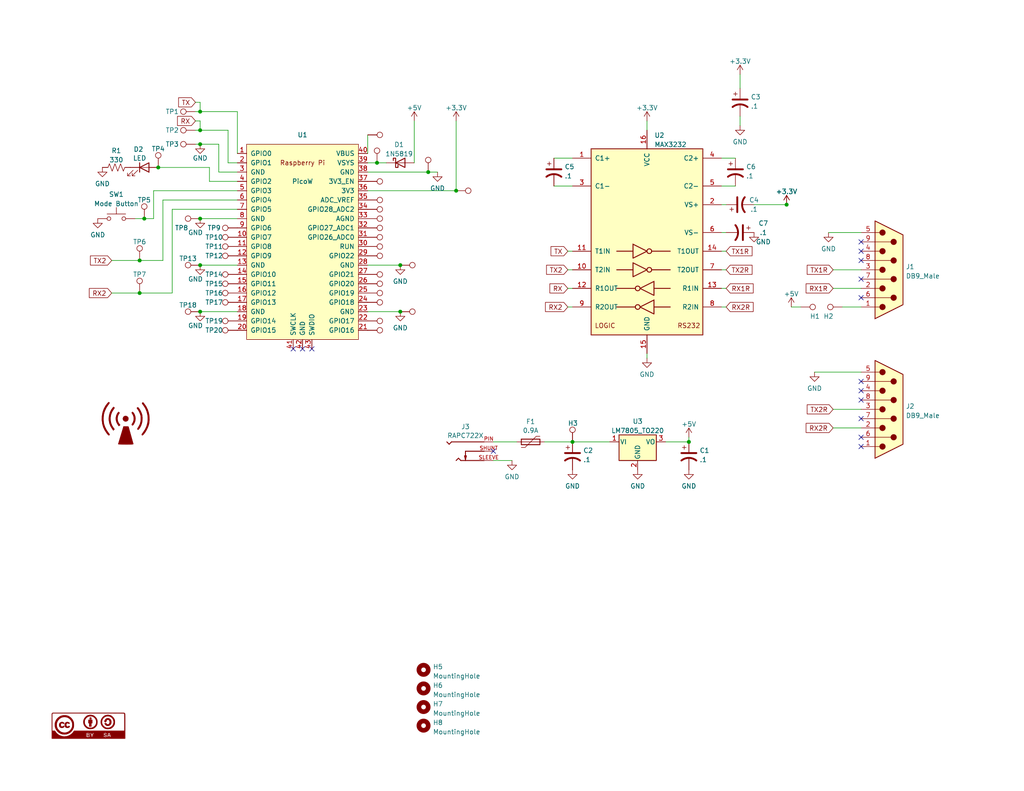
<source format=kicad_sch>
(kicad_sch (version 20230121) (generator eeschema)

  (uuid bebd7b05-c7a4-4264-aba2-ccceea79a2cf)

  (paper "A")

  (title_block
    (title "Pico-W Dual Serial")
    (date "2023-08-06")
    (rev "0.4")
    (company "License CC-BY-SA https://creativecommons.org/licenses/by-sa/4.0/")
    (comment 1 "Drawn by N1KDO")
  )

  (lib_symbols
    (symbol "CC-BY-SA:LOGO" (pin_names (offset 1.016)) (in_bom yes) (on_board yes)
      (property "Reference" "#G" (at 0 2.8685 0)
        (effects (font (size 1.27 1.27)) hide)
      )
      (property "Value" "LOGO" (at 0 -2.8685 0)
        (effects (font (size 1.27 1.27)) hide)
      )
      (property "Footprint" "parts:CC-BY-SA" (at 0 0 0)
        (effects (font (size 1.27 1.27)) hide)
      )
      (property "Datasheet" "" (at 0 0 0)
        (effects (font (size 1.27 1.27)) hide)
      )
      (symbol "LOGO_0_0"
        (polyline
          (pts
            (xy 5.6857 -2.4639)
            (xy 5.6199 -2.269)
            (xy 5.5651 -2.4248)
            (xy 5.5451 -2.4838)
            (xy 5.5191 -2.5695)
            (xy 5.5078 -2.6198)
            (xy 5.5079 -2.6234)
            (xy 5.5411 -2.6497)
            (xy 5.6285 -2.6589)
            (xy 5.7516 -2.6589)
            (xy 5.6857 -2.4639)
          )
          (stroke (width 0.01) (type default))
          (fill (type outline))
        )
        (polyline
          (pts
            (xy -0.088 -2.4023)
            (xy -0.0697 -2.4015)
            (xy 0.0305 -2.3943)
            (xy 0.0854 -2.3811)
            (xy 0.1099 -2.3549)
            (xy 0.1192 -2.3091)
            (xy 0.12 -2.2791)
            (xy 0.087 -2.2082)
            (xy 0.0018 -2.1697)
            (xy -0.1341 -2.1645)
            (xy -0.1782 -2.1681)
            (xy -0.2395 -2.1819)
            (xy -0.2656 -2.2178)
            (xy -0.2757 -2.2929)
            (xy -0.2855 -2.4117)
            (xy -0.088 -2.4023)
          )
          (stroke (width 0.01) (type default))
          (fill (type outline))
        )
        (polyline
          (pts
            (xy -0.0525 -2.9084)
            (xy 0.0539 -2.8911)
            (xy 0.1251 -2.8466)
            (xy 0.1739 -2.7771)
            (xy 0.1763 -2.7057)
            (xy 0.1254 -2.6483)
            (xy 0.0262 -2.6102)
            (xy -0.1164 -2.5963)
            (xy -0.2815 -2.5963)
            (xy -0.2815 -2.7319)
            (xy -0.2808 -2.7668)
            (xy -0.2735 -2.8466)
            (xy -0.2607 -2.8883)
            (xy -0.2458 -2.895)
            (xy -0.1813 -2.9051)
            (xy -0.0886 -2.9091)
            (xy -0.0525 -2.9084)
          )
          (stroke (width 0.01) (type default))
          (fill (type outline))
        )
        (polyline
          (pts
            (xy 0.6374 1.7258)
            (xy 0.7413 1.7674)
            (xy 0.8007 1.8339)
            (xy 0.8328 1.9377)
            (xy 0.8255 2.0496)
            (xy 0.7807 2.1494)
            (xy 0.7002 2.2169)
            (xy 0.6146 2.2451)
            (xy 0.4934 2.2402)
            (xy 0.3896 2.1754)
            (xy 0.3572 2.1377)
            (xy 0.3083 2.0231)
            (xy 0.317 1.9029)
            (xy 0.3836 1.7908)
            (xy 0.4183 1.7621)
            (xy 0.5211 1.7246)
            (xy 0.6374 1.7258)
          )
          (stroke (width 0.01) (type default))
          (fill (type outline))
        )
        (polyline
          (pts
            (xy 0.8133 0.219)
            (xy 0.8133 0.6882)
            (xy 0.9384 0.6882)
            (xy 1.0635 0.6882)
            (xy 1.0635 1.125)
            (xy 1.0631 1.2812)
            (xy 1.0605 1.4094)
            (xy 1.0546 1.4944)
            (xy 1.0439 1.5467)
            (xy 1.0272 1.5765)
            (xy 1.003 1.5942)
            (xy 0.9945 1.5978)
            (xy 0.9245 1.6104)
            (xy 0.8108 1.6192)
            (xy 0.6686 1.6244)
            (xy 0.5131 1.6258)
            (xy 0.3593 1.6235)
            (xy 0.2225 1.6175)
            (xy 0.1179 1.6077)
            (xy 0.0605 1.5942)
            (xy 0.0389 1.5791)
            (xy 0.0213 1.5513)
            (xy 0.01 1.5024)
            (xy 0.0036 1.4219)
            (xy 0.0007 1.2996)
            (xy 0 1.125)
            (xy 0 0.6882)
            (xy 0.1095 0.6882)
            (xy 0.219 0.6882)
            (xy 0.219 0.219)
            (xy 0.219 -0.2502)
            (xy 0.5161 -0.2502)
            (xy 0.8133 -0.2502)
            (xy 0.8133 0.219)
          )
          (stroke (width 0.01) (type default))
          (fill (type outline))
        )
        (polyline
          (pts
            (xy -7.1187 -0.606)
            (xy -6.9892 -0.5851)
            (xy -6.8972 -0.5551)
            (xy -6.8894 -0.5509)
            (xy -6.813 -0.4988)
            (xy -6.7281 -0.4272)
            (xy -6.6495 -0.3502)
            (xy -6.5917 -0.2822)
            (xy -6.5694 -0.2372)
            (xy -6.584 -0.2151)
            (xy -6.6408 -0.1696)
            (xy -6.7258 -0.1173)
            (xy -6.7943 -0.0829)
            (xy -6.8574 -0.0599)
            (xy -6.8818 -0.064)
            (xy -6.8821 -0.0672)
            (xy -6.9066 -0.1129)
            (xy -6.9586 -0.1735)
            (xy -7.0053 -0.2125)
            (xy -7.0805 -0.2423)
            (xy -7.1904 -0.2502)
            (xy -7.2071 -0.2502)
            (xy -7.3022 -0.2426)
            (xy -7.3656 -0.215)
            (xy -7.4241 -0.1567)
            (xy -7.4587 -0.1061)
            (xy -7.5089 0.0285)
            (xy -7.5292 0.1853)
            (xy -7.5197 0.3451)
            (xy -7.4807 0.4882)
            (xy -7.4127 0.5952)
            (xy -7.3187 0.6597)
            (xy -7.1946 0.6841)
            (xy -7.0688 0.6545)
            (xy -6.9561 0.5716)
            (xy -6.8793 0.4887)
            (xy -6.7163 0.5688)
            (xy -6.5533 0.6488)
            (xy -6.6942 0.79)
            (xy -6.7266 0.821)
            (xy -6.8477 0.9133)
            (xy -6.9601 0.9659)
            (xy -7.1 0.9943)
            (xy -7.3186 0.9953)
            (xy -7.5171 0.9445)
            (xy -7.6896 0.848)
            (xy -7.8305 0.7119)
            (xy -7.9341 0.5424)
            (xy -7.9946 0.3455)
            (xy -8.0063 0.1274)
            (xy -7.9636 -0.1059)
            (xy -7.9285 -0.2028)
            (xy -7.8233 -0.3763)
            (xy -7.6737 -0.5069)
            (xy -7.4763 -0.5983)
            (xy -7.3904 -0.6132)
            (xy -7.2607 -0.6159)
            (xy -7.1187 -0.606)
          )
          (stroke (width 0.01) (type default))
          (fill (type outline))
        )
        (polyline
          (pts
            (xy -5.6172 -0.606)
            (xy -5.4878 -0.5851)
            (xy -5.3957 -0.5551)
            (xy -5.3879 -0.5509)
            (xy -5.3115 -0.4988)
            (xy -5.2267 -0.4272)
            (xy -5.148 -0.3502)
            (xy -5.0902 -0.2822)
            (xy -5.0679 -0.2372)
            (xy -5.0825 -0.2151)
            (xy -5.1394 -0.1696)
            (xy -5.2243 -0.1173)
            (xy -5.2928 -0.0829)
            (xy -5.3559 -0.0599)
            (xy -5.3803 -0.064)
            (xy -5.3806 -0.0672)
            (xy -5.4051 -0.1129)
            (xy -5.4571 -0.1735)
            (xy -5.5038 -0.2125)
            (xy -5.579 -0.2423)
            (xy -5.6889 -0.2502)
            (xy -5.7056 -0.2502)
            (xy -5.8007 -0.2426)
            (xy -5.8641 -0.215)
            (xy -5.9226 -0.1567)
            (xy -5.9572 -0.1061)
            (xy -6.0074 0.0285)
            (xy -6.0277 0.1853)
            (xy -6.0182 0.3451)
            (xy -5.9793 0.4882)
            (xy -5.9112 0.5952)
            (xy -5.8173 0.6597)
            (xy -5.6932 0.6841)
            (xy -5.5674 0.6545)
            (xy -5.4548 0.5717)
            (xy -5.3782 0.4891)
            (xy -5.2385 0.5569)
            (xy -5.1902 0.5822)
            (xy -5.1245 0.6247)
            (xy -5.0988 0.6541)
            (xy -5.1082 0.679)
            (xy -5.1557 0.7388)
            (xy -5.2291 0.81)
            (xy -5.3128 0.8782)
            (xy -5.3912 0.9284)
            (xy -5.4595 0.9533)
            (xy -5.5742 0.9786)
            (xy -5.6997 0.9942)
            (xy -5.7819 0.9987)
            (xy -5.8858 0.9948)
            (xy -5.9763 0.9719)
            (xy -6.0834 0.9245)
            (xy -6.1072 0.9124)
            (xy -6.279 0.7881)
            (xy -6.4041 0.6237)
            (xy -6.4805 0.4225)
            (xy -6.5064 0.1877)
            (xy -6.4949 0.0268)
            (xy -6.4354 -0.1874)
            (xy -6.3273 -0.3653)
            (xy -6.1729 -0.5035)
            (xy -5.9748 -0.5983)
            (xy -5.889 -0.6132)
            (xy -5.7592 -0.6159)
            (xy -5.6172 -0.606)
          )
          (stroke (width 0.01) (type default))
          (fill (type outline))
        )
        (polyline
          (pts
            (xy 5.3399 -0.0486)
            (xy 5.5027 -0.0275)
            (xy 5.7301 0.0489)
            (xy 5.9253 0.1748)
            (xy 6.0821 0.3454)
            (xy 6.1939 0.5562)
            (xy 6.2041 0.584)
            (xy 6.2648 0.8339)
            (xy 6.2729 1.0798)
            (xy 6.2315 1.3136)
            (xy 6.1439 1.5271)
            (xy 6.0133 1.7121)
            (xy 5.843 1.8605)
            (xy 5.6361 1.9641)
            (xy 5.4775 2.007)
            (xy 5.2479 2.0249)
            (xy 5.0325 1.9914)
            (xy 4.8391 1.9101)
            (xy 4.6754 1.7845)
            (xy 4.5492 1.6184)
            (xy 4.4681 1.4155)
            (xy 4.4435 1.3369)
            (xy 4.4106 1.2935)
            (xy 4.36 1.2825)
            (xy 4.3122 1.2768)
            (xy 4.2855 1.258)
            (xy 4.2864 1.2545)
            (xy 4.3151 1.215)
            (xy 4.3758 1.1472)
            (xy 4.4576 1.0635)
            (xy 4.6296 0.8936)
            (xy 4.8186 1.0802)
            (xy 4.8458 1.1074)
            (xy 4.9304 1.1988)
            (xy 4.9677 1.2546)
            (xy 4.9593 1.277)
            (xy 4.9288 1.2927)
            (xy 4.9129 1.3455)
            (xy 4.9375 1.4197)
            (xy 4.9998 1.5012)
            (xy 5.0566 1.5475)
            (xy 5.1945 1.6065)
            (xy 5.3469 1.6168)
            (xy 5.494 1.5752)
            (xy 5.5647 1.5342)
            (xy 5.6581 1.4459)
            (xy 5.7208 1.3243)
            (xy 5.7619 1.1553)
            (xy 5.7783 0.9731)
            (xy 5.7597 0.7748)
            (xy 5.7037 0.605)
            (xy 5.6147 0.4703)
            (xy 5.4972 0.3769)
            (xy 5.3556 0.3314)
            (xy 5.1945 0.3402)
            (xy 5.073 0.3814)
            (xy 4.9722 0.4604)
            (xy 4.9165 0.5762)
            (xy 4.9049 0.6166)
            (xy 4.8849 0.6493)
            (xy 4.8453 0.6673)
            (xy 4.7718 0.6762)
            (xy 4.6502 0.6817)
            (xy 4.4087 0.6908)
            (xy 4.4289 0.6035)
            (xy 4.4464 0.5416)
            (xy 4.5364 0.3565)
            (xy 4.6705 0.1897)
            (xy 4.835 0.0557)
            (xy 5.0163 -0.0305)
            (xy 5.0947 -0.0439)
            (xy 5.2117 -0.0506)
            (xy 5.3399 -0.0486)
          )
          (stroke (width 0.01) (type default))
          (fill (type outline))
        )
        (polyline
          (pts
            (xy 5.5732 -0.916)
            (xy 5.7785 -0.888)
            (xy 5.9434 -0.8467)
            (xy 6.0075 -0.8232)
            (xy 6.305 -0.6763)
            (xy 6.5743 -0.4805)
            (xy 6.8074 -0.2438)
            (xy 6.9964 0.0262)
            (xy 7.1332 0.3215)
            (xy 7.1536 0.3847)
            (xy 7.1843 0.5198)
            (xy 7.2048 0.6835)
            (xy 7.2176 0.8925)
            (xy 7.2213 1.05)
            (xy 7.212 1.28)
            (xy 7.1796 1.4812)
            (xy 7.1206 1.6736)
            (xy 7.0311 1.8768)
            (xy 6.9499 2.0129)
            (xy 6.8184 2.1839)
            (xy 6.6596 2.3573)
            (xy 6.4878 2.5186)
            (xy 6.3173 2.6536)
            (xy 6.1623 2.748)
            (xy 6.0524 2.7967)
            (xy 5.7462 2.8899)
            (xy 5.4232 2.9337)
            (xy 5.097 2.928)
            (xy 4.7813 2.8726)
            (xy 4.4897 2.7674)
            (xy 4.2794 2.6482)
            (xy 4.0358 2.4582)
            (xy 3.8181 2.2311)
            (xy 3.6354 1.9781)
            (xy 3.4968 1.7104)
            (xy 3.4112 1.4389)
            (xy 3.408 1.423)
            (xy 3.3864 1.2513)
            (xy 3.3777 1.0485)
            (xy 3.3783 1.0121)
            (xy 3.6936 1.0121)
            (xy 3.7216 1.2799)
            (xy 3.7871 1.5354)
            (xy 3.8872 1.7579)
            (xy 4.0401 1.9784)
            (xy 4.2513 2.1952)
            (xy 4.4905 2.3659)
            (xy 4.7504 2.4894)
            (xy 5.024 2.5643)
            (xy 5.3044 2.5897)
            (xy 5.5842 2.5642)
            (xy 5.8566 2.4867)
            (xy 6.1145 2.356)
            (xy 6.3506 2.1709)
            (xy 6.4058 2.1168)
            (xy 6.5835 1.9126)
            (xy 6.7115 1.7033)
            (xy 6.7983 1.4722)
            (xy 6.8527 1.2028)
            (xy 6.8674 0.9222)
            (xy 6.8276 0.6223)
            (xy 6.7321 0.3401)
            (xy 6.5842 0.0815)
            (xy 6.3874 -0.1477)
            (xy 6.145 -0.3417)
            (xy 5.8605 -0.4946)
            (xy 5.8213 -0.51)
            (xy 5.6382 -0.5574)
            (xy 5.4232 -0.5843)
            (xy 5.1982 -0.5901)
            (xy 4.9853 -0.5737)
            (xy 4.8065 -0.5345)
            (xy 4.6555 -0.4739)
            (xy 4.4077 -0.3272)
            (xy 4.1816 -0.1351)
            (xy 3.9873 0.0915)
            (xy 3.835 0.3421)
            (xy 3.7346 0.6059)
            (xy 3.7058 0.7527)
            (xy 3.6936 1.0121)
            (xy 3.3783 1.0121)
            (xy 3.3814 0.8378)
            (xy 3.3973 0.6421)
            (xy 3.425 0.4849)
            (xy 3.4596 0.3692)
            (xy 3.5875 0.0823)
            (xy 3.7655 -0.1852)
            (xy 3.985 -0.4249)
            (xy 4.2373 -0.628)
            (xy 4.5139 -0.7861)
            (xy 4.8061 -0.8907)
            (xy 4.925 -0.9127)
            (xy 5.1255 -0.9292)
            (xy 5.3486 -0.93)
            (xy 5.5732 -0.916)
          )
          (stroke (width 0.01) (type default))
          (fill (type outline))
        )
        (polyline
          (pts
            (xy 0.8185 -0.916)
            (xy 1.0238 -0.888)
            (xy 1.1887 -0.8467)
            (xy 1.2528 -0.8232)
            (xy 1.5504 -0.6763)
            (xy 1.8196 -0.4805)
            (xy 2.0527 -0.2438)
            (xy 2.2417 0.0262)
            (xy 2.3785 0.3215)
            (xy 2.3989 0.3847)
            (xy 2.4296 0.5198)
            (xy 2.4501 0.6835)
            (xy 2.4629 0.8925)
            (xy 2.4666 1.05)
            (xy 2.4573 1.28)
            (xy 2.425 1.4812)
            (xy 2.3659 1.6736)
            (xy 2.2765 1.8768)
            (xy 2.1952 2.0129)
            (xy 2.0637 2.1839)
            (xy 1.9049 2.3573)
            (xy 1.7331 2.5186)
            (xy 1.5626 2.6536)
            (xy 1.4076 2.748)
            (xy 1.2977 2.7967)
            (xy 0.9915 2.8899)
            (xy 0.6685 2.9337)
            (xy 0.3424 2.928)
            (xy 0.0267 2.8726)
            (xy -0.265 2.7674)
            (xy -0.4753 2.6482)
            (xy -0.7189 2.4582)
            (xy -0.9366 2.2311)
            (xy -1.1193 1.9781)
            (xy -1.2579 1.7104)
            (xy -1.3435 1.4389)
            (xy -1.3466 1.423)
            (xy -1.3682 1.2513)
            (xy -1.377 1.0485)
            (xy -1.3746 0.9141)
            (xy -1.0304 0.9141)
            (xy -1.0257 1.0822)
            (xy -1.0253 1.0922)
            (xy -1.0168 1.2423)
            (xy -1.0036 1.3528)
            (xy -0.9805 1.4457)
            (xy -0.942 1.5427)
            (xy -0.8828 1.6657)
            (xy -0.7882 1.833)
            (xy -0.6004 2.0765)
            (xy -0.3807 2.2744)
            (xy -0.1361 2.4257)
            (xy 0.1267 2.5291)
            (xy 0.4011 2.5837)
            (xy 0.6802 2.5883)
            (xy 0.9572 2.5419)
            (xy 1.2255 2.4433)
            (xy 1.4783 2.2915)
            (xy 1.7089 2.0853)
            (xy 1.7133 2.0806)
            (xy 1.8993 1.8422)
            (xy 2.0281 1.5887)
            (xy 2.1029 1.3115)
            (xy 2.1271 1.0019)
            (xy 2.1196 0.8117)
            (xy 2.0728 0.5328)
            (xy 1.9792 0.2851)
            (xy 1.8341 0.0579)
            (xy 1.6332 -0.1597)
            (xy 1.617 -0.1747)
            (xy 1.4162 -0.3376)
            (xy 1.2091 -0.456)
            (xy 0.9718 -0.5439)
            (xy 0.8945 -0.5628)
            (xy 0.6967 -0.5877)
            (xy 0.4788 -0.5909)
            (xy 0.267 -0.5729)
            (xy 0.0875 -0.5339)
            (xy 0.0505 -0.5216)
            (xy -0.2266 -0.3934)
            (xy -0.4756 -0.2152)
            (xy -0.6884 0.005)
            (xy -0.8572 0.259)
            (xy -0.974 0.5389)
            (xy -0.9798 0.5582)
            (xy -1.0096 0.6746)
            (xy -1.0258 0.7857)
            (xy -1.0304 0.9141)
            (xy -1.3746 0.9141)
            (xy -1.3733 0.8378)
            (xy -1.3574 0.6421)
            (xy -1.3296 0.4849)
            (xy -1.2951 0.3692)
            (xy -1.1672 0.0823)
            (xy -0.9892 -0.1852)
            (xy -0.7697 -0.4249)
            (xy -0.5174 -0.628)
            (xy -0.2408 -0.7861)
            (xy 0.0515 -0.8907)
            (xy 0.1703 -0.9127)
            (xy 0.3708 -0.9292)
            (xy 0.5939 -0.93)
            (xy 0.8185 -0.916)
          )
          (stroke (width 0.01) (type default))
          (fill (type outline))
        )
        (polyline
          (pts
            (xy -6.2739 -2.393)
            (xy -5.8975 -2.3255)
            (xy -5.5383 -2.2045)
            (xy -5.2015 -2.0331)
            (xy -4.892 -1.8146)
            (xy -4.6151 -1.5519)
            (xy -4.3758 -1.2483)
            (xy -4.1791 -0.9067)
            (xy -4.0303 -0.5304)
            (xy -4.0076 -0.4544)
            (xy -3.9856 -0.3617)
            (xy -3.971 -0.2639)
            (xy -3.9623 -0.1467)
            (xy -3.9582 0.0042)
            (xy -3.9572 0.2033)
            (xy -3.9572 0.2174)
            (xy -3.9611 0.4658)
            (xy -3.974 0.6686)
            (xy -3.999 0.8418)
            (xy -4.0393 1.0012)
            (xy -4.0978 1.1627)
            (xy -4.1777 1.3423)
            (xy -4.2426 1.4708)
            (xy -4.4551 1.8037)
            (xy -4.7111 2.0997)
            (xy -5.0044 2.3531)
            (xy -5.3286 2.558)
            (xy -5.6775 2.709)
            (xy -5.8487 2.7542)
            (xy -6.0851 2.7912)
            (xy -6.3474 2.8121)
            (xy -6.617 2.816)
            (xy -6.8755 2.8021)
            (xy -7.1041 2.7696)
            (xy -7.1986 2.7489)
            (xy -7.5533 2.6369)
            (xy -7.8789 2.4751)
            (xy -8.1827 2.2594)
            (xy -8.4717 1.9857)
            (xy -8.5737 1.8716)
            (xy -8.7674 1.6151)
            (xy -8.9201 1.3428)
            (xy -9.0456 1.0323)
            (xy -9.0706 0.959)
            (xy -9.1022 0.8585)
            (xy -9.1238 0.7697)
            (xy -9.1374 0.6778)
            (xy -9.1448 0.5679)
            (xy -9.148 0.4251)
            (xy -9.1488 0.2346)
            (xy -9.1486 0.1251)
            (xy -8.6644 0.1251)
            (xy -8.6485 0.4733)
            (xy -8.5763 0.8153)
            (xy -8.4478 1.1418)
            (xy -8.418 1.1997)
            (xy -8.2205 1.5092)
            (xy -7.9806 1.7793)
            (xy -7.7043 2.0049)
            (xy -7.3977 2.1808)
            (xy -7.067 2.302)
            (xy -7.0319 2.3108)
            (xy -6.839 2.3414)
            (xy -6.6137 2.3558)
            (xy -6.3792 2.354)
            (xy -6.1585 2.3359)
            (xy -5.9746 2.3016)
            (xy -5.813 2.2505)
            (xy -5.4971 2.1042)
            (xy -5.2083 1.9076)
            (xy -4.953 1.6673)
            (xy -4.7377 1.39)
            (xy -4.569 1.0823)
            (xy -4.4531 0.7507)
            (xy -4.4512 0.7432)
            (xy -4.4186 0.5526)
            (xy -4.4025 0.3282)
            (xy -4.4028 0.0935)
            (xy -4.4197 -0.1281)
            (xy -4.4531 -0.3128)
            (xy -4.518 -0.517)
            (xy -4.6681 -0.8364)
            (xy -4.866 -1.1256)
            (xy -5.1055 -1.3786)
            (xy -5.3807 -1.5896)
            (xy -5.6855 -1.7524)
            (xy -6.014 -1.8612)
            (xy -6.0537 -1.8699)
            (xy -6.3025 -1.9023)
            (xy -6.5758 -1.9066)
            (xy -6.8529 -1.8844)
            (xy -7.113 -1.8371)
            (xy -7.3353 -1.7662)
            (xy -7.4836 -1.6933)
            (xy -7.7129 -1.5437)
            (xy -7.9391 -1.3572)
            (xy -8.148 -1.1473)
            (xy -8.3254 -0.9273)
            (xy -8.4571 -0.7105)
            (xy -8.5267 -0.5523)
            (xy -8.6238 -0.2199)
            (xy -8.6644 0.1251)
            (xy -9.1486 0.1251)
            (xy -9.1485 0.0742)
            (xy -9.1454 -0.0856)
            (xy -9.1381 -0.2085)
            (xy -9.1251 -0.3088)
            (xy -9.105 -0.4009)
            (xy -9.0764 -0.4991)
            (xy -9.0296 -0.636)
            (xy -8.8616 -1.0058)
            (xy -8.6461 -1.3416)
            (xy -8.388 -1.6392)
            (xy -8.0919 -1.8943)
            (xy -7.7625 -2.1027)
            (xy -7.4044 -2.2601)
            (xy -7.0225 -2.3622)
            (xy -6.6624 -2.404)
            (xy -6.2739 -2.393)
          )
          (stroke (width 0.01) (type default))
          (fill (type outline))
        )
        (polyline
          (pts
            (xy 10.0099 -0.1293)
            (xy 10.0098 0.2561)
            (xy 10.0098 0.7488)
            (xy 10.0096 1.1849)
            (xy 10.0092 1.5681)
            (xy 10.0085 1.9018)
            (xy 10.0075 2.1897)
            (xy 10.0062 2.4352)
            (xy 10.0044 2.6419)
            (xy 10.0021 2.8134)
            (xy 9.9992 2.9531)
            (xy 9.9957 3.0647)
            (xy 9.9915 3.1516)
            (xy 9.9866 3.2175)
            (xy 9.9808 3.2658)
            (xy 9.9742 3.3)
            (xy 9.9666 3.3239)
            (xy 9.958 3.3407)
            (xy 9.9484 3.3542)
            (xy 9.8845 3.416)
            (xy 9.7998 3.4683)
            (xy 9.7935 3.4698)
            (xy 9.7549 3.4733)
            (xy 9.6824 3.4765)
            (xy 9.5746 3.4796)
            (xy 9.43 3.4823)
            (xy 9.2472 3.4849)
            (xy 9.0248 3.4872)
            (xy 8.7613 3.4892)
            (xy 8.4554 3.4911)
            (xy 8.1055 3.4927)
            (xy 7.7102 3.4941)
            (xy 7.2681 3.4952)
            (xy 6.7778 3.4962)
            (xy 6.2379 3.4969)
            (xy 5.6468 3.4975)
            (xy 5.0032 3.4978)
            (xy 4.3057 3.498)
            (xy 3.5527 3.498)
            (xy 2.743 3.4977)
            (xy 1.8749 3.4973)
            (xy 0.9472 3.4967)
            (xy -0.0417 3.496)
            (xy -9.796 3.4878)
            (xy -9.8873 3.3857)
            (xy -9.9786 3.2835)
            (xy -9.9786 3.1935)
            (xy -9.8534 3.1935)
            (xy -9.7767 3.2703)
            (xy -9.6999 3.347)
            (xy -0.0306 3.347)
            (xy 0.3444 3.347)
            (xy 1.3044 3.3469)
            (xy 2.2039 3.3467)
            (xy 3.0442 3.3463)
            (xy 3.8268 3.3458)
            (xy 4.5532 3.3452)
            (xy 5.2248 3.3444)
            (xy 5.843 3.3434)
            (xy 6.4093 3.3423)
            (xy 6.9252 3.3411)
            (xy 7.3921 3.3396)
            (xy 7.8115 3.338)
            (xy 8.1847 3.3362)
            (xy 8.5132 3.3342)
            (xy 8.7985 3.3321)
            (xy 9.0421 3.3297)
            (xy 9.2453 3.3271)
            (xy 9.4096 3.3244)
            (xy 9.5365 3.3214)
            (xy 9.6274 3.3182)
            (xy 9.6837 3.3147)
            (xy 9.7069 3.3111)
            (xy 9.7539 3.2816)
            (xy 9.7982 3.2407)
            (xy 9.8018 3.207)
            (xy 9.8054 3.1154)
            (xy 9.8087 2.971)
            (xy 9.8118 2.7787)
            (xy 9.8146 2.5436)
            (xy 9.8169 2.2706)
            (xy 9.8189 1.9647)
            (xy 9.8204 1.6309)
            (xy 9.8213 1.2741)
            (xy 9.8217 0.8993)
            (xy 9.8222 -1.4076)
            (xy 2.9448 -1.4076)
            (xy -3.9325 -1.4076)
            (xy -4.0524 -1.602)
            (xy -4.2276 -1.8484)
            (xy -4.4889 -2.1288)
            (xy -4.792 -2.3789)
            (xy -5.1271 -2.5917)
            (xy -5.4843 -2.76)
            (xy -5.8533 -2.8769)
            (xy -5.9564 -2.8981)
            (xy -6.133 -2.9245)
            (xy -6.3252 -2.9448)
            (xy -6.5139 -2.9574)
            (xy -6.6798 -2.9606)
            (xy -6.8036 -2.9531)
            (xy -6.8716 -2.943)
            (xy -7.3221 -2.8447)
            (xy -7.7352 -2.6969)
            (xy -8.1103 -2.4999)
            (xy -8.4467 -2.2543)
            (xy -8.7436 -1.9604)
            (xy -9.0004 -1.6188)
            (xy -9.137 -1.4076)
            (xy -9.4952 -1.4076)
            (xy -9.8534 -1.4076)
            (xy -9.8534 0.8929)
            (xy -9.8534 3.1935)
            (xy -9.9786 3.1935)
            (xy -9.9786 -0.1256)
            (xy -9.9786 -3.1281)
            (xy -0.5318 -3.1281)
            (xy -0.5318 -2.5624)
            (xy -0.5318 -1.9967)
            (xy -0.1545 -2.0072)
            (xy -0.036 -2.0107)
            (xy 0.0871 -2.0166)
            (xy 0.1674 -2.0254)
            (xy 0.4787 -2.0254)
            (xy 0.4807 -2.0186)
            (xy 0.5226 -2.0067)
            (xy 0.6015 -2.002)
            (xy 0.6549 -2.0028)
            (xy 0.7081 -2.0125)
            (xy 0.7499 -2.0423)
            (xy 0.7945 -2.1037)
            (xy 0.856 -2.2081)
            (xy 0.8687 -2.23)
            (xy 0.9242 -2.3218)
            (xy 0.9655 -2.3838)
            (xy 0.9846 -2.4036)
            (xy 0.9853 -2.4027)
            (xy 1.0076 -2.3676)
            (xy 1.0517 -2.2944)
            (xy 1.1088 -2.1975)
            (xy 1.1386 -2.1468)
            (xy 1.191 -2.0658)
            (xy 1.2335 -2.0225)
            (xy 1.2806 -2.0051)
            (xy 1.3466 -2.002)
            (xy 1.3732 -2.0024)
            (xy 1.4424 -2.0091)
            (xy 1.4702 -2.0212)
            (xy 1.4567 -2.0506)
            (xy 1.4167 -2.1232)
            (xy 1.3564 -2.2271)
            (xy 1.2825 -2.3511)
            (xy 1.2262 -2.4449)
            (xy 1.1639 -2.5542)
            (xy 1.1253 -2.6364)
            (xy 1.1046 -2.7074)
            (xy 1.0963 -2.7831)
            (xy 1.096 -2.8006)
            (xy 4.0985 -2.8006)
            (xy 4.1324 -2.7636)
            (xy 4.217 -2.7527)
            (xy 4.2629 -2.7546)
            (xy 4.3407 -2.7793)
            (xy 4.4046 -2.8451)
            (xy 4.4346 -2.8799)
            (xy 4.5215 -2.9404)
            (xy 4.615 -2.9653)
            (xy 4.7001 -2.9553)
            (xy 4.762 -2.9108)
            (xy 4.786 -2.8324)
            (xy 4.785 -2.8176)
            (xy 4.7491 -2.7541)
            (xy 4.6592 -2.7067)
            (xy 4.5114 -2.6734)
            (xy 4.4077 -2.6438)
            (xy 4.269 -2.5506)
            (xy 4.2468 -2.5287)
            (xy 4.1759 -2.4243)
            (xy 4.1639 -2.3144)
            (xy 4.2088 -2.1867)
            (xy 4.2725 -2.0993)
            (xy 4.386 -2.0194)
            (xy 4.5208 -1.9783)
            (xy 4.6627 -1.9758)
            (xy 4.7974 -2.0117)
            (xy 4.9106 -2.0857)
            (xy 4.9883 -2.1978)
            (xy 5.0032 -2.2355)
            (xy 5.0167 -2.3047)
            (xy 4.9872 -2.3377)
            (xy 4.9085 -2.3461)
            (xy 4.9028 -2.346)
            (xy 4.8279 -2.3282)
            (xy 4.7863 -2.2687)
            (xy 4.7458 -2.2118)
            (xy 4.6633 -2.1701)
            (xy 4.5656 -2.1628)
            (xy 4.4739 -2.1907)
            (xy 4.4093 -2.2546)
            (xy 4.3987 -2.2779)
            (xy 4.3962 -2.3332)
            (xy 4.4368 -2.3809)
            (xy 4.5269 -2.4263)
            (xy 4.6728 -2.4746)
            (xy 4.7211 -2.4895)
            (xy 4.8708 -2.55)
            (xy 4.968 -2.6215)
            (xy 5.0205 -2.7115)
            (xy 5.0362 -2.8278)
            (xy 5.0317 -2.8981)
            (xy 5.0006 -2.9842)
            (xy 4.9302 -3.0505)
            (xy 4.838 -3.0968)
            (xy 5.0736 -3.0968)
            (xy 5.2268 -2.6823)
            (xy 5.2393 -2.6487)
            (xy 5.2995 -2.486)
            (xy 5.3552 -2.3356)
            (xy 5.4007 -2.2129)
            (xy 5.4303 -2.1333)
            (xy 5.4546 -2.0709)
            (xy 5.4865 -2.0212)
            (xy 5.5353 -2.0052)
            (xy 5.6237 -2.0082)
            (xy 5.7669 -2.0176)
            (xy 5.8584 -2.2679)
            (xy 5.8725 -2.3065)
            (xy 5.9312 -2.4672)
            (xy 5.9963 -2.6454)
            (xy 6.0562 -2.8093)
            (xy 6.1625 -3.1004)
            (xy 6.0321 -3.0908)
            (xy 6.0179 -3.0897)
            (xy 5.9386 -3.0763)
            (xy 5.8954 -3.0425)
            (xy 5.8651 -2.9717)
            (xy 5.8563 -2.9458)
            (xy 5.8337 -2.8975)
            (xy 5.7989 -2.8714)
            (xy 5.735 -2.8594)
            (xy 5.6253 -2.8531)
            (xy 5.4221 -2.8439)
            (xy 5.3724 -2.9704)
            (xy 5.3596 -3.0023)
            (xy 5.3247 -3.0658)
            (xy 5.2785 -3.0918)
            (xy 5.1982 -3.0968)
            (xy 5.0736 -3.0968)
            (xy 4.838 -3.0968)
            (xy 4.8093 -3.1112)
            (xy 4.7628 -3.1283)
            (xy 4.6101 -3.1557)
            (xy 4.4732 -3.1391)
            (xy 4.3807 -3.1055)
            (xy 4.235 -3.0285)
            (xy 4.1501 -2.9411)
            (xy 4.1131 -2.8705)
            (xy 4.0985 -2.8006)
            (xy 1.096 -2.8006)
            (xy 1.0948 -2.8793)
            (xy 1.0948 -3.0968)
            (xy 0.9697 -3.0968)
            (xy 0.8446 -3.0968)
            (xy 0.8446 -2.8747)
            (xy 0.8443 -2.8218)
            (xy 0.8399 -2.7343)
            (xy 0.8258 -2.6602)
            (xy 0.7962 -2.5828)
            (xy 0.7455 -2.4852)
            (xy 0.6682 -2.3508)
            (xy 0.6063 -2.2448)
            (xy 0.5438 -2.1376)
            (xy 0.499 -2.0605)
            (xy 0.4787 -2.0254)
            (xy 0.1674 -2.0254)
            (xy 0.1683 -2.0255)
            (xy 0.2199 -2.0401)
            (xy 0.254 -2.0627)
            (xy 0.2827 -2.0958)
            (xy 0.3185 -2.1575)
            (xy 0.339 -2.2773)
            (xy 0.3058 -2.395)
            (xy 0.2217 -2.4936)
            (xy 0.1956 -2.5194)
            (xy 0.2111 -2.5327)
            (xy 0.2406 -2.5384)
            (xy 0.3074 -2.5887)
            (xy 0.3564 -2.6758)
            (xy 0.3754 -2.7814)
            (xy 0.3731 -2.8572)
            (xy 0.3539 -2.9489)
            (xy 0.3055 -3.0119)
            (xy 0.2164 -3.0668)
            (xy 0.1467 -3.0959)
            (xy 0.0601 -3.1153)
            (xy -0.0559 -3.1253)
            (xy -0.2177 -3.1281)
            (xy -0.5318 -3.1281)
            (xy -9.9786 -3.1281)
            (xy -9.9786 -3.5347)
            (xy 0.0156 -3.5347)
            (xy 10.0099 -3.5347)
            (xy 10.0099 -0.1293)
          )
          (stroke (width 0.01) (type default))
          (fill (type outline))
        )
      )
    )
    (symbol "Connector:DB9_Male" (pin_names (offset 1.016) hide) (in_bom yes) (on_board yes)
      (property "Reference" "J" (at 0 13.97 0)
        (effects (font (size 1.27 1.27)))
      )
      (property "Value" "DB9_Male" (at 0 -14.605 0)
        (effects (font (size 1.27 1.27)))
      )
      (property "Footprint" "" (at 0 0 0)
        (effects (font (size 1.27 1.27)) hide)
      )
      (property "Datasheet" " ~" (at 0 0 0)
        (effects (font (size 1.27 1.27)) hide)
      )
      (property "ki_keywords" "connector male D-SUB" (at 0 0 0)
        (effects (font (size 1.27 1.27)) hide)
      )
      (property "ki_description" "9-pin male D-SUB connector" (at 0 0 0)
        (effects (font (size 1.27 1.27)) hide)
      )
      (property "ki_fp_filters" "DSUB*Male*" (at 0 0 0)
        (effects (font (size 1.27 1.27)) hide)
      )
      (symbol "DB9_Male_0_1"
        (circle (center -1.778 -10.16) (radius 0.762)
          (stroke (width 0) (type default))
          (fill (type outline))
        )
        (circle (center -1.778 -5.08) (radius 0.762)
          (stroke (width 0) (type default))
          (fill (type outline))
        )
        (circle (center -1.778 0) (radius 0.762)
          (stroke (width 0) (type default))
          (fill (type outline))
        )
        (circle (center -1.778 5.08) (radius 0.762)
          (stroke (width 0) (type default))
          (fill (type outline))
        )
        (circle (center -1.778 10.16) (radius 0.762)
          (stroke (width 0) (type default))
          (fill (type outline))
        )
        (polyline
          (pts
            (xy -3.81 -10.16)
            (xy -2.54 -10.16)
          )
          (stroke (width 0) (type default))
          (fill (type none))
        )
        (polyline
          (pts
            (xy -3.81 -7.62)
            (xy 0.508 -7.62)
          )
          (stroke (width 0) (type default))
          (fill (type none))
        )
        (polyline
          (pts
            (xy -3.81 -5.08)
            (xy -2.54 -5.08)
          )
          (stroke (width 0) (type default))
          (fill (type none))
        )
        (polyline
          (pts
            (xy -3.81 -2.54)
            (xy 0.508 -2.54)
          )
          (stroke (width 0) (type default))
          (fill (type none))
        )
        (polyline
          (pts
            (xy -3.81 0)
            (xy -2.54 0)
          )
          (stroke (width 0) (type default))
          (fill (type none))
        )
        (polyline
          (pts
            (xy -3.81 2.54)
            (xy 0.508 2.54)
          )
          (stroke (width 0) (type default))
          (fill (type none))
        )
        (polyline
          (pts
            (xy -3.81 5.08)
            (xy -2.54 5.08)
          )
          (stroke (width 0) (type default))
          (fill (type none))
        )
        (polyline
          (pts
            (xy -3.81 7.62)
            (xy 0.508 7.62)
          )
          (stroke (width 0) (type default))
          (fill (type none))
        )
        (polyline
          (pts
            (xy -3.81 10.16)
            (xy -2.54 10.16)
          )
          (stroke (width 0) (type default))
          (fill (type none))
        )
        (polyline
          (pts
            (xy -3.81 -13.335)
            (xy -3.81 13.335)
            (xy 3.81 9.525)
            (xy 3.81 -9.525)
            (xy -3.81 -13.335)
          )
          (stroke (width 0.254) (type default))
          (fill (type background))
        )
        (circle (center 1.27 -7.62) (radius 0.762)
          (stroke (width 0) (type default))
          (fill (type outline))
        )
        (circle (center 1.27 -2.54) (radius 0.762)
          (stroke (width 0) (type default))
          (fill (type outline))
        )
        (circle (center 1.27 2.54) (radius 0.762)
          (stroke (width 0) (type default))
          (fill (type outline))
        )
        (circle (center 1.27 7.62) (radius 0.762)
          (stroke (width 0) (type default))
          (fill (type outline))
        )
      )
      (symbol "DB9_Male_1_1"
        (pin passive line (at -7.62 -10.16 0) (length 3.81)
          (name "1" (effects (font (size 1.27 1.27))))
          (number "1" (effects (font (size 1.27 1.27))))
        )
        (pin passive line (at -7.62 -5.08 0) (length 3.81)
          (name "2" (effects (font (size 1.27 1.27))))
          (number "2" (effects (font (size 1.27 1.27))))
        )
        (pin passive line (at -7.62 0 0) (length 3.81)
          (name "3" (effects (font (size 1.27 1.27))))
          (number "3" (effects (font (size 1.27 1.27))))
        )
        (pin passive line (at -7.62 5.08 0) (length 3.81)
          (name "4" (effects (font (size 1.27 1.27))))
          (number "4" (effects (font (size 1.27 1.27))))
        )
        (pin passive line (at -7.62 10.16 0) (length 3.81)
          (name "5" (effects (font (size 1.27 1.27))))
          (number "5" (effects (font (size 1.27 1.27))))
        )
        (pin passive line (at -7.62 -7.62 0) (length 3.81)
          (name "6" (effects (font (size 1.27 1.27))))
          (number "6" (effects (font (size 1.27 1.27))))
        )
        (pin passive line (at -7.62 -2.54 0) (length 3.81)
          (name "7" (effects (font (size 1.27 1.27))))
          (number "7" (effects (font (size 1.27 1.27))))
        )
        (pin passive line (at -7.62 2.54 0) (length 3.81)
          (name "8" (effects (font (size 1.27 1.27))))
          (number "8" (effects (font (size 1.27 1.27))))
        )
        (pin passive line (at -7.62 7.62 0) (length 3.81)
          (name "9" (effects (font (size 1.27 1.27))))
          (number "9" (effects (font (size 1.27 1.27))))
        )
      )
    )
    (symbol "Connector:TestPoint" (pin_numbers hide) (pin_names (offset 0.762) hide) (in_bom yes) (on_board yes)
      (property "Reference" "TP" (at 0 6.858 0)
        (effects (font (size 1.27 1.27)))
      )
      (property "Value" "TestPoint" (at 0 5.08 0)
        (effects (font (size 1.27 1.27)))
      )
      (property "Footprint" "" (at 5.08 0 0)
        (effects (font (size 1.27 1.27)) hide)
      )
      (property "Datasheet" "~" (at 5.08 0 0)
        (effects (font (size 1.27 1.27)) hide)
      )
      (property "ki_keywords" "test point tp" (at 0 0 0)
        (effects (font (size 1.27 1.27)) hide)
      )
      (property "ki_description" "test point" (at 0 0 0)
        (effects (font (size 1.27 1.27)) hide)
      )
      (property "ki_fp_filters" "Pin* Test*" (at 0 0 0)
        (effects (font (size 1.27 1.27)) hide)
      )
      (symbol "TestPoint_0_1"
        (circle (center 0 3.302) (radius 0.762)
          (stroke (width 0) (type default))
          (fill (type none))
        )
      )
      (symbol "TestPoint_1_1"
        (pin passive line (at 0 0 90) (length 2.54)
          (name "1" (effects (font (size 1.27 1.27))))
          (number "1" (effects (font (size 1.27 1.27))))
        )
      )
    )
    (symbol "Device:C_Polarized_US" (pin_numbers hide) (pin_names (offset 0.254) hide) (in_bom yes) (on_board yes)
      (property "Reference" "C" (at 0.635 2.54 0)
        (effects (font (size 1.27 1.27)) (justify left))
      )
      (property "Value" "C_Polarized_US" (at 0.635 -2.54 0)
        (effects (font (size 1.27 1.27)) (justify left))
      )
      (property "Footprint" "" (at 0 0 0)
        (effects (font (size 1.27 1.27)) hide)
      )
      (property "Datasheet" "~" (at 0 0 0)
        (effects (font (size 1.27 1.27)) hide)
      )
      (property "ki_keywords" "cap capacitor" (at 0 0 0)
        (effects (font (size 1.27 1.27)) hide)
      )
      (property "ki_description" "Polarized capacitor, US symbol" (at 0 0 0)
        (effects (font (size 1.27 1.27)) hide)
      )
      (property "ki_fp_filters" "CP_*" (at 0 0 0)
        (effects (font (size 1.27 1.27)) hide)
      )
      (symbol "C_Polarized_US_0_1"
        (polyline
          (pts
            (xy -2.032 0.762)
            (xy 2.032 0.762)
          )
          (stroke (width 0.508) (type default))
          (fill (type none))
        )
        (polyline
          (pts
            (xy -1.778 2.286)
            (xy -0.762 2.286)
          )
          (stroke (width 0) (type default))
          (fill (type none))
        )
        (polyline
          (pts
            (xy -1.27 1.778)
            (xy -1.27 2.794)
          )
          (stroke (width 0) (type default))
          (fill (type none))
        )
        (arc (start 2.032 -1.27) (mid 0 -0.5572) (end -2.032 -1.27)
          (stroke (width 0.508) (type default))
          (fill (type none))
        )
      )
      (symbol "C_Polarized_US_1_1"
        (pin passive line (at 0 3.81 270) (length 2.794)
          (name "~" (effects (font (size 1.27 1.27))))
          (number "1" (effects (font (size 1.27 1.27))))
        )
        (pin passive line (at 0 -3.81 90) (length 3.302)
          (name "~" (effects (font (size 1.27 1.27))))
          (number "2" (effects (font (size 1.27 1.27))))
        )
      )
    )
    (symbol "Device:LED" (pin_numbers hide) (pin_names (offset 1.016) hide) (in_bom yes) (on_board yes)
      (property "Reference" "D" (at 0 2.54 0)
        (effects (font (size 1.27 1.27)))
      )
      (property "Value" "LED" (at 0 -2.54 0)
        (effects (font (size 1.27 1.27)))
      )
      (property "Footprint" "" (at 0 0 0)
        (effects (font (size 1.27 1.27)) hide)
      )
      (property "Datasheet" "~" (at 0 0 0)
        (effects (font (size 1.27 1.27)) hide)
      )
      (property "ki_keywords" "LED diode" (at 0 0 0)
        (effects (font (size 1.27 1.27)) hide)
      )
      (property "ki_description" "Light emitting diode" (at 0 0 0)
        (effects (font (size 1.27 1.27)) hide)
      )
      (property "ki_fp_filters" "LED* LED_SMD:* LED_THT:*" (at 0 0 0)
        (effects (font (size 1.27 1.27)) hide)
      )
      (symbol "LED_0_1"
        (polyline
          (pts
            (xy -1.27 -1.27)
            (xy -1.27 1.27)
          )
          (stroke (width 0.254) (type default))
          (fill (type none))
        )
        (polyline
          (pts
            (xy -1.27 0)
            (xy 1.27 0)
          )
          (stroke (width 0) (type default))
          (fill (type none))
        )
        (polyline
          (pts
            (xy 1.27 -1.27)
            (xy 1.27 1.27)
            (xy -1.27 0)
            (xy 1.27 -1.27)
          )
          (stroke (width 0.254) (type default))
          (fill (type none))
        )
        (polyline
          (pts
            (xy -3.048 -0.762)
            (xy -4.572 -2.286)
            (xy -3.81 -2.286)
            (xy -4.572 -2.286)
            (xy -4.572 -1.524)
          )
          (stroke (width 0) (type default))
          (fill (type none))
        )
        (polyline
          (pts
            (xy -1.778 -0.762)
            (xy -3.302 -2.286)
            (xy -2.54 -2.286)
            (xy -3.302 -2.286)
            (xy -3.302 -1.524)
          )
          (stroke (width 0) (type default))
          (fill (type none))
        )
      )
      (symbol "LED_1_1"
        (pin passive line (at -3.81 0 0) (length 2.54)
          (name "K" (effects (font (size 1.27 1.27))))
          (number "1" (effects (font (size 1.27 1.27))))
        )
        (pin passive line (at 3.81 0 180) (length 2.54)
          (name "A" (effects (font (size 1.27 1.27))))
          (number "2" (effects (font (size 1.27 1.27))))
        )
      )
    )
    (symbol "Device:Polyfuse" (pin_numbers hide) (pin_names (offset 0) hide) (in_bom yes) (on_board yes)
      (property "Reference" "F" (at -2.54 0 90)
        (effects (font (size 1.27 1.27)))
      )
      (property "Value" "Polyfuse" (at 2.54 0 90)
        (effects (font (size 1.27 1.27)))
      )
      (property "Footprint" "" (at 1.27 -5.08 0)
        (effects (font (size 1.27 1.27)) (justify left) hide)
      )
      (property "Datasheet" "~" (at 0 0 0)
        (effects (font (size 1.27 1.27)) hide)
      )
      (property "ki_keywords" "resettable fuse PTC PPTC polyfuse polyswitch" (at 0 0 0)
        (effects (font (size 1.27 1.27)) hide)
      )
      (property "ki_description" "Resettable fuse, polymeric positive temperature coefficient" (at 0 0 0)
        (effects (font (size 1.27 1.27)) hide)
      )
      (property "ki_fp_filters" "*polyfuse* *PTC*" (at 0 0 0)
        (effects (font (size 1.27 1.27)) hide)
      )
      (symbol "Polyfuse_0_1"
        (rectangle (start -0.762 2.54) (end 0.762 -2.54)
          (stroke (width 0.254) (type default))
          (fill (type none))
        )
        (polyline
          (pts
            (xy 0 2.54)
            (xy 0 -2.54)
          )
          (stroke (width 0) (type default))
          (fill (type none))
        )
        (polyline
          (pts
            (xy -1.524 2.54)
            (xy -1.524 1.524)
            (xy 1.524 -1.524)
            (xy 1.524 -2.54)
          )
          (stroke (width 0) (type default))
          (fill (type none))
        )
      )
      (symbol "Polyfuse_1_1"
        (pin passive line (at 0 3.81 270) (length 1.27)
          (name "~" (effects (font (size 1.27 1.27))))
          (number "1" (effects (font (size 1.27 1.27))))
        )
        (pin passive line (at 0 -3.81 90) (length 1.27)
          (name "~" (effects (font (size 1.27 1.27))))
          (number "2" (effects (font (size 1.27 1.27))))
        )
      )
    )
    (symbol "Device:R_US" (pin_numbers hide) (pin_names (offset 0)) (in_bom yes) (on_board yes)
      (property "Reference" "R" (at 2.54 0 90)
        (effects (font (size 1.27 1.27)))
      )
      (property "Value" "R_US" (at -2.54 0 90)
        (effects (font (size 1.27 1.27)))
      )
      (property "Footprint" "" (at 1.016 -0.254 90)
        (effects (font (size 1.27 1.27)) hide)
      )
      (property "Datasheet" "~" (at 0 0 0)
        (effects (font (size 1.27 1.27)) hide)
      )
      (property "ki_keywords" "R res resistor" (at 0 0 0)
        (effects (font (size 1.27 1.27)) hide)
      )
      (property "ki_description" "Resistor, US symbol" (at 0 0 0)
        (effects (font (size 1.27 1.27)) hide)
      )
      (property "ki_fp_filters" "R_*" (at 0 0 0)
        (effects (font (size 1.27 1.27)) hide)
      )
      (symbol "R_US_0_1"
        (polyline
          (pts
            (xy 0 -2.286)
            (xy 0 -2.54)
          )
          (stroke (width 0) (type default))
          (fill (type none))
        )
        (polyline
          (pts
            (xy 0 2.286)
            (xy 0 2.54)
          )
          (stroke (width 0) (type default))
          (fill (type none))
        )
        (polyline
          (pts
            (xy 0 -0.762)
            (xy 1.016 -1.143)
            (xy 0 -1.524)
            (xy -1.016 -1.905)
            (xy 0 -2.286)
          )
          (stroke (width 0) (type default))
          (fill (type none))
        )
        (polyline
          (pts
            (xy 0 0.762)
            (xy 1.016 0.381)
            (xy 0 0)
            (xy -1.016 -0.381)
            (xy 0 -0.762)
          )
          (stroke (width 0) (type default))
          (fill (type none))
        )
        (polyline
          (pts
            (xy 0 2.286)
            (xy 1.016 1.905)
            (xy 0 1.524)
            (xy -1.016 1.143)
            (xy 0 0.762)
          )
          (stroke (width 0) (type default))
          (fill (type none))
        )
      )
      (symbol "R_US_1_1"
        (pin passive line (at 0 3.81 270) (length 1.27)
          (name "~" (effects (font (size 1.27 1.27))))
          (number "1" (effects (font (size 1.27 1.27))))
        )
        (pin passive line (at 0 -3.81 90) (length 1.27)
          (name "~" (effects (font (size 1.27 1.27))))
          (number "2" (effects (font (size 1.27 1.27))))
        )
      )
    )
    (symbol "Diode:1N5819" (pin_numbers hide) (pin_names (offset 1.016) hide) (in_bom yes) (on_board yes)
      (property "Reference" "D" (at 0 2.54 0)
        (effects (font (size 1.27 1.27)))
      )
      (property "Value" "1N5819" (at 0 -2.54 0)
        (effects (font (size 1.27 1.27)))
      )
      (property "Footprint" "Diode_THT:D_DO-41_SOD81_P10.16mm_Horizontal" (at 0 -4.445 0)
        (effects (font (size 1.27 1.27)) hide)
      )
      (property "Datasheet" "http://www.vishay.com/docs/88525/1n5817.pdf" (at 0 0 0)
        (effects (font (size 1.27 1.27)) hide)
      )
      (property "ki_keywords" "diode Schottky" (at 0 0 0)
        (effects (font (size 1.27 1.27)) hide)
      )
      (property "ki_description" "40V 1A Schottky Barrier Rectifier Diode, DO-41" (at 0 0 0)
        (effects (font (size 1.27 1.27)) hide)
      )
      (property "ki_fp_filters" "D*DO?41*" (at 0 0 0)
        (effects (font (size 1.27 1.27)) hide)
      )
      (symbol "1N5819_0_1"
        (polyline
          (pts
            (xy 1.27 0)
            (xy -1.27 0)
          )
          (stroke (width 0) (type default))
          (fill (type none))
        )
        (polyline
          (pts
            (xy 1.27 1.27)
            (xy 1.27 -1.27)
            (xy -1.27 0)
            (xy 1.27 1.27)
          )
          (stroke (width 0.254) (type default))
          (fill (type none))
        )
        (polyline
          (pts
            (xy -1.905 0.635)
            (xy -1.905 1.27)
            (xy -1.27 1.27)
            (xy -1.27 -1.27)
            (xy -0.635 -1.27)
            (xy -0.635 -0.635)
          )
          (stroke (width 0.254) (type default))
          (fill (type none))
        )
      )
      (symbol "1N5819_1_1"
        (pin passive line (at -3.81 0 0) (length 2.54)
          (name "K" (effects (font (size 1.27 1.27))))
          (number "1" (effects (font (size 1.27 1.27))))
        )
        (pin passive line (at 3.81 0 180) (length 2.54)
          (name "A" (effects (font (size 1.27 1.27))))
          (number "2" (effects (font (size 1.27 1.27))))
        )
      )
    )
    (symbol "Interface_UART:MAX3232" (pin_names (offset 1.016)) (in_bom yes) (on_board yes)
      (property "Reference" "U" (at -2.54 28.575 0)
        (effects (font (size 1.27 1.27)) (justify right))
      )
      (property "Value" "MAX3232" (at -2.54 26.67 0)
        (effects (font (size 1.27 1.27)) (justify right))
      )
      (property "Footprint" "" (at 1.27 -26.67 0)
        (effects (font (size 1.27 1.27)) (justify left) hide)
      )
      (property "Datasheet" "https://datasheets.maximintegrated.com/en/ds/MAX3222-MAX3241.pdf" (at 0 2.54 0)
        (effects (font (size 1.27 1.27)) hide)
      )
      (property "ki_keywords" "rs232 uart transceiver line-driver" (at 0 0 0)
        (effects (font (size 1.27 1.27)) hide)
      )
      (property "ki_description" "3.0V to 5.5V, Low-Power, up to 1Mbps, True RS-232 Transceivers Using Four 0.1μF External Capacitors" (at 0 0 0)
        (effects (font (size 1.27 1.27)) hide)
      )
      (property "ki_fp_filters" "SOIC*P1.27mm* DIP*W7.62mm* TSSOP*4.4x5mm*P0.65mm*" (at 0 0 0)
        (effects (font (size 1.27 1.27)) hide)
      )
      (symbol "MAX3232_0_0"
        (text "LOGIC" (at -11.43 -22.86 0)
          (effects (font (size 1.27 1.27)))
        )
        (text "RS232" (at 11.43 -22.86 0)
          (effects (font (size 1.27 1.27)))
        )
      )
      (symbol "MAX3232_0_1"
        (rectangle (start -15.24 -25.4) (end 15.24 25.4)
          (stroke (width 0.254) (type default))
          (fill (type background))
        )
        (circle (center -2.54 -17.78) (radius 0.635)
          (stroke (width 0.254) (type default))
          (fill (type none))
        )
        (circle (center -2.54 -12.7) (radius 0.635)
          (stroke (width 0.254) (type default))
          (fill (type none))
        )
        (polyline
          (pts
            (xy -3.81 -7.62)
            (xy -8.255 -7.62)
          )
          (stroke (width 0.254) (type default))
          (fill (type none))
        )
        (polyline
          (pts
            (xy -3.81 -2.54)
            (xy -8.255 -2.54)
          )
          (stroke (width 0.254) (type default))
          (fill (type none))
        )
        (polyline
          (pts
            (xy -3.175 -17.78)
            (xy -8.255 -17.78)
          )
          (stroke (width 0.254) (type default))
          (fill (type none))
        )
        (polyline
          (pts
            (xy -3.175 -12.7)
            (xy -8.255 -12.7)
          )
          (stroke (width 0.254) (type default))
          (fill (type none))
        )
        (polyline
          (pts
            (xy 1.27 -7.62)
            (xy 6.35 -7.62)
          )
          (stroke (width 0.254) (type default))
          (fill (type none))
        )
        (polyline
          (pts
            (xy 1.27 -2.54)
            (xy 6.35 -2.54)
          )
          (stroke (width 0.254) (type default))
          (fill (type none))
        )
        (polyline
          (pts
            (xy 1.905 -17.78)
            (xy 6.35 -17.78)
          )
          (stroke (width 0.254) (type default))
          (fill (type none))
        )
        (polyline
          (pts
            (xy 1.905 -12.7)
            (xy 6.35 -12.7)
          )
          (stroke (width 0.254) (type default))
          (fill (type none))
        )
        (polyline
          (pts
            (xy -3.81 -5.715)
            (xy -3.81 -9.525)
            (xy 0 -7.62)
            (xy -3.81 -5.715)
          )
          (stroke (width 0.254) (type default))
          (fill (type none))
        )
        (polyline
          (pts
            (xy -3.81 -0.635)
            (xy -3.81 -4.445)
            (xy 0 -2.54)
            (xy -3.81 -0.635)
          )
          (stroke (width 0.254) (type default))
          (fill (type none))
        )
        (polyline
          (pts
            (xy 1.905 -15.875)
            (xy 1.905 -19.685)
            (xy -1.905 -17.78)
            (xy 1.905 -15.875)
          )
          (stroke (width 0.254) (type default))
          (fill (type none))
        )
        (polyline
          (pts
            (xy 1.905 -10.795)
            (xy 1.905 -14.605)
            (xy -1.905 -12.7)
            (xy 1.905 -10.795)
          )
          (stroke (width 0.254) (type default))
          (fill (type none))
        )
        (circle (center 0.635 -7.62) (radius 0.635)
          (stroke (width 0.254) (type default))
          (fill (type none))
        )
        (circle (center 0.635 -2.54) (radius 0.635)
          (stroke (width 0.254) (type default))
          (fill (type none))
        )
      )
      (symbol "MAX3232_1_1"
        (pin passive line (at -20.32 22.86 0) (length 5.08)
          (name "C1+" (effects (font (size 1.27 1.27))))
          (number "1" (effects (font (size 1.27 1.27))))
        )
        (pin input line (at -20.32 -7.62 0) (length 5.08)
          (name "T2IN" (effects (font (size 1.27 1.27))))
          (number "10" (effects (font (size 1.27 1.27))))
        )
        (pin input line (at -20.32 -2.54 0) (length 5.08)
          (name "T1IN" (effects (font (size 1.27 1.27))))
          (number "11" (effects (font (size 1.27 1.27))))
        )
        (pin output line (at -20.32 -12.7 0) (length 5.08)
          (name "R1OUT" (effects (font (size 1.27 1.27))))
          (number "12" (effects (font (size 1.27 1.27))))
        )
        (pin input line (at 20.32 -12.7 180) (length 5.08)
          (name "R1IN" (effects (font (size 1.27 1.27))))
          (number "13" (effects (font (size 1.27 1.27))))
        )
        (pin output line (at 20.32 -2.54 180) (length 5.08)
          (name "T1OUT" (effects (font (size 1.27 1.27))))
          (number "14" (effects (font (size 1.27 1.27))))
        )
        (pin power_in line (at 0 -30.48 90) (length 5.08)
          (name "GND" (effects (font (size 1.27 1.27))))
          (number "15" (effects (font (size 1.27 1.27))))
        )
        (pin power_in line (at 0 30.48 270) (length 5.08)
          (name "VCC" (effects (font (size 1.27 1.27))))
          (number "16" (effects (font (size 1.27 1.27))))
        )
        (pin power_out line (at 20.32 10.16 180) (length 5.08)
          (name "VS+" (effects (font (size 1.27 1.27))))
          (number "2" (effects (font (size 1.27 1.27))))
        )
        (pin passive line (at -20.32 15.24 0) (length 5.08)
          (name "C1-" (effects (font (size 1.27 1.27))))
          (number "3" (effects (font (size 1.27 1.27))))
        )
        (pin passive line (at 20.32 22.86 180) (length 5.08)
          (name "C2+" (effects (font (size 1.27 1.27))))
          (number "4" (effects (font (size 1.27 1.27))))
        )
        (pin passive line (at 20.32 15.24 180) (length 5.08)
          (name "C2-" (effects (font (size 1.27 1.27))))
          (number "5" (effects (font (size 1.27 1.27))))
        )
        (pin power_out line (at 20.32 2.54 180) (length 5.08)
          (name "VS-" (effects (font (size 1.27 1.27))))
          (number "6" (effects (font (size 1.27 1.27))))
        )
        (pin output line (at 20.32 -7.62 180) (length 5.08)
          (name "T2OUT" (effects (font (size 1.27 1.27))))
          (number "7" (effects (font (size 1.27 1.27))))
        )
        (pin input line (at 20.32 -17.78 180) (length 5.08)
          (name "R2IN" (effects (font (size 1.27 1.27))))
          (number "8" (effects (font (size 1.27 1.27))))
        )
        (pin output line (at -20.32 -17.78 0) (length 5.08)
          (name "R2OUT" (effects (font (size 1.27 1.27))))
          (number "9" (effects (font (size 1.27 1.27))))
        )
      )
    )
    (symbol "Mechanical:MountingHole" (pin_names (offset 1.016)) (in_bom yes) (on_board yes)
      (property "Reference" "H" (at 0 5.08 0)
        (effects (font (size 1.27 1.27)))
      )
      (property "Value" "MountingHole" (at 0 3.175 0)
        (effects (font (size 1.27 1.27)))
      )
      (property "Footprint" "" (at 0 0 0)
        (effects (font (size 1.27 1.27)) hide)
      )
      (property "Datasheet" "~" (at 0 0 0)
        (effects (font (size 1.27 1.27)) hide)
      )
      (property "ki_keywords" "mounting hole" (at 0 0 0)
        (effects (font (size 1.27 1.27)) hide)
      )
      (property "ki_description" "Mounting Hole without connection" (at 0 0 0)
        (effects (font (size 1.27 1.27)) hide)
      )
      (property "ki_fp_filters" "MountingHole*" (at 0 0 0)
        (effects (font (size 1.27 1.27)) hide)
      )
      (symbol "MountingHole_0_1"
        (circle (center 0 0) (radius 1.27)
          (stroke (width 1.27) (type default))
          (fill (type none))
        )
      )
    )
    (symbol "RAPC722X:RAPC722X" (pin_names (offset 1.016)) (in_bom yes) (on_board yes)
      (property "Reference" "J" (at -5.08 5.08 0)
        (effects (font (size 1.27 1.27)) (justify left bottom))
      )
      (property "Value" "RAPC722X" (at -5.08 -6.35 0)
        (effects (font (size 1.27 1.27)) (justify left bottom))
      )
      (property "Footprint" "SWITCHCRAFT_RAPC722X" (at 0 0 0)
        (effects (font (size 1.27 1.27)) (justify bottom) hide)
      )
      (property "Datasheet" "" (at 0 0 0)
        (effects (font (size 1.27 1.27)) hide)
      )
      (property "PARTREV" "A" (at 0 0 0)
        (effects (font (size 1.27 1.27)) (justify bottom) hide)
      )
      (property "STANDARD" "Manufacturer Recommendations" (at 0 0 0)
        (effects (font (size 1.27 1.27)) (justify bottom) hide)
      )
      (property "MAXIMUM_PACKAGE_HEIGHT" "11 mm" (at 0 0 0)
        (effects (font (size 1.27 1.27)) (justify bottom) hide)
      )
      (property "MANUFACTURER" "Switchcraft" (at 0 0 0)
        (effects (font (size 1.27 1.27)) (justify bottom) hide)
      )
      (symbol "RAPC722X_0_0"
        (polyline
          (pts
            (xy -4.445 1.905)
            (xy -5.08 2.54)
          )
          (stroke (width 0.254) (type default))
          (fill (type none))
        )
        (polyline
          (pts
            (xy -3.81 2.54)
            (xy -4.445 1.905)
          )
          (stroke (width 0.254) (type default))
          (fill (type none))
        )
        (polyline
          (pts
            (xy -1.905 -1.905)
            (xy -2.54 -2.54)
          )
          (stroke (width 0.254) (type default))
          (fill (type none))
        )
        (polyline
          (pts
            (xy -1.27 -2.54)
            (xy -1.905 -1.905)
          )
          (stroke (width 0.254) (type default))
          (fill (type none))
        )
        (polyline
          (pts
            (xy 0 0)
            (xy 0 -2.54)
          )
          (stroke (width 0.254) (type default))
          (fill (type none))
        )
        (polyline
          (pts
            (xy 0 0)
            (xy 5.08 0)
          )
          (stroke (width 0.254) (type default))
          (fill (type none))
        )
        (polyline
          (pts
            (xy 5.08 -2.54)
            (xy -1.27 -2.54)
          )
          (stroke (width 0.254) (type default))
          (fill (type none))
        )
        (polyline
          (pts
            (xy 5.08 2.54)
            (xy -3.81 2.54)
          )
          (stroke (width 0.254) (type default))
          (fill (type none))
        )
        (polyline
          (pts
            (xy 0 -2.286)
            (xy 0.254 -1.27)
            (xy -0.254 -1.27)
            (xy 0 -2.286)
          )
          (stroke (width 0.254) (type default))
          (fill (type outline))
        )
        (pin passive line (at 7.62 2.54 180) (length 2.54)
          (name "~" (effects (font (size 1.016 1.016))))
          (number "PIN" (effects (font (size 1.016 1.016))))
        )
        (pin passive line (at 7.62 0 180) (length 2.54)
          (name "~" (effects (font (size 1.016 1.016))))
          (number "SHUNT" (effects (font (size 1.016 1.016))))
        )
        (pin passive line (at 7.62 -2.54 180) (length 2.54)
          (name "~" (effects (font (size 1.016 1.016))))
          (number "SLEEVE" (effects (font (size 1.016 1.016))))
        )
      )
    )
    (symbol "RPi_Pico:PicoW" (pin_names (offset 1.016)) (in_bom yes) (on_board yes)
      (property "Reference" "U" (at -13.97 27.94 0)
        (effects (font (size 1.27 1.27)))
      )
      (property "Value" "PicoW" (at 0 19.05 0)
        (effects (font (size 1.27 1.27)))
      )
      (property "Footprint" "RPi_PicoW:RPi_Pico_SMD_TH" (at 0 0 90)
        (effects (font (size 1.27 1.27)) hide)
      )
      (property "Datasheet" "" (at 0 0 0)
        (effects (font (size 1.27 1.27)) hide)
      )
      (symbol "PicoW_0_0"
        (text "Raspberry Pi" (at 0 21.59 0)
          (effects (font (size 1.27 1.27)))
        )
      )
      (symbol "PicoW_0_1"
        (rectangle (start -15.24 26.67) (end 15.24 -26.67)
          (stroke (width 0) (type default))
          (fill (type background))
        )
      )
      (symbol "PicoW_1_1"
        (pin bidirectional line (at -17.78 24.13 0) (length 2.54)
          (name "GPIO0" (effects (font (size 1.27 1.27))))
          (number "1" (effects (font (size 1.27 1.27))))
        )
        (pin bidirectional line (at -17.78 1.27 0) (length 2.54)
          (name "GPIO7" (effects (font (size 1.27 1.27))))
          (number "10" (effects (font (size 1.27 1.27))))
        )
        (pin bidirectional line (at -17.78 -1.27 0) (length 2.54)
          (name "GPIO8" (effects (font (size 1.27 1.27))))
          (number "11" (effects (font (size 1.27 1.27))))
        )
        (pin bidirectional line (at -17.78 -3.81 0) (length 2.54)
          (name "GPIO9" (effects (font (size 1.27 1.27))))
          (number "12" (effects (font (size 1.27 1.27))))
        )
        (pin power_in line (at -17.78 -6.35 0) (length 2.54)
          (name "GND" (effects (font (size 1.27 1.27))))
          (number "13" (effects (font (size 1.27 1.27))))
        )
        (pin bidirectional line (at -17.78 -8.89 0) (length 2.54)
          (name "GPIO10" (effects (font (size 1.27 1.27))))
          (number "14" (effects (font (size 1.27 1.27))))
        )
        (pin bidirectional line (at -17.78 -11.43 0) (length 2.54)
          (name "GPIO11" (effects (font (size 1.27 1.27))))
          (number "15" (effects (font (size 1.27 1.27))))
        )
        (pin bidirectional line (at -17.78 -13.97 0) (length 2.54)
          (name "GPIO12" (effects (font (size 1.27 1.27))))
          (number "16" (effects (font (size 1.27 1.27))))
        )
        (pin bidirectional line (at -17.78 -16.51 0) (length 2.54)
          (name "GPIO13" (effects (font (size 1.27 1.27))))
          (number "17" (effects (font (size 1.27 1.27))))
        )
        (pin power_in line (at -17.78 -19.05 0) (length 2.54)
          (name "GND" (effects (font (size 1.27 1.27))))
          (number "18" (effects (font (size 1.27 1.27))))
        )
        (pin bidirectional line (at -17.78 -21.59 0) (length 2.54)
          (name "GPIO14" (effects (font (size 1.27 1.27))))
          (number "19" (effects (font (size 1.27 1.27))))
        )
        (pin bidirectional line (at -17.78 21.59 0) (length 2.54)
          (name "GPIO1" (effects (font (size 1.27 1.27))))
          (number "2" (effects (font (size 1.27 1.27))))
        )
        (pin bidirectional line (at -17.78 -24.13 0) (length 2.54)
          (name "GPIO15" (effects (font (size 1.27 1.27))))
          (number "20" (effects (font (size 1.27 1.27))))
        )
        (pin bidirectional line (at 17.78 -24.13 180) (length 2.54)
          (name "GPIO16" (effects (font (size 1.27 1.27))))
          (number "21" (effects (font (size 1.27 1.27))))
        )
        (pin bidirectional line (at 17.78 -21.59 180) (length 2.54)
          (name "GPIO17" (effects (font (size 1.27 1.27))))
          (number "22" (effects (font (size 1.27 1.27))))
        )
        (pin power_in line (at 17.78 -19.05 180) (length 2.54)
          (name "GND" (effects (font (size 1.27 1.27))))
          (number "23" (effects (font (size 1.27 1.27))))
        )
        (pin bidirectional line (at 17.78 -16.51 180) (length 2.54)
          (name "GPIO18" (effects (font (size 1.27 1.27))))
          (number "24" (effects (font (size 1.27 1.27))))
        )
        (pin bidirectional line (at 17.78 -13.97 180) (length 2.54)
          (name "GPIO19" (effects (font (size 1.27 1.27))))
          (number "25" (effects (font (size 1.27 1.27))))
        )
        (pin bidirectional line (at 17.78 -11.43 180) (length 2.54)
          (name "GPIO20" (effects (font (size 1.27 1.27))))
          (number "26" (effects (font (size 1.27 1.27))))
        )
        (pin bidirectional line (at 17.78 -8.89 180) (length 2.54)
          (name "GPIO21" (effects (font (size 1.27 1.27))))
          (number "27" (effects (font (size 1.27 1.27))))
        )
        (pin power_in line (at 17.78 -6.35 180) (length 2.54)
          (name "GND" (effects (font (size 1.27 1.27))))
          (number "28" (effects (font (size 1.27 1.27))))
        )
        (pin bidirectional line (at 17.78 -3.81 180) (length 2.54)
          (name "GPIO22" (effects (font (size 1.27 1.27))))
          (number "29" (effects (font (size 1.27 1.27))))
        )
        (pin power_in line (at -17.78 19.05 0) (length 2.54)
          (name "GND" (effects (font (size 1.27 1.27))))
          (number "3" (effects (font (size 1.27 1.27))))
        )
        (pin input line (at 17.78 -1.27 180) (length 2.54)
          (name "RUN" (effects (font (size 1.27 1.27))))
          (number "30" (effects (font (size 1.27 1.27))))
        )
        (pin bidirectional line (at 17.78 1.27 180) (length 2.54)
          (name "GPIO26_ADC0" (effects (font (size 1.27 1.27))))
          (number "31" (effects (font (size 1.27 1.27))))
        )
        (pin bidirectional line (at 17.78 3.81 180) (length 2.54)
          (name "GPIO27_ADC1" (effects (font (size 1.27 1.27))))
          (number "32" (effects (font (size 1.27 1.27))))
        )
        (pin power_in line (at 17.78 6.35 180) (length 2.54)
          (name "AGND" (effects (font (size 1.27 1.27))))
          (number "33" (effects (font (size 1.27 1.27))))
        )
        (pin bidirectional line (at 17.78 8.89 180) (length 2.54)
          (name "GPIO28_ADC2" (effects (font (size 1.27 1.27))))
          (number "34" (effects (font (size 1.27 1.27))))
        )
        (pin unspecified line (at 17.78 11.43 180) (length 2.54)
          (name "ADC_VREF" (effects (font (size 1.27 1.27))))
          (number "35" (effects (font (size 1.27 1.27))))
        )
        (pin unspecified line (at 17.78 13.97 180) (length 2.54)
          (name "3V3" (effects (font (size 1.27 1.27))))
          (number "36" (effects (font (size 1.27 1.27))))
        )
        (pin input line (at 17.78 16.51 180) (length 2.54)
          (name "3V3_EN" (effects (font (size 1.27 1.27))))
          (number "37" (effects (font (size 1.27 1.27))))
        )
        (pin bidirectional line (at 17.78 19.05 180) (length 2.54)
          (name "GND" (effects (font (size 1.27 1.27))))
          (number "38" (effects (font (size 1.27 1.27))))
        )
        (pin unspecified line (at 17.78 21.59 180) (length 2.54)
          (name "VSYS" (effects (font (size 1.27 1.27))))
          (number "39" (effects (font (size 1.27 1.27))))
        )
        (pin bidirectional line (at -17.78 16.51 0) (length 2.54)
          (name "GPIO2" (effects (font (size 1.27 1.27))))
          (number "4" (effects (font (size 1.27 1.27))))
        )
        (pin unspecified line (at 17.78 24.13 180) (length 2.54)
          (name "VBUS" (effects (font (size 1.27 1.27))))
          (number "40" (effects (font (size 1.27 1.27))))
        )
        (pin input line (at -2.54 -29.21 90) (length 2.54)
          (name "SWCLK" (effects (font (size 1.27 1.27))))
          (number "41" (effects (font (size 1.27 1.27))))
        )
        (pin power_in line (at 0 -29.21 90) (length 2.54)
          (name "GND" (effects (font (size 1.27 1.27))))
          (number "42" (effects (font (size 1.27 1.27))))
        )
        (pin bidirectional line (at 2.54 -29.21 90) (length 2.54)
          (name "SWDIO" (effects (font (size 1.27 1.27))))
          (number "43" (effects (font (size 1.27 1.27))))
        )
        (pin bidirectional line (at -17.78 13.97 0) (length 2.54)
          (name "GPIO3" (effects (font (size 1.27 1.27))))
          (number "5" (effects (font (size 1.27 1.27))))
        )
        (pin bidirectional line (at -17.78 11.43 0) (length 2.54)
          (name "GPIO4" (effects (font (size 1.27 1.27))))
          (number "6" (effects (font (size 1.27 1.27))))
        )
        (pin bidirectional line (at -17.78 8.89 0) (length 2.54)
          (name "GPIO5" (effects (font (size 1.27 1.27))))
          (number "7" (effects (font (size 1.27 1.27))))
        )
        (pin power_in line (at -17.78 6.35 0) (length 2.54)
          (name "GND" (effects (font (size 1.27 1.27))))
          (number "8" (effects (font (size 1.27 1.27))))
        )
        (pin bidirectional line (at -17.78 3.81 0) (length 2.54)
          (name "GPIO6" (effects (font (size 1.27 1.27))))
          (number "9" (effects (font (size 1.27 1.27))))
        )
      )
    )
    (symbol "Regulator_Linear:LM7805_TO220" (pin_names (offset 0.254)) (in_bom yes) (on_board yes)
      (property "Reference" "U" (at -3.81 3.175 0)
        (effects (font (size 1.27 1.27)))
      )
      (property "Value" "LM7805_TO220" (at 0 3.175 0)
        (effects (font (size 1.27 1.27)) (justify left))
      )
      (property "Footprint" "Package_TO_SOT_THT:TO-220-3_Vertical" (at 0 5.715 0)
        (effects (font (size 1.27 1.27) italic) hide)
      )
      (property "Datasheet" "https://www.onsemi.cn/PowerSolutions/document/MC7800-D.PDF" (at 0 -1.27 0)
        (effects (font (size 1.27 1.27)) hide)
      )
      (property "ki_keywords" "Voltage Regulator 1A Positive" (at 0 0 0)
        (effects (font (size 1.27 1.27)) hide)
      )
      (property "ki_description" "Positive 1A 35V Linear Regulator, Fixed Output 5V, TO-220" (at 0 0 0)
        (effects (font (size 1.27 1.27)) hide)
      )
      (property "ki_fp_filters" "TO?220*" (at 0 0 0)
        (effects (font (size 1.27 1.27)) hide)
      )
      (symbol "LM7805_TO220_0_1"
        (rectangle (start -5.08 1.905) (end 5.08 -5.08)
          (stroke (width 0.254) (type default))
          (fill (type background))
        )
      )
      (symbol "LM7805_TO220_1_1"
        (pin power_in line (at -7.62 0 0) (length 2.54)
          (name "VI" (effects (font (size 1.27 1.27))))
          (number "1" (effects (font (size 1.27 1.27))))
        )
        (pin power_in line (at 0 -7.62 90) (length 2.54)
          (name "GND" (effects (font (size 1.27 1.27))))
          (number "2" (effects (font (size 1.27 1.27))))
        )
        (pin power_out line (at 7.62 0 180) (length 2.54)
          (name "VO" (effects (font (size 1.27 1.27))))
          (number "3" (effects (font (size 1.27 1.27))))
        )
      )
    )
    (symbol "Switch:SW_Push" (pin_numbers hide) (pin_names (offset 1.016) hide) (in_bom yes) (on_board yes)
      (property "Reference" "SW" (at 1.27 2.54 0)
        (effects (font (size 1.27 1.27)) (justify left))
      )
      (property "Value" "SW_Push" (at 0 -1.524 0)
        (effects (font (size 1.27 1.27)))
      )
      (property "Footprint" "" (at 0 5.08 0)
        (effects (font (size 1.27 1.27)) hide)
      )
      (property "Datasheet" "~" (at 0 5.08 0)
        (effects (font (size 1.27 1.27)) hide)
      )
      (property "ki_keywords" "switch normally-open pushbutton push-button" (at 0 0 0)
        (effects (font (size 1.27 1.27)) hide)
      )
      (property "ki_description" "Push button switch, generic, two pins" (at 0 0 0)
        (effects (font (size 1.27 1.27)) hide)
      )
      (symbol "SW_Push_0_1"
        (circle (center -2.032 0) (radius 0.508)
          (stroke (width 0) (type default))
          (fill (type none))
        )
        (polyline
          (pts
            (xy 0 1.27)
            (xy 0 3.048)
          )
          (stroke (width 0) (type default))
          (fill (type none))
        )
        (polyline
          (pts
            (xy 2.54 1.27)
            (xy -2.54 1.27)
          )
          (stroke (width 0) (type default))
          (fill (type none))
        )
        (circle (center 2.032 0) (radius 0.508)
          (stroke (width 0) (type default))
          (fill (type none))
        )
        (pin passive line (at -5.08 0 0) (length 2.54)
          (name "1" (effects (font (size 1.27 1.27))))
          (number "1" (effects (font (size 1.27 1.27))))
        )
        (pin passive line (at 5.08 0 180) (length 2.54)
          (name "2" (effects (font (size 1.27 1.27))))
          (number "2" (effects (font (size 1.27 1.27))))
        )
      )
    )
    (symbol "non-ionizing:LOGO" (pin_names (offset 1.016)) (in_bom yes) (on_board yes)
      (property "Reference" "#G" (at 0 7.8317 0)
        (effects (font (size 1.27 1.27)) hide)
      )
      (property "Value" "LOGO" (at 0 -7.8317 0)
        (effects (font (size 1.27 1.27)) hide)
      )
      (property "Footprint" "" (at 0 0 0)
        (effects (font (size 1.27 1.27)) hide)
      )
      (property "Datasheet" "" (at 0 0 0)
        (effects (font (size 1.27 1.27)) hide)
      )
      (symbol "LOGO_0_0"
        (polyline
          (pts
            (xy 0.1831 0.5238)
            (xy 0.4943 0.6544)
            (xy 0.6925 0.9045)
            (xy 0.762 1.2586)
            (xy 0.7555 1.3996)
            (xy 0.6848 1.6179)
            (xy 0.5015 1.8128)
            (xy 0.3999 1.8892)
            (xy 0.0728 2.0229)
            (xy -0.2481 1.9961)
            (xy -0.5388 1.8088)
            (xy -0.6633 1.6468)
            (xy -0.7661 1.328)
            (xy -0.73 1.0004)
            (xy -0.5542 0.7158)
            (xy -0.5375 0.6995)
            (xy -0.3057 0.5511)
            (xy 0 0.508)
            (xy 0.1831 0.5238)
          )
          (stroke (width 0.01) (type default))
          (fill (type outline))
        )
        (polyline
          (pts
            (xy -1.6682 -0.6052)
            (xy -1.4905 -0.4275)
            (xy -1.667 -0.2349)
            (xy -1.9047 0.0831)
            (xy -2.1318 0.5989)
            (xy -2.2281 1.1567)
            (xy -2.1929 1.7199)
            (xy -2.0254 2.2521)
            (xy -1.7251 2.7167)
            (xy -1.6814 2.7721)
            (xy -1.6643 2.8762)
            (xy -1.7755 3.0034)
            (xy -1.896 3.0981)
            (xy -1.9872 3.0873)
            (xy -2.1121 2.9537)
            (xy -2.3416 2.6256)
            (xy -2.5853 2.0538)
            (xy -2.6885 1.4375)
            (xy -2.6506 0.8074)
            (xy -2.4715 0.1946)
            (xy -2.1506 -0.3703)
            (xy -1.8459 -0.7829)
            (xy -1.6682 -0.6052)
          )
          (stroke (width 0.01) (type default))
          (fill (type outline))
        )
        (polyline
          (pts
            (xy -3.1929 -1.7912)
            (xy -3.0234 -1.6217)
            (xy -3.2784 -1.2977)
            (xy -3.6607 -0.7167)
            (xy -3.9707 0.0199)
            (xy -4.1306 0.7944)
            (xy -4.1405 1.5847)
            (xy -4.0005 2.3691)
            (xy -3.7105 3.1255)
            (xy -3.2707 3.8321)
            (xy -3.2522 3.8563)
            (xy -3.0976 4.0665)
            (xy -3.0349 4.1919)
            (xy -3.053 4.2774)
            (xy -3.1412 4.3681)
            (xy -3.2064 4.4241)
            (xy -3.298 4.4615)
            (xy -3.3973 4.4016)
            (xy -3.554 4.2274)
            (xy -3.9564 3.6598)
            (xy -4.307 2.9161)
            (xy -4.5266 2.1077)
            (xy -4.6025 1.27)
            (xy -4.5766 0.7384)
            (xy -4.4224 -0.0578)
            (xy -4.1204 -0.811)
            (xy -3.6602 -1.5519)
            (xy -3.3624 -1.9607)
            (xy -3.1929 -1.7912)
          )
          (stroke (width 0.01) (type default))
          (fill (type outline))
        )
        (polyline
          (pts
            (xy 2.0443 -0.4799)
            (xy 2.2281 -0.2329)
            (xy 2.2682 -0.1691)
            (xy 2.5237 0.3695)
            (xy 2.668 0.9413)
            (xy 2.6846 1.485)
            (xy 2.6131 1.8713)
            (xy 2.4678 2.3095)
            (xy 2.2772 2.6958)
            (xy 2.0658 2.9714)
            (xy 1.9353 3.0829)
            (xy 1.8323 3.1112)
            (xy 1.7291 3.0354)
            (xy 1.6724 2.9628)
            (xy 1.6632 2.8635)
            (xy 1.7277 2.7096)
            (xy 1.8769 2.4585)
            (xy 1.9099 2.4046)
            (xy 2.0647 2.1058)
            (xy 2.1483 1.8122)
            (xy 2.1871 1.4369)
            (xy 2.192 1.329)
            (xy 2.1678 0.8143)
            (xy 2.0463 0.3763)
            (xy 1.8119 -0.0467)
            (xy 1.7126 -0.206)
            (xy 1.6586 -0.3631)
            (xy 1.7005 -0.4742)
            (xy 1.7692 -0.5433)
            (xy 1.8991 -0.5799)
            (xy 2.0443 -0.4799)
          )
          (stroke (width 0.01) (type default))
          (fill (type outline))
        )
        (polyline
          (pts
            (xy -4.4081 -3.1816)
            (xy -4.3777 -3.1142)
            (xy -4.4046 -2.9959)
            (xy -4.5178 -2.8127)
            (xy -4.7319 -2.5352)
            (xy -4.8283 -2.4116)
            (xy -5.2703 -1.7359)
            (xy -5.6396 -0.9919)
            (xy -5.898 -0.254)
            (xy -6.0046 0.3179)
            (xy -6.0529 0.9801)
            (xy -6.0432 1.6685)
            (xy -5.9763 2.3211)
            (xy -5.8533 2.8757)
            (xy -5.6968 3.331)
            (xy -5.2763 4.2387)
            (xy -4.7359 5.0504)
            (xy -4.6024 5.2224)
            (xy -4.458 5.4232)
            (xy -4.3986 5.5481)
            (xy -4.4106 5.6317)
            (xy -4.4806 5.7089)
            (xy -4.5589 5.7698)
            (xy -4.6469 5.7786)
            (xy -4.7619 5.6951)
            (xy -4.9452 5.5008)
            (xy -5.4898 4.7968)
            (xy -5.9618 3.9307)
            (xy -6.2901 2.9894)
            (xy -6.4698 1.9873)
            (xy -6.4958 0.9393)
            (xy -6.4877 0.7967)
            (xy -6.3611 -0.1758)
            (xy -6.1066 -1.0636)
            (xy -5.7109 -1.9031)
            (xy -5.1609 -2.7305)
            (xy -5.009 -2.926)
            (xy -4.8 -3.1623)
            (xy -4.6448 -3.2749)
            (xy -4.5215 -3.2769)
            (xy -4.4081 -3.1816)
          )
          (stroke (width 0.01) (type default))
          (fill (type outline))
        )
        (polyline
          (pts
            (xy 3.5028 -1.7033)
            (xy 3.6802 -1.5119)
            (xy 3.8925 -1.224)
            (xy 4.215 -0.6032)
            (xy 4.4439 0.1034)
            (xy 4.5707 0.8548)
            (xy 4.5868 1.6101)
            (xy 4.4836 2.3283)
            (xy 4.4812 2.3384)
            (xy 4.3307 2.8046)
            (xy 4.1118 3.3016)
            (xy 3.857 3.7634)
            (xy 3.5986 4.1243)
            (xy 3.5331 4.1989)
            (xy 3.3851 4.3438)
            (xy 3.2832 4.3798)
            (xy 3.1861 4.3272)
            (xy 3.1213 4.269)
            (xy 3.0597 4.1604)
            (xy 3.1034 4.0288)
            (xy 3.2594 3.8258)
            (xy 3.2716 3.811)
            (xy 3.5019 3.4714)
            (xy 3.7312 3.0341)
            (xy 3.9289 2.564)
            (xy 4.0642 2.1263)
            (xy 4.0948 1.9679)
            (xy 4.1359 1.4471)
            (xy 4.115 0.8701)
            (xy 4.037 0.3096)
            (xy 3.907 -0.1618)
            (xy 3.8153 -0.3747)
            (xy 3.6272 -0.7433)
            (xy 3.4269 -1.0783)
            (xy 3.3541 -1.1901)
            (xy 3.2252 -1.4164)
            (xy 3.1856 -1.5602)
            (xy 3.2226 -1.6574)
            (xy 3.2755 -1.7152)
            (xy 3.381 -1.7669)
            (xy 3.5028 -1.7033)
          )
          (stroke (width 0.01) (type default))
          (fill (type outline))
        )
        (polyline
          (pts
            (xy 4.6526 -3.2484)
            (xy 4.8054 -3.1107)
            (xy 5.0356 -2.8575)
            (xy 5.0631 -2.8258)
            (xy 5.3477 -2.4375)
            (xy 5.6428 -1.9448)
            (xy 5.9205 -1.4016)
            (xy 6.153 -0.8623)
            (xy 6.3123 -0.381)
            (xy 6.3754 -0.1138)
            (xy 6.5012 0.8613)
            (xy 6.4769 1.8516)
            (xy 6.3086 2.8298)
            (xy 6.0024 3.7692)
            (xy 5.5643 4.6427)
            (xy 5.0006 5.4233)
            (xy 4.8267 5.6193)
            (xy 4.7189 5.7062)
            (xy 4.6397 5.6971)
            (xy 4.5482 5.6085)
            (xy 4.5285 5.5864)
            (xy 4.4649 5.4934)
            (xy 4.4695 5.3979)
            (xy 4.5561 5.2576)
            (xy 4.7386 5.0306)
            (xy 4.839 4.9052)
            (xy 5.3544 4.1065)
            (xy 5.7309 3.2223)
            (xy 5.9625 2.2707)
            (xy 6.0426 1.27)
            (xy 6.0409 1.0928)
            (xy 5.9472 0.1304)
            (xy 5.706 -0.7728)
            (xy 5.3099 -1.6376)
            (xy 4.7517 -2.4852)
            (xy 4.5563 -2.7516)
            (xy 4.4256 -2.9616)
            (xy 4.3813 -3.0964)
            (xy 4.4099 -3.1837)
            (xy 4.4604 -3.2393)
            (xy 4.5476 -3.2861)
            (xy 4.6526 -3.2484)
          )
          (stroke (width 0.01) (type default))
          (fill (type outline))
        )
        (polyline
          (pts
            (xy 0.0488 -5.7573)
            (xy 0.6953 -5.7567)
            (xy 1.1915 -5.7536)
            (xy 1.5566 -5.7469)
            (xy 1.8096 -5.7351)
            (xy 1.9696 -5.7168)
            (xy 2.0557 -5.6907)
            (xy 2.0871 -5.6553)
            (xy 2.0827 -5.6092)
            (xy 2.0522 -5.5032)
            (xy 1.9817 -5.2532)
            (xy 1.8785 -4.8848)
            (xy 1.7491 -4.4214)
            (xy 1.6 -3.886)
            (xy 1.4377 -3.302)
            (xy 1.2862 -2.7568)
            (xy 1.1361 -2.2174)
            (xy 1.0054 -1.7483)
            (xy 0.9006 -1.3727)
            (xy 0.8281 -1.1138)
            (xy 0.7943 -0.9949)
            (xy 0.7943 -0.9947)
            (xy 0.7467 -0.9189)
            (xy 0.6357 -0.8739)
            (xy 0.426 -0.8523)
            (xy 0.0826 -0.8467)
            (xy -0.5855 -0.8467)
            (xy -0.7682 -1.4605)
            (xy -0.7828 -1.5094)
            (xy -0.8732 -1.8106)
            (xy -0.9998 -2.2306)
            (xy -1.1521 -2.7342)
            (xy -1.3194 -3.2865)
            (xy -1.4911 -3.8524)
            (xy -1.5596 -4.0784)
            (xy -1.7104 -4.5798)
            (xy -1.8402 -5.0164)
            (xy -1.9417 -5.3637)
            (xy -2.0079 -5.5976)
            (xy -2.0316 -5.6939)
            (xy -1.9845 -5.7073)
            (xy -1.7905 -5.7234)
            (xy -1.4674 -5.7372)
            (xy -1.038 -5.7479)
            (xy -0.5252 -5.7549)
            (xy 0.0481 -5.7574)
            (xy 0.0488 -5.7573)
          )
          (stroke (width 0.01) (type default))
          (fill (type outline))
        )
      )
    )
    (symbol "power:+3.3V" (power) (pin_names (offset 0)) (in_bom yes) (on_board yes)
      (property "Reference" "#PWR" (at 0 -3.81 0)
        (effects (font (size 1.27 1.27)) hide)
      )
      (property "Value" "+3.3V" (at 0 3.556 0)
        (effects (font (size 1.27 1.27)))
      )
      (property "Footprint" "" (at 0 0 0)
        (effects (font (size 1.27 1.27)) hide)
      )
      (property "Datasheet" "" (at 0 0 0)
        (effects (font (size 1.27 1.27)) hide)
      )
      (property "ki_keywords" "power-flag" (at 0 0 0)
        (effects (font (size 1.27 1.27)) hide)
      )
      (property "ki_description" "Power symbol creates a global label with name \"+3.3V\"" (at 0 0 0)
        (effects (font (size 1.27 1.27)) hide)
      )
      (symbol "+3.3V_0_1"
        (polyline
          (pts
            (xy -0.762 1.27)
            (xy 0 2.54)
          )
          (stroke (width 0) (type default))
          (fill (type none))
        )
        (polyline
          (pts
            (xy 0 0)
            (xy 0 2.54)
          )
          (stroke (width 0) (type default))
          (fill (type none))
        )
        (polyline
          (pts
            (xy 0 2.54)
            (xy 0.762 1.27)
          )
          (stroke (width 0) (type default))
          (fill (type none))
        )
      )
      (symbol "+3.3V_1_1"
        (pin power_in line (at 0 0 90) (length 0) hide
          (name "+3.3V" (effects (font (size 1.27 1.27))))
          (number "1" (effects (font (size 1.27 1.27))))
        )
      )
    )
    (symbol "power:+5V" (power) (pin_names (offset 0)) (in_bom yes) (on_board yes)
      (property "Reference" "#PWR" (at 0 -3.81 0)
        (effects (font (size 1.27 1.27)) hide)
      )
      (property "Value" "+5V" (at 0 3.556 0)
        (effects (font (size 1.27 1.27)))
      )
      (property "Footprint" "" (at 0 0 0)
        (effects (font (size 1.27 1.27)) hide)
      )
      (property "Datasheet" "" (at 0 0 0)
        (effects (font (size 1.27 1.27)) hide)
      )
      (property "ki_keywords" "power-flag" (at 0 0 0)
        (effects (font (size 1.27 1.27)) hide)
      )
      (property "ki_description" "Power symbol creates a global label with name \"+5V\"" (at 0 0 0)
        (effects (font (size 1.27 1.27)) hide)
      )
      (symbol "+5V_0_1"
        (polyline
          (pts
            (xy -0.762 1.27)
            (xy 0 2.54)
          )
          (stroke (width 0) (type default))
          (fill (type none))
        )
        (polyline
          (pts
            (xy 0 0)
            (xy 0 2.54)
          )
          (stroke (width 0) (type default))
          (fill (type none))
        )
        (polyline
          (pts
            (xy 0 2.54)
            (xy 0.762 1.27)
          )
          (stroke (width 0) (type default))
          (fill (type none))
        )
      )
      (symbol "+5V_1_1"
        (pin power_in line (at 0 0 90) (length 0) hide
          (name "+5V" (effects (font (size 1.27 1.27))))
          (number "1" (effects (font (size 1.27 1.27))))
        )
      )
    )
    (symbol "power:GND" (power) (pin_names (offset 0)) (in_bom yes) (on_board yes)
      (property "Reference" "#PWR" (at 0 -6.35 0)
        (effects (font (size 1.27 1.27)) hide)
      )
      (property "Value" "GND" (at 0 -3.81 0)
        (effects (font (size 1.27 1.27)))
      )
      (property "Footprint" "" (at 0 0 0)
        (effects (font (size 1.27 1.27)) hide)
      )
      (property "Datasheet" "" (at 0 0 0)
        (effects (font (size 1.27 1.27)) hide)
      )
      (property "ki_keywords" "power-flag" (at 0 0 0)
        (effects (font (size 1.27 1.27)) hide)
      )
      (property "ki_description" "Power symbol creates a global label with name \"GND\" , ground" (at 0 0 0)
        (effects (font (size 1.27 1.27)) hide)
      )
      (symbol "GND_0_1"
        (polyline
          (pts
            (xy 0 0)
            (xy 0 -1.27)
            (xy 1.27 -1.27)
            (xy 0 -2.54)
            (xy -1.27 -1.27)
            (xy 0 -1.27)
          )
          (stroke (width 0) (type default))
          (fill (type none))
        )
      )
      (symbol "GND_1_1"
        (pin power_in line (at 0 0 270) (length 0) hide
          (name "GND" (effects (font (size 1.27 1.27))))
          (number "1" (effects (font (size 1.27 1.27))))
        )
      )
    )
  )

  (junction (at 109.22 72.39) (diameter 0) (color 0 0 0 0)
    (uuid 0ba3cbe5-9e37-47b3-8348-b649dffe872a)
  )
  (junction (at 38.1 71.12) (diameter 0) (color 0 0 0 0)
    (uuid 1ddece8e-4a89-43ee-bd4c-1c41a295d3d0)
  )
  (junction (at 109.22 85.09) (diameter 0) (color 0 0 0 0)
    (uuid 1f279127-6cbc-4656-8f0c-c88f3886d357)
  )
  (junction (at 54.61 30.48) (diameter 0) (color 0 0 0 0)
    (uuid 1fca5ab5-96d6-4162-a6b6-b8b62c69a144)
  )
  (junction (at 214.63 55.88) (diameter 0) (color 0 0 0 0)
    (uuid 30c39b24-4dff-4d85-90f3-8233430a064f)
  )
  (junction (at 54.61 39.37) (diameter 0) (color 0 0 0 0)
    (uuid 5e0bf73a-5f70-484d-b42a-ea2b9c696e51)
  )
  (junction (at 38.1 80.01) (diameter 0) (color 0 0 0 0)
    (uuid 60124041-df77-48fe-840d-b0701f084edc)
  )
  (junction (at 54.61 35.56) (diameter 0) (color 0 0 0 0)
    (uuid 67f8bfda-e8fd-498c-9dac-510656e95a70)
  )
  (junction (at 43.18 45.72) (diameter 0) (color 0 0 0 0)
    (uuid 78674c9f-577d-44ac-96d4-0574e4b4c23b)
  )
  (junction (at 54.61 72.39) (diameter 0) (color 0 0 0 0)
    (uuid 83e64917-7e08-4b8c-9c2a-f26d21fb4e15)
  )
  (junction (at 187.96 120.65) (diameter 0) (color 0 0 0 0)
    (uuid 8593a4a3-5d50-4fc8-9b0d-5abe7822bad9)
  )
  (junction (at 102.87 44.45) (diameter 0) (color 0 0 0 0)
    (uuid 9524a8d3-b56b-48c9-ac81-34ff688829d6)
  )
  (junction (at 156.21 120.65) (diameter 0) (color 0 0 0 0)
    (uuid 9835f3df-82c8-48a1-a457-2eae3124d6c0)
  )
  (junction (at 54.61 59.69) (diameter 0) (color 0 0 0 0)
    (uuid a4c6d936-d3e9-450b-b148-85c407f9f9a5)
  )
  (junction (at 39.37 59.69) (diameter 0) (color 0 0 0 0)
    (uuid b2dc5777-8811-48dc-8c90-6e15cde358d6)
  )
  (junction (at 124.46 52.07) (diameter 0) (color 0 0 0 0)
    (uuid c59981ce-20d0-4d72-b610-e02c7ca9c00a)
  )
  (junction (at 54.61 85.09) (diameter 0) (color 0 0 0 0)
    (uuid cc9bd0c3-f3cd-4797-b97a-6506d2537a1f)
  )
  (junction (at 116.84 46.99) (diameter 0) (color 0 0 0 0)
    (uuid ede6ee76-17dd-4a01-923e-0acfa64e9c3c)
  )

  (no_connect (at 80.01 95.25) (uuid 237e3b63-0f3e-4c45-84a2-ed797b515972))
  (no_connect (at 82.55 95.25) (uuid 237e3b63-0f3e-4c45-84a2-ed797b515973))
  (no_connect (at 85.09 95.25) (uuid 237e3b63-0f3e-4c45-84a2-ed797b515974))
  (no_connect (at 234.95 66.04) (uuid 2e5241e1-4caa-4b51-bdfc-7830e85c9321))
  (no_connect (at 234.95 71.12) (uuid 2e5241e1-4caa-4b51-bdfc-7830e85c9322))
  (no_connect (at 234.95 68.58) (uuid 2e5241e1-4caa-4b51-bdfc-7830e85c9323))
  (no_connect (at 234.95 109.22) (uuid 3b05ab17-4a58-4018-9f3f-2f18c635b458))
  (no_connect (at 234.95 81.28) (uuid 500d05f9-55a1-49b4-9edc-577726331a76))
  (no_connect (at 234.95 76.2) (uuid 500d05f9-55a1-49b4-9edc-577726331a77))
  (no_connect (at 234.95 104.14) (uuid 6144d436-3074-4c89-a37f-2a3748c49580))
  (no_connect (at 234.95 119.38) (uuid 761d8393-2f39-42ca-a52b-15b59cade16f))
  (no_connect (at 234.95 106.68) (uuid 8cd701c0-5dcb-43dc-af79-4a5eb15fdd4c))
  (no_connect (at 234.95 121.92) (uuid d6807a1a-0ea5-4198-bf14-58119e677d87))
  (no_connect (at 234.95 114.3) (uuid f4297470-faa8-46b5-a0b8-d11be1dc8733))
  (no_connect (at 134.62 123.19) (uuid ffbafb17-6a37-4928-a8e4-b8abdaedd6ea))

  (wire (pts (xy 38.1 80.01) (xy 46.99 80.01))
    (stroke (width 0) (type default))
    (uuid 0221d8a8-6b36-400e-9f79-ccab11393db3)
  )
  (wire (pts (xy 201.93 31.75) (xy 201.93 34.29))
    (stroke (width 0) (type default))
    (uuid 0f1108a0-b922-40ab-a8f4-ae6b1f8c2841)
  )
  (wire (pts (xy 54.61 59.69) (xy 64.77 59.69))
    (stroke (width 0) (type default))
    (uuid 0fae43e2-d4ea-4825-8d18-488de6ef9712)
  )
  (wire (pts (xy 154.94 68.58) (xy 156.21 68.58))
    (stroke (width 0) (type default))
    (uuid 1188c279-6a1f-40d4-987a-a878ba3f9c41)
  )
  (wire (pts (xy 54.61 33.02) (xy 54.61 35.56))
    (stroke (width 0) (type default))
    (uuid 1386958f-a117-488c-8b0b-216d9584184d)
  )
  (wire (pts (xy 100.33 44.45) (xy 102.87 44.45))
    (stroke (width 0) (type default))
    (uuid 17898b9e-946b-431a-ab27-18af81cbfc85)
  )
  (wire (pts (xy 134.62 120.65) (xy 140.97 120.65))
    (stroke (width 0) (type default))
    (uuid 1f7762ca-c2b9-43bf-b2e8-8f1cf6a3fdfd)
  )
  (wire (pts (xy 109.22 72.39) (xy 100.33 72.39))
    (stroke (width 0) (type default))
    (uuid 2011f893-a15b-42aa-be29-7035b80f98a7)
  )
  (wire (pts (xy 196.85 63.5) (xy 198.12 63.5))
    (stroke (width 0) (type default))
    (uuid 20d80285-148f-4920-a3ca-ae4150be95b5)
  )
  (wire (pts (xy 38.1 71.12) (xy 44.45 71.12))
    (stroke (width 0) (type default))
    (uuid 29b219ec-ebaf-4061-86bd-afb886aabe7c)
  )
  (wire (pts (xy 59.69 39.37) (xy 59.69 46.99))
    (stroke (width 0) (type default))
    (uuid 3681b96b-9564-48e5-9357-0a955dfbdd31)
  )
  (wire (pts (xy 64.77 30.48) (xy 54.61 30.48))
    (stroke (width 0) (type default))
    (uuid 36fbed7c-b8da-4dfb-86e9-869aa6a9bf9d)
  )
  (wire (pts (xy 156.21 120.65) (xy 166.37 120.65))
    (stroke (width 0) (type default))
    (uuid 371c6c26-6496-411f-abfc-207677c6fa51)
  )
  (wire (pts (xy 151.13 50.8) (xy 156.21 50.8))
    (stroke (width 0) (type default))
    (uuid 38b85a6b-4d25-44fd-88d9-9e01c4487521)
  )
  (wire (pts (xy 154.94 83.82) (xy 156.21 83.82))
    (stroke (width 0) (type default))
    (uuid 3981e80c-9b6d-4f9c-8926-5ebf47500b25)
  )
  (wire (pts (xy 53.34 27.94) (xy 54.61 27.94))
    (stroke (width 0) (type default))
    (uuid 3d69d6f1-42fe-4ca7-a7c1-672ec6c80457)
  )
  (wire (pts (xy 100.33 46.99) (xy 116.84 46.99))
    (stroke (width 0) (type default))
    (uuid 3e25bf25-3419-46b8-beae-7ba3d1553a86)
  )
  (wire (pts (xy 196.85 43.18) (xy 200.66 43.18))
    (stroke (width 0) (type default))
    (uuid 3eb7d696-d720-43b5-bc3f-8026e444ba69)
  )
  (wire (pts (xy 196.85 73.66) (xy 198.12 73.66))
    (stroke (width 0) (type default))
    (uuid 44792090-f0b6-49af-8e7a-0e442b3fd455)
  )
  (wire (pts (xy 229.87 83.82) (xy 234.95 83.82))
    (stroke (width 0) (type default))
    (uuid 459dad10-9ed6-4458-a78f-89aee4ced63c)
  )
  (wire (pts (xy 227.33 78.74) (xy 234.95 78.74))
    (stroke (width 0) (type default))
    (uuid 49b3c840-583e-44bc-8648-0058f4db41b8)
  )
  (wire (pts (xy 181.61 120.65) (xy 187.96 120.65))
    (stroke (width 0) (type default))
    (uuid 4d76c5d9-10ab-465b-b4dc-3b649806aeaf)
  )
  (wire (pts (xy 148.59 120.65) (xy 156.21 120.65))
    (stroke (width 0) (type default))
    (uuid 4db1e160-5230-4654-8e04-a84c9b4aafc1)
  )
  (wire (pts (xy 222.25 101.6) (xy 234.95 101.6))
    (stroke (width 0) (type default))
    (uuid 5264b724-b304-4671-9ceb-727f2200ad8c)
  )
  (wire (pts (xy 109.22 85.09) (xy 100.33 85.09))
    (stroke (width 0) (type default))
    (uuid 57591705-611a-4d23-a261-dc9f05b60666)
  )
  (wire (pts (xy 196.85 78.74) (xy 198.12 78.74))
    (stroke (width 0) (type default))
    (uuid 578d4138-53ad-4165-9877-00c792c7575b)
  )
  (wire (pts (xy 54.61 35.56) (xy 62.23 35.56))
    (stroke (width 0) (type default))
    (uuid 5da1e70b-9557-4a5c-8f5f-1734001ad642)
  )
  (wire (pts (xy 226.06 63.5) (xy 234.95 63.5))
    (stroke (width 0) (type default))
    (uuid 61a2c27b-e97f-4c07-9cae-33044fda33fc)
  )
  (wire (pts (xy 227.33 116.84) (xy 234.95 116.84))
    (stroke (width 0) (type default))
    (uuid 61c4e337-860e-43ef-b45c-5f436fbf7e20)
  )
  (wire (pts (xy 59.69 46.99) (xy 64.77 46.99))
    (stroke (width 0) (type default))
    (uuid 62f5e217-11e3-47c5-825b-6709689cc249)
  )
  (wire (pts (xy 54.61 27.94) (xy 54.61 30.48))
    (stroke (width 0) (type default))
    (uuid 69d59f6a-69dd-4714-b8aa-a8b3a333a7fc)
  )
  (wire (pts (xy 100.33 52.07) (xy 124.46 52.07))
    (stroke (width 0) (type default))
    (uuid 6b5f88b9-5ca3-4598-a38d-82df01a6ddd1)
  )
  (wire (pts (xy 53.34 30.48) (xy 54.61 30.48))
    (stroke (width 0) (type default))
    (uuid 7034fe3f-cfbd-4cd1-beb8-815f14eebf88)
  )
  (wire (pts (xy 64.77 41.91) (xy 64.77 30.48))
    (stroke (width 0) (type default))
    (uuid 75ce1011-ad01-43de-ad4e-00cf03716810)
  )
  (wire (pts (xy 30.48 80.01) (xy 38.1 80.01))
    (stroke (width 0) (type default))
    (uuid 7c4c1ec0-a43d-492c-931c-773fa152f18a)
  )
  (wire (pts (xy 57.15 49.53) (xy 57.15 45.72))
    (stroke (width 0) (type default))
    (uuid 8899243f-532f-4c5a-9f96-107572497ee6)
  )
  (wire (pts (xy 64.77 44.45) (xy 62.23 44.45))
    (stroke (width 0) (type default))
    (uuid 8e6f432f-198b-45a8-82d4-3918e6a81b7a)
  )
  (wire (pts (xy 187.96 119.38) (xy 187.96 120.65))
    (stroke (width 0) (type default))
    (uuid 8ff6b3ed-0550-4120-81f0-7c342c4e97e3)
  )
  (wire (pts (xy 44.45 54.61) (xy 44.45 71.12))
    (stroke (width 0) (type default))
    (uuid 924546b9-71ea-4502-8ef5-805f072e0d42)
  )
  (wire (pts (xy 46.99 57.15) (xy 46.99 80.01))
    (stroke (width 0) (type default))
    (uuid 9267d82f-93be-436d-8076-91894f1f8494)
  )
  (wire (pts (xy 30.48 71.12) (xy 38.1 71.12))
    (stroke (width 0) (type default))
    (uuid 93190185-4bd4-4973-9ceb-56985244b3ac)
  )
  (wire (pts (xy 154.94 73.66) (xy 156.21 73.66))
    (stroke (width 0) (type default))
    (uuid 9d8fcafc-48f6-40e0-b126-f21ac68ff992)
  )
  (wire (pts (xy 53.34 33.02) (xy 54.61 33.02))
    (stroke (width 0) (type default))
    (uuid a272fa88-7583-43d1-a0b4-b9d2d88d9471)
  )
  (wire (pts (xy 62.23 44.45) (xy 62.23 35.56))
    (stroke (width 0) (type default))
    (uuid ae2a993e-6c22-44ff-933a-efb376f85c48)
  )
  (wire (pts (xy 196.85 50.8) (xy 200.66 50.8))
    (stroke (width 0) (type default))
    (uuid affd6213-60b5-46b5-bf1d-8784d50f0d0b)
  )
  (wire (pts (xy 41.91 59.69) (xy 41.91 52.07))
    (stroke (width 0) (type default))
    (uuid b03ea76c-8936-42f4-b5c7-f4d2e195539c)
  )
  (wire (pts (xy 134.62 125.73) (xy 139.7 125.73))
    (stroke (width 0) (type default))
    (uuid b706ad8a-f279-478b-ba9e-5d62ac3c77eb)
  )
  (wire (pts (xy 215.9 83.82) (xy 218.44 83.82))
    (stroke (width 0) (type default))
    (uuid b777e827-84ee-413f-9624-006445f31cbe)
  )
  (wire (pts (xy 54.61 72.39) (xy 64.77 72.39))
    (stroke (width 0) (type default))
    (uuid b7deaafd-a528-4346-a91f-85465dcceb9f)
  )
  (wire (pts (xy 227.33 73.66) (xy 234.95 73.66))
    (stroke (width 0) (type default))
    (uuid b9ede0d3-9b4c-417b-a662-e947941ddf40)
  )
  (wire (pts (xy 36.83 59.69) (xy 39.37 59.69))
    (stroke (width 0) (type default))
    (uuid c0aa5528-b6ef-4e98-8a14-c9f6cc91a42c)
  )
  (wire (pts (xy 196.85 68.58) (xy 198.12 68.58))
    (stroke (width 0) (type default))
    (uuid c1c4eac9-db51-4e38-83f4-d19491d3e635)
  )
  (wire (pts (xy 196.85 83.82) (xy 198.12 83.82))
    (stroke (width 0) (type default))
    (uuid c2ef9467-8226-4f97-a9b3-9c9bc90cd189)
  )
  (wire (pts (xy 43.18 45.72) (xy 57.15 45.72))
    (stroke (width 0) (type default))
    (uuid c6ff8ca7-0474-4808-bb1e-61ce02da3a12)
  )
  (wire (pts (xy 64.77 57.15) (xy 46.99 57.15))
    (stroke (width 0) (type default))
    (uuid cb130f10-7d3a-4053-9509-ce62180fe127)
  )
  (wire (pts (xy 54.61 39.37) (xy 59.69 39.37))
    (stroke (width 0) (type default))
    (uuid d0e4c400-c4d2-45c2-b805-e333be2abdd3)
  )
  (wire (pts (xy 100.33 36.83) (xy 100.33 41.91))
    (stroke (width 0) (type default))
    (uuid d2cfd4b9-f95f-409c-a33d-be7d0d200119)
  )
  (wire (pts (xy 227.33 111.76) (xy 234.95 111.76))
    (stroke (width 0) (type default))
    (uuid d75647dc-ba8d-4af4-9199-7f16177ce60a)
  )
  (wire (pts (xy 124.46 33.02) (xy 124.46 52.07))
    (stroke (width 0) (type default))
    (uuid d9c0ac08-bf16-470d-b4d0-b0c4b486055f)
  )
  (wire (pts (xy 176.53 33.02) (xy 176.53 35.56))
    (stroke (width 0) (type default))
    (uuid db93ab06-8630-4b4a-ab08-f65c3706d7f6)
  )
  (wire (pts (xy 201.93 20.32) (xy 201.93 24.13))
    (stroke (width 0) (type default))
    (uuid dd4cf34c-c172-48c5-a5c2-bfbff0917bfd)
  )
  (wire (pts (xy 41.91 52.07) (xy 64.77 52.07))
    (stroke (width 0) (type default))
    (uuid dfd270ce-335a-43ae-8c66-092e307cd410)
  )
  (wire (pts (xy 116.84 46.99) (xy 119.38 46.99))
    (stroke (width 0) (type default))
    (uuid e5a437d2-fd2d-4bd7-bf1d-fd0ae9aa05e5)
  )
  (wire (pts (xy 176.53 96.52) (xy 176.53 97.79))
    (stroke (width 0) (type default))
    (uuid e7598e39-f848-4deb-9ff9-3ba1261189e2)
  )
  (wire (pts (xy 151.13 43.18) (xy 156.21 43.18))
    (stroke (width 0) (type default))
    (uuid e7ee6556-401e-4b36-b439-a5a69ef2db1c)
  )
  (wire (pts (xy 64.77 54.61) (xy 44.45 54.61))
    (stroke (width 0) (type default))
    (uuid e99ea253-5a5b-41e6-8fcb-edbe5ac21ea5)
  )
  (wire (pts (xy 54.61 85.09) (xy 64.77 85.09))
    (stroke (width 0) (type default))
    (uuid ec8eb0a5-ebee-4141-8c19-15440a192fdc)
  )
  (wire (pts (xy 113.03 33.02) (xy 113.03 44.45))
    (stroke (width 0) (type default))
    (uuid f07cd106-cf62-4122-8aea-d90edaf8073d)
  )
  (wire (pts (xy 196.85 55.88) (xy 198.12 55.88))
    (stroke (width 0) (type default))
    (uuid f1e174bb-d368-42d8-9577-7ee1ff9ef664)
  )
  (wire (pts (xy 53.34 39.37) (xy 54.61 39.37))
    (stroke (width 0) (type default))
    (uuid f4063303-4f97-4554-a2af-5ccc6e88a54e)
  )
  (wire (pts (xy 205.74 55.88) (xy 214.63 55.88))
    (stroke (width 0) (type default))
    (uuid f62c0040-9933-4933-8319-b7e2450965c2)
  )
  (wire (pts (xy 64.77 49.53) (xy 57.15 49.53))
    (stroke (width 0) (type default))
    (uuid f8800428-ed2a-47c4-bc54-3ff6f4138f1a)
  )
  (wire (pts (xy 53.34 35.56) (xy 54.61 35.56))
    (stroke (width 0) (type default))
    (uuid f9a73ee8-778d-4b9d-923e-a7f563a46496)
  )
  (wire (pts (xy 39.37 59.69) (xy 41.91 59.69))
    (stroke (width 0) (type default))
    (uuid fab6e38c-d67d-4a13-91c6-2505d51f40e4)
  )
  (wire (pts (xy 154.94 78.74) (xy 156.21 78.74))
    (stroke (width 0) (type default))
    (uuid fcdaa07f-cb69-4c92-81db-1700a9d37762)
  )
  (wire (pts (xy 102.87 44.45) (xy 105.41 44.45))
    (stroke (width 0) (type default))
    (uuid fdd75fb6-e404-4c52-bd34-a696df1579ce)
  )

  (global_label "RX" (shape input) (at 154.94 78.74 180) (fields_autoplaced)
    (effects (font (size 1.27 1.27)) (justify right))
    (uuid 09818c86-e1fa-4f58-96b2-2b8dd6e82108)
    (property "Intersheetrefs" "${INTERSHEET_REFS}" (at 150.1363 78.6606 0)
      (effects (font (size 1.27 1.27)) (justify right) hide)
    )
  )
  (global_label "RX2" (shape input) (at 30.48 80.01 180) (fields_autoplaced)
    (effects (font (size 1.27 1.27)) (justify right))
    (uuid 27458f46-c21f-4c6d-8491-80001f00ae7c)
    (property "Intersheetrefs" "${INTERSHEET_REFS}" (at 24.46 80.01 0)
      (effects (font (size 1.27 1.27)) (justify right) hide)
    )
  )
  (global_label "RX2R" (shape input) (at 198.12 83.82 0) (fields_autoplaced)
    (effects (font (size 1.27 1.27)) (justify left))
    (uuid 2866174d-6d6e-457f-bd51-1c7f693b37cd)
    (property "Intersheetrefs" "${INTERSHEET_REFS}" (at 205.41 83.82 0)
      (effects (font (size 1.27 1.27)) (justify left) hide)
    )
  )
  (global_label "RX2" (shape input) (at 154.94 83.82 180) (fields_autoplaced)
    (effects (font (size 1.27 1.27)) (justify right))
    (uuid 349d06f0-a610-40c8-ac04-e8ac40b2522c)
    (property "Intersheetrefs" "${INTERSHEET_REFS}" (at 148.92 83.82 0)
      (effects (font (size 1.27 1.27)) (justify right) hide)
    )
  )
  (global_label "RX1R" (shape input) (at 227.33 78.74 180) (fields_autoplaced)
    (effects (font (size 1.27 1.27)) (justify right))
    (uuid 475c1e6e-186b-468e-a4fc-5ee43b49ce00)
    (property "Intersheetrefs" "${INTERSHEET_REFS}" (at 220.04 78.74 0)
      (effects (font (size 1.27 1.27)) (justify right) hide)
    )
  )
  (global_label "RX" (shape input) (at 53.34 33.02 180) (fields_autoplaced)
    (effects (font (size 1.27 1.27)) (justify right))
    (uuid 47bf471d-7e0d-4b2e-9be5-deb6ef80047b)
    (property "Intersheetrefs" "${INTERSHEET_REFS}" (at 48.5363 32.9406 0)
      (effects (font (size 1.27 1.27)) (justify right) hide)
    )
  )
  (global_label "RX1R" (shape input) (at 198.12 78.74 0) (fields_autoplaced)
    (effects (font (size 1.27 1.27)) (justify left))
    (uuid 742a92f3-6825-47f8-88b2-4f6981a98fd8)
    (property "Intersheetrefs" "${INTERSHEET_REFS}" (at 205.41 78.74 0)
      (effects (font (size 1.27 1.27)) (justify left) hide)
    )
  )
  (global_label "TX" (shape input) (at 154.94 68.58 180) (fields_autoplaced)
    (effects (font (size 1.27 1.27)) (justify right))
    (uuid 800acf00-d7b2-4800-b12a-b9aab7eb96c9)
    (property "Intersheetrefs" "${INTERSHEET_REFS}" (at 150.4387 68.5006 0)
      (effects (font (size 1.27 1.27)) (justify right) hide)
    )
  )
  (global_label "TX" (shape input) (at 53.34 27.94 180) (fields_autoplaced)
    (effects (font (size 1.27 1.27)) (justify right))
    (uuid 852ab4e3-d0c8-4c40-b963-58a27f22a074)
    (property "Intersheetrefs" "${INTERSHEET_REFS}" (at 48.8387 27.8606 0)
      (effects (font (size 1.27 1.27)) (justify right) hide)
    )
  )
  (global_label "RX2R" (shape input) (at 227.33 116.84 180) (fields_autoplaced)
    (effects (font (size 1.27 1.27)) (justify right))
    (uuid 924cebe2-0d36-447c-b3c8-b60afb6265fb)
    (property "Intersheetrefs" "${INTERSHEET_REFS}" (at 220.04 116.84 0)
      (effects (font (size 1.27 1.27)) (justify right) hide)
    )
  )
  (global_label "TX2" (shape input) (at 154.94 73.66 180) (fields_autoplaced)
    (effects (font (size 1.27 1.27)) (justify right))
    (uuid 9e98ef46-5c4d-413c-9fd3-c0c5278ecfc6)
    (property "Intersheetrefs" "${INTERSHEET_REFS}" (at 149.2224 73.66 0)
      (effects (font (size 1.27 1.27)) (justify right) hide)
    )
  )
  (global_label "TX1R" (shape input) (at 227.33 73.66 180) (fields_autoplaced)
    (effects (font (size 1.27 1.27)) (justify right))
    (uuid a5efd8a5-6862-41dd-82a0-02de57399af7)
    (property "Intersheetrefs" "${INTERSHEET_REFS}" (at 220.3424 73.66 0)
      (effects (font (size 1.27 1.27)) (justify right) hide)
    )
  )
  (global_label "TX2" (shape input) (at 30.48 71.12 180) (fields_autoplaced)
    (effects (font (size 1.27 1.27)) (justify right))
    (uuid c300dc44-0750-4c81-ab17-289595e0710c)
    (property "Intersheetrefs" "${INTERSHEET_REFS}" (at 24.7624 71.12 0)
      (effects (font (size 1.27 1.27)) (justify right) hide)
    )
  )
  (global_label "TX2R" (shape input) (at 227.33 111.76 180) (fields_autoplaced)
    (effects (font (size 1.27 1.27)) (justify right))
    (uuid c35cd1db-570a-4112-ad40-83fcffd8e358)
    (property "Intersheetrefs" "${INTERSHEET_REFS}" (at 220.3424 111.76 0)
      (effects (font (size 1.27 1.27)) (justify right) hide)
    )
  )
  (global_label "TX1R" (shape input) (at 198.12 68.58 0) (fields_autoplaced)
    (effects (font (size 1.27 1.27)) (justify left))
    (uuid e1183cf7-21e3-4471-92fb-25164077f771)
    (property "Intersheetrefs" "${INTERSHEET_REFS}" (at 205.1076 68.58 0)
      (effects (font (size 1.27 1.27)) (justify left) hide)
    )
  )
  (global_label "TX2R" (shape input) (at 198.12 73.66 0) (fields_autoplaced)
    (effects (font (size 1.27 1.27)) (justify left))
    (uuid f351c715-f1a9-44f0-9304-964ccf6de229)
    (property "Intersheetrefs" "${INTERSHEET_REFS}" (at 205.1076 73.66 0)
      (effects (font (size 1.27 1.27)) (justify left) hide)
    )
  )

  (symbol (lib_id "Connector:TestPoint") (at 109.22 72.39 270) (unit 1)
    (in_bom yes) (on_board yes) (dnp no) (fields_autoplaced)
    (uuid 04774261-83b0-4a53-a470-92b61e3dc781)
    (property "Reference" "TP28" (at 112.522 74.1878 90)
      (effects (font (size 1.27 1.27)) hide)
    )
    (property "Value" "TestPoint" (at 112.522 74.1879 90)
      (effects (font (size 1.27 1.27)) hide)
    )
    (property "Footprint" "TestPoint:TestPoint_THTPad_D1.5mm_Drill0.7mm" (at 109.22 77.47 0)
      (effects (font (size 1.27 1.27)) hide)
    )
    (property "Datasheet" "~" (at 109.22 77.47 0)
      (effects (font (size 1.27 1.27)) hide)
    )
    (pin "1" (uuid d30579b2-16d3-4277-bb51-89bd07ec8a18))
    (instances
      (project "pico-w-dual-serial"
        (path "/bebd7b05-c7a4-4264-aba2-ccceea79a2cf"
          (reference "TP28") (unit 1)
        )
      )
    )
  )

  (symbol (lib_id "Connector:TestPoint") (at 218.44 83.82 270) (unit 1)
    (in_bom yes) (on_board yes) (dnp no)
    (uuid 063b5dca-da9a-4a3f-a303-c9a813b5f25f)
    (property "Reference" "H1" (at 220.98 86.36 90)
      (effects (font (size 1.27 1.27)) (justify left))
    )
    (property "Value" "2" (at 227.33 83.82 90)
      (effects (font (size 1.27 1.27)) (justify left) hide)
    )
    (property "Footprint" "TestPoint:TestPoint_THTPad_D1.5mm_Drill0.7mm" (at 218.44 88.9 0)
      (effects (font (size 1.27 1.27)) hide)
    )
    (property "Datasheet" "~" (at 218.44 88.9 0)
      (effects (font (size 1.27 1.27)) hide)
    )
    (pin "1" (uuid b5c0cce0-e52a-4e07-a2c8-b39f9afd3ec9))
    (instances
      (project "pico-w-dual-serial"
        (path "/bebd7b05-c7a4-4264-aba2-ccceea79a2cf"
          (reference "H1") (unit 1)
        )
      )
    )
  )

  (symbol (lib_id "Connector:TestPoint") (at 38.1 71.12 0) (unit 1)
    (in_bom yes) (on_board yes) (dnp no)
    (uuid 06a20606-9a65-413f-ad5e-9e72e05d921a)
    (property "Reference" "TP6" (at 38.1 66.04 0)
      (effects (font (size 1.27 1.27)))
    )
    (property "Value" "TestPoint" (at 39.8979 67.818 90)
      (effects (font (size 1.27 1.27)) hide)
    )
    (property "Footprint" "TestPoint:TestPoint_THTPad_D1.5mm_Drill0.7mm" (at 43.18 71.12 0)
      (effects (font (size 1.27 1.27)) hide)
    )
    (property "Datasheet" "~" (at 43.18 71.12 0)
      (effects (font (size 1.27 1.27)) hide)
    )
    (pin "1" (uuid f4a3eaf7-f98d-4640-b1ae-2ef6821eb504))
    (instances
      (project "pico-w-dual-serial"
        (path "/bebd7b05-c7a4-4264-aba2-ccceea79a2cf"
          (reference "TP6") (unit 1)
        )
      )
    )
  )

  (symbol (lib_id "power:+5V") (at 215.9 83.82 0) (unit 1)
    (in_bom yes) (on_board yes) (dnp no) (fields_autoplaced)
    (uuid 0fdce864-b9aa-4e13-913f-6c9e6034c482)
    (property "Reference" "#PWR016" (at 215.9 87.63 0)
      (effects (font (size 1.27 1.27)) hide)
    )
    (property "Value" "+5V" (at 215.9 80.2442 0)
      (effects (font (size 1.27 1.27)))
    )
    (property "Footprint" "" (at 215.9 83.82 0)
      (effects (font (size 1.27 1.27)) hide)
    )
    (property "Datasheet" "" (at 215.9 83.82 0)
      (effects (font (size 1.27 1.27)) hide)
    )
    (pin "1" (uuid 79abdfe8-0620-4faf-99e8-4ae4d3c34a49))
    (instances
      (project "pico-w-dual-serial"
        (path "/bebd7b05-c7a4-4264-aba2-ccceea79a2cf"
          (reference "#PWR016") (unit 1)
        )
      )
    )
  )

  (symbol (lib_id "power:GND") (at 176.53 97.79 0) (unit 1)
    (in_bom yes) (on_board yes) (dnp no) (fields_autoplaced)
    (uuid 1098c9b6-03b2-4a29-8316-8080fcb03bf5)
    (property "Reference" "#PWR012" (at 176.53 104.14 0)
      (effects (font (size 1.27 1.27)) hide)
    )
    (property "Value" "GND" (at 176.53 102.2334 0)
      (effects (font (size 1.27 1.27)))
    )
    (property "Footprint" "" (at 176.53 97.79 0)
      (effects (font (size 1.27 1.27)) hide)
    )
    (property "Datasheet" "" (at 176.53 97.79 0)
      (effects (font (size 1.27 1.27)) hide)
    )
    (pin "1" (uuid 0b50bed8-ecf4-472d-9014-1f841b233037))
    (instances
      (project "pico-w-dual-serial"
        (path "/bebd7b05-c7a4-4264-aba2-ccceea79a2cf"
          (reference "#PWR012") (unit 1)
        )
      )
    )
  )

  (symbol (lib_id "Connector:TestPoint") (at 43.18 45.72 0) (unit 1)
    (in_bom yes) (on_board yes) (dnp no)
    (uuid 15253800-cd43-4e1a-b651-9a80afae115f)
    (property "Reference" "TP4" (at 43.18 40.64 0)
      (effects (font (size 1.27 1.27)))
    )
    (property "Value" "TestPoint" (at 44.9779 42.418 90)
      (effects (font (size 1.27 1.27)) hide)
    )
    (property "Footprint" "TestPoint:TestPoint_THTPad_D1.5mm_Drill0.7mm" (at 48.26 45.72 0)
      (effects (font (size 1.27 1.27)) hide)
    )
    (property "Datasheet" "~" (at 48.26 45.72 0)
      (effects (font (size 1.27 1.27)) hide)
    )
    (pin "1" (uuid aae96156-3b10-4c1d-ba84-93ea5bd03938))
    (instances
      (project "pico-w-dual-serial"
        (path "/bebd7b05-c7a4-4264-aba2-ccceea79a2cf"
          (reference "TP4") (unit 1)
        )
      )
    )
  )

  (symbol (lib_id "power:GND") (at 54.61 59.69 0) (unit 1)
    (in_bom yes) (on_board yes) (dnp no)
    (uuid 16ddb447-7214-43cf-b392-d6c83623072d)
    (property "Reference" "#PWR02" (at 54.61 66.04 0)
      (effects (font (size 1.27 1.27)) hide)
    )
    (property "Value" "GND" (at 53.34 63.5 0)
      (effects (font (size 1.27 1.27)))
    )
    (property "Footprint" "" (at 54.61 59.69 0)
      (effects (font (size 1.27 1.27)) hide)
    )
    (property "Datasheet" "" (at 54.61 59.69 0)
      (effects (font (size 1.27 1.27)) hide)
    )
    (pin "1" (uuid ca298f7d-b4a0-40bc-8462-6614e6eb9708))
    (instances
      (project "pico-w-dual-serial"
        (path "/bebd7b05-c7a4-4264-aba2-ccceea79a2cf"
          (reference "#PWR02") (unit 1)
        )
      )
    )
  )

  (symbol (lib_id "power:GND") (at 119.38 46.99 0) (unit 1)
    (in_bom yes) (on_board yes) (dnp no) (fields_autoplaced)
    (uuid 174c7575-9318-417f-9a27-22b8d3c20dd0)
    (property "Reference" "#PWR08" (at 119.38 53.34 0)
      (effects (font (size 1.27 1.27)) hide)
    )
    (property "Value" "GND" (at 119.38 51.4334 0)
      (effects (font (size 1.27 1.27)))
    )
    (property "Footprint" "" (at 119.38 46.99 0)
      (effects (font (size 1.27 1.27)) hide)
    )
    (property "Datasheet" "" (at 119.38 46.99 0)
      (effects (font (size 1.27 1.27)) hide)
    )
    (pin "1" (uuid 715dd0c1-d03c-4a07-916f-d585e22be61c))
    (instances
      (project "pico-w-dual-serial"
        (path "/bebd7b05-c7a4-4264-aba2-ccceea79a2cf"
          (reference "#PWR08") (unit 1)
        )
      )
    )
  )

  (symbol (lib_id "Connector:TestPoint") (at 64.77 64.77 90) (unit 1)
    (in_bom yes) (on_board yes) (dnp no)
    (uuid 1b72865f-5f3f-496a-8dd1-de685e6f1dae)
    (property "Reference" "TP10" (at 58.42 64.77 90)
      (effects (font (size 1.27 1.27)))
    )
    (property "Value" "TestPoint" (at 61.468 62.9721 90)
      (effects (font (size 1.27 1.27)) hide)
    )
    (property "Footprint" "TestPoint:TestPoint_THTPad_D1.5mm_Drill0.7mm" (at 64.77 59.69 0)
      (effects (font (size 1.27 1.27)) hide)
    )
    (property "Datasheet" "~" (at 64.77 59.69 0)
      (effects (font (size 1.27 1.27)) hide)
    )
    (pin "1" (uuid 710dde67-1499-455a-b64a-1f6a355101a1))
    (instances
      (project "pico-w-dual-serial"
        (path "/bebd7b05-c7a4-4264-aba2-ccceea79a2cf"
          (reference "TP10") (unit 1)
        )
      )
    )
  )

  (symbol (lib_id "power:GND") (at 139.7 125.73 0) (unit 1)
    (in_bom yes) (on_board yes) (dnp no) (fields_autoplaced)
    (uuid 1ce948df-2d30-4747-9da1-2ff28d9d2ac9)
    (property "Reference" "#PWR025" (at 139.7 132.08 0)
      (effects (font (size 1.27 1.27)) hide)
    )
    (property "Value" "GND" (at 139.7 130.1734 0)
      (effects (font (size 1.27 1.27)))
    )
    (property "Footprint" "" (at 139.7 125.73 0)
      (effects (font (size 1.27 1.27)) hide)
    )
    (property "Datasheet" "" (at 139.7 125.73 0)
      (effects (font (size 1.27 1.27)) hide)
    )
    (pin "1" (uuid 2498343c-3e89-40f7-87b2-32a2b7d9caca))
    (instances
      (project "pico-w-dual-serial"
        (path "/bebd7b05-c7a4-4264-aba2-ccceea79a2cf"
          (reference "#PWR025") (unit 1)
        )
      )
    )
  )

  (symbol (lib_id "Device:C_Polarized_US") (at 151.13 46.99 0) (unit 1)
    (in_bom yes) (on_board yes) (dnp no) (fields_autoplaced)
    (uuid 1e4b8799-bbdb-48f4-9422-657a6f14d5b0)
    (property "Reference" "C5" (at 154.051 45.5203 0)
      (effects (font (size 1.27 1.27)) (justify left))
    )
    (property "Value" ".1" (at 154.051 48.0572 0)
      (effects (font (size 1.27 1.27)) (justify left))
    )
    (property "Footprint" "Capacitor_THT:CP_Radial_Tantal_D4.5mm_P2.50mm" (at 151.13 46.99 0)
      (effects (font (size 1.27 1.27)) hide)
    )
    (property "Datasheet" "https://www.mouser.com/datasheet/2/212/KEM_T2043_T35X-1730558.pdf" (at 151.13 46.99 0)
      (effects (font (size 1.27 1.27)) hide)
    )
    (property "part" "T350A104M035AT" (at 151.13 46.99 0)
      (effects (font (size 1.27 1.27)) hide)
    )
    (pin "1" (uuid 5b90ce77-5123-4aba-ac41-4e670427c744))
    (pin "2" (uuid c41168e4-a864-4c9f-a8a1-d86fbf1918bb))
    (instances
      (project "pico-w-dual-serial"
        (path "/bebd7b05-c7a4-4264-aba2-ccceea79a2cf"
          (reference "C5") (unit 1)
        )
      )
    )
  )

  (symbol (lib_id "Mechanical:MountingHole") (at 115.57 187.96 0) (unit 1)
    (in_bom yes) (on_board yes) (dnp no) (fields_autoplaced)
    (uuid 2bf2385f-40ff-4816-b07f-473945d288ad)
    (property "Reference" "H6" (at 118.11 187.1253 0)
      (effects (font (size 1.27 1.27)) (justify left))
    )
    (property "Value" "MountingHole" (at 118.11 189.6622 0)
      (effects (font (size 1.27 1.27)) (justify left))
    )
    (property "Footprint" "MountingHole:MountingHole_3.5mm" (at 115.57 187.96 0)
      (effects (font (size 1.27 1.27)) hide)
    )
    (property "Datasheet" "~" (at 115.57 187.96 0)
      (effects (font (size 1.27 1.27)) hide)
    )
    (instances
      (project "pico-w-dual-serial"
        (path "/bebd7b05-c7a4-4264-aba2-ccceea79a2cf"
          (reference "H6") (unit 1)
        )
      )
    )
  )

  (symbol (lib_id "Device:R_US") (at 31.75 45.72 90) (unit 1)
    (in_bom yes) (on_board yes) (dnp no) (fields_autoplaced)
    (uuid 2e5e3b44-0fe8-4d08-b376-6c064747c9aa)
    (property "Reference" "R1" (at 31.75 41.1312 90)
      (effects (font (size 1.27 1.27)))
    )
    (property "Value" "330" (at 31.75 43.6681 90)
      (effects (font (size 1.27 1.27)))
    )
    (property "Footprint" "Resistor_THT:R_Axial_DIN0207_L6.3mm_D2.5mm_P7.62mm_Horizontal" (at 32.004 44.704 90)
      (effects (font (size 1.27 1.27)) hide)
    )
    (property "Datasheet" "~" (at 31.75 45.72 0)
      (effects (font (size 1.27 1.27)) hide)
    )
    (pin "1" (uuid 7e07658f-16c1-4985-9051-d85cc56b2ce7))
    (pin "2" (uuid 9f631dc8-ce62-449a-a536-f37503b3168f))
    (instances
      (project "pico-w-dual-serial"
        (path "/bebd7b05-c7a4-4264-aba2-ccceea79a2cf"
          (reference "R1") (unit 1)
        )
      )
    )
  )

  (symbol (lib_id "Device:C_Polarized_US") (at 200.66 46.99 0) (unit 1)
    (in_bom yes) (on_board yes) (dnp no) (fields_autoplaced)
    (uuid 2f55e35e-3128-4540-8d00-dbd4970e6536)
    (property "Reference" "C6" (at 203.581 45.5203 0)
      (effects (font (size 1.27 1.27)) (justify left))
    )
    (property "Value" ".1" (at 203.581 48.0572 0)
      (effects (font (size 1.27 1.27)) (justify left))
    )
    (property "Footprint" "Capacitor_THT:CP_Radial_Tantal_D4.5mm_P2.50mm" (at 200.66 46.99 0)
      (effects (font (size 1.27 1.27)) hide)
    )
    (property "Datasheet" "https://www.mouser.com/datasheet/2/212/KEM_T2043_T35X-1730558.pdf" (at 200.66 46.99 0)
      (effects (font (size 1.27 1.27)) hide)
    )
    (property "part" "T350A104M035AT" (at 200.66 46.99 0)
      (effects (font (size 1.27 1.27)) hide)
    )
    (pin "1" (uuid 6a8ea6d2-1494-4005-b9f6-285698ef18f8))
    (pin "2" (uuid 8a5fb5e4-6c17-4a64-97b9-49c1ddff361b))
    (instances
      (project "pico-w-dual-serial"
        (path "/bebd7b05-c7a4-4264-aba2-ccceea79a2cf"
          (reference "C6") (unit 1)
        )
      )
    )
  )

  (symbol (lib_id "Connector:TestPoint") (at 64.77 69.85 90) (unit 1)
    (in_bom yes) (on_board yes) (dnp no)
    (uuid 2fe9103d-3fd8-4ff5-8eb3-62654bd6bc82)
    (property "Reference" "TP12" (at 58.42 69.85 90)
      (effects (font (size 1.27 1.27)))
    )
    (property "Value" "TestPoint" (at 61.468 68.0521 90)
      (effects (font (size 1.27 1.27)) hide)
    )
    (property "Footprint" "TestPoint:TestPoint_THTPad_D1.5mm_Drill0.7mm" (at 64.77 64.77 0)
      (effects (font (size 1.27 1.27)) hide)
    )
    (property "Datasheet" "~" (at 64.77 64.77 0)
      (effects (font (size 1.27 1.27)) hide)
    )
    (pin "1" (uuid 7d432e53-dd6a-4e13-91f3-0a54f1551db7))
    (instances
      (project "pico-w-dual-serial"
        (path "/bebd7b05-c7a4-4264-aba2-ccceea79a2cf"
          (reference "TP12") (unit 1)
        )
      )
    )
  )

  (symbol (lib_id "power:+5V") (at 187.96 119.38 0) (unit 1)
    (in_bom yes) (on_board yes) (dnp no) (fields_autoplaced)
    (uuid 32263719-6a82-442a-81bc-2c7c7e6bca7a)
    (property "Reference" "#PWR023" (at 187.96 123.19 0)
      (effects (font (size 1.27 1.27)) hide)
    )
    (property "Value" "+5V" (at 187.96 115.8042 0)
      (effects (font (size 1.27 1.27)))
    )
    (property "Footprint" "" (at 187.96 119.38 0)
      (effects (font (size 1.27 1.27)) hide)
    )
    (property "Datasheet" "" (at 187.96 119.38 0)
      (effects (font (size 1.27 1.27)) hide)
    )
    (pin "1" (uuid 8a0c1d22-6745-43cf-9553-b65b0924a370))
    (instances
      (project "pico-w-dual-serial"
        (path "/bebd7b05-c7a4-4264-aba2-ccceea79a2cf"
          (reference "#PWR023") (unit 1)
        )
      )
    )
  )

  (symbol (lib_id "power:GND") (at 222.25 101.6 0) (unit 1)
    (in_bom yes) (on_board yes) (dnp no) (fields_autoplaced)
    (uuid 3683f5a9-337e-4f67-a7f9-000262560b85)
    (property "Reference" "#PWR010" (at 222.25 107.95 0)
      (effects (font (size 1.27 1.27)) hide)
    )
    (property "Value" "GND" (at 222.25 106.0434 0)
      (effects (font (size 1.27 1.27)))
    )
    (property "Footprint" "" (at 222.25 101.6 0)
      (effects (font (size 1.27 1.27)) hide)
    )
    (property "Datasheet" "" (at 222.25 101.6 0)
      (effects (font (size 1.27 1.27)) hide)
    )
    (pin "1" (uuid e7389c88-9244-46f5-acee-c3635cd57e63))
    (instances
      (project "pico-w-dual-serial"
        (path "/bebd7b05-c7a4-4264-aba2-ccceea79a2cf"
          (reference "#PWR010") (unit 1)
        )
      )
    )
  )

  (symbol (lib_id "Connector:TestPoint") (at 64.77 90.17 90) (unit 1)
    (in_bom yes) (on_board yes) (dnp no)
    (uuid 37a45ca1-32f0-473a-a64e-a61151cf8aef)
    (property "Reference" "TP20" (at 58.42 90.17 90)
      (effects (font (size 1.27 1.27)))
    )
    (property "Value" "TestPoint" (at 61.468 88.3721 90)
      (effects (font (size 1.27 1.27)) hide)
    )
    (property "Footprint" "TestPoint:TestPoint_THTPad_D1.5mm_Drill0.7mm" (at 64.77 85.09 0)
      (effects (font (size 1.27 1.27)) hide)
    )
    (property "Datasheet" "~" (at 64.77 85.09 0)
      (effects (font (size 1.27 1.27)) hide)
    )
    (pin "1" (uuid 405fb09b-b278-4ade-b26f-1255486e0cf3))
    (instances
      (project "pico-w-dual-serial"
        (path "/bebd7b05-c7a4-4264-aba2-ccceea79a2cf"
          (reference "TP20") (unit 1)
        )
      )
    )
  )

  (symbol (lib_id "Connector:TestPoint") (at 54.61 85.09 90) (unit 1)
    (in_bom yes) (on_board yes) (dnp no) (fields_autoplaced)
    (uuid 3d4c9de8-3157-40ab-be01-09d9dedaba18)
    (property "Reference" "TP18" (at 51.308 83.2922 90)
      (effects (font (size 1.27 1.27)))
    )
    (property "Value" "TestPoint" (at 51.308 83.2921 90)
      (effects (font (size 1.27 1.27)) hide)
    )
    (property "Footprint" "TestPoint:TestPoint_THTPad_D1.5mm_Drill0.7mm" (at 54.61 80.01 0)
      (effects (font (size 1.27 1.27)) hide)
    )
    (property "Datasheet" "~" (at 54.61 80.01 0)
      (effects (font (size 1.27 1.27)) hide)
    )
    (pin "1" (uuid 115918e2-71cf-4d21-92e9-e101fc4a0d23))
    (instances
      (project "pico-w-dual-serial"
        (path "/bebd7b05-c7a4-4264-aba2-ccceea79a2cf"
          (reference "TP18") (unit 1)
        )
      )
    )
  )

  (symbol (lib_id "Mechanical:MountingHole") (at 115.57 193.04 0) (unit 1)
    (in_bom yes) (on_board yes) (dnp no) (fields_autoplaced)
    (uuid 42709881-9a59-4017-856f-990430502293)
    (property "Reference" "H7" (at 118.11 192.2053 0)
      (effects (font (size 1.27 1.27)) (justify left))
    )
    (property "Value" "MountingHole" (at 118.11 194.7422 0)
      (effects (font (size 1.27 1.27)) (justify left))
    )
    (property "Footprint" "MountingHole:MountingHole_3.5mm" (at 115.57 193.04 0)
      (effects (font (size 1.27 1.27)) hide)
    )
    (property "Datasheet" "~" (at 115.57 193.04 0)
      (effects (font (size 1.27 1.27)) hide)
    )
    (instances
      (project "pico-w-dual-serial"
        (path "/bebd7b05-c7a4-4264-aba2-ccceea79a2cf"
          (reference "H7") (unit 1)
        )
      )
    )
  )

  (symbol (lib_id "Connector:TestPoint") (at 64.77 67.31 90) (unit 1)
    (in_bom yes) (on_board yes) (dnp no)
    (uuid 49740ea5-cc58-4076-b91a-d044ed0877d8)
    (property "Reference" "TP11" (at 58.42 67.31 90)
      (effects (font (size 1.27 1.27)))
    )
    (property "Value" "TestPoint" (at 61.468 65.5121 90)
      (effects (font (size 1.27 1.27)) hide)
    )
    (property "Footprint" "TestPoint:TestPoint_THTPad_D1.5mm_Drill0.7mm" (at 64.77 62.23 0)
      (effects (font (size 1.27 1.27)) hide)
    )
    (property "Datasheet" "~" (at 64.77 62.23 0)
      (effects (font (size 1.27 1.27)) hide)
    )
    (pin "1" (uuid 8f1a0566-7e15-4a70-a828-e911fbe15425))
    (instances
      (project "pico-w-dual-serial"
        (path "/bebd7b05-c7a4-4264-aba2-ccceea79a2cf"
          (reference "TP11") (unit 1)
        )
      )
    )
  )

  (symbol (lib_id "power:+3.3V") (at 201.93 20.32 0) (unit 1)
    (in_bom yes) (on_board yes) (dnp no) (fields_autoplaced)
    (uuid 49810080-59e0-457b-8549-40be04fbc839)
    (property "Reference" "#PWR021" (at 201.93 24.13 0)
      (effects (font (size 1.27 1.27)) hide)
    )
    (property "Value" "+3.3V" (at 201.93 16.7442 0)
      (effects (font (size 1.27 1.27)))
    )
    (property "Footprint" "" (at 201.93 20.32 0)
      (effects (font (size 1.27 1.27)) hide)
    )
    (property "Datasheet" "" (at 201.93 20.32 0)
      (effects (font (size 1.27 1.27)) hide)
    )
    (pin "1" (uuid 75bd36e8-b3d8-4fd5-bd44-cfbc8ecad4d6))
    (instances
      (project "pico-w-dual-serial"
        (path "/bebd7b05-c7a4-4264-aba2-ccceea79a2cf"
          (reference "#PWR021") (unit 1)
        )
      )
    )
  )

  (symbol (lib_id "Regulator_Linear:LM7805_TO220") (at 173.99 120.65 0) (unit 1)
    (in_bom yes) (on_board yes) (dnp no) (fields_autoplaced)
    (uuid 49e6a361-0ab2-40f6-a968-b9c6107f0889)
    (property "Reference" "U3" (at 173.99 115.0452 0)
      (effects (font (size 1.27 1.27)))
    )
    (property "Value" "LM7805_TO220" (at 173.99 117.5821 0)
      (effects (font (size 1.27 1.27)))
    )
    (property "Footprint" "Package_TO_SOT_THT:TO-220-3_Vertical" (at 173.99 114.935 0)
      (effects (font (size 1.27 1.27) italic) hide)
    )
    (property "Datasheet" "https://www.onsemi.cn/PowerSolutions/document/MC7800-D.PDF" (at 173.99 121.92 0)
      (effects (font (size 1.27 1.27)) hide)
    )
    (pin "1" (uuid d5fc62e7-837f-4c6c-90cf-b8f769fa707a))
    (pin "2" (uuid b977b0d7-df69-448e-983c-dadca15d4f0d))
    (pin "3" (uuid 979e6789-258e-4909-92bd-d7ea3fbf9888))
    (instances
      (project "pico-w-dual-serial"
        (path "/bebd7b05-c7a4-4264-aba2-ccceea79a2cf"
          (reference "U3") (unit 1)
        )
      )
    )
  )

  (symbol (lib_id "Device:C_Polarized_US") (at 187.96 124.46 0) (unit 1)
    (in_bom yes) (on_board yes) (dnp no) (fields_autoplaced)
    (uuid 4d4157f3-1d9f-4cba-8c4f-239d3c322a34)
    (property "Reference" "C1" (at 190.881 122.9903 0)
      (effects (font (size 1.27 1.27)) (justify left))
    )
    (property "Value" ".1" (at 190.881 125.5272 0)
      (effects (font (size 1.27 1.27)) (justify left))
    )
    (property "Footprint" "Capacitor_THT:CP_Radial_Tantal_D4.5mm_P2.50mm" (at 187.96 124.46 0)
      (effects (font (size 1.27 1.27)) hide)
    )
    (property "Datasheet" "https://www.mouser.com/datasheet/2/212/KEM_T2043_T35X-1730558.pdf" (at 187.96 124.46 0)
      (effects (font (size 1.27 1.27)) hide)
    )
    (property "part" "T350A104M035AT" (at 187.96 124.46 0)
      (effects (font (size 1.27 1.27)) hide)
    )
    (pin "1" (uuid eef48903-38d9-40d7-8b40-afa1e43f3573))
    (pin "2" (uuid a22d9010-6efd-4008-9b9f-0110461f16ab))
    (instances
      (project "pico-w-dual-serial"
        (path "/bebd7b05-c7a4-4264-aba2-ccceea79a2cf"
          (reference "C1") (unit 1)
        )
      )
    )
  )

  (symbol (lib_id "Connector:TestPoint") (at 64.77 77.47 90) (unit 1)
    (in_bom yes) (on_board yes) (dnp no)
    (uuid 4e1febcb-cd42-4dac-946f-aa7b929d7ded)
    (property "Reference" "TP15" (at 58.42 77.47 90)
      (effects (font (size 1.27 1.27)))
    )
    (property "Value" "TestPoint" (at 61.468 75.6721 90)
      (effects (font (size 1.27 1.27)) hide)
    )
    (property "Footprint" "TestPoint:TestPoint_THTPad_D1.5mm_Drill0.7mm" (at 64.77 72.39 0)
      (effects (font (size 1.27 1.27)) hide)
    )
    (property "Datasheet" "~" (at 64.77 72.39 0)
      (effects (font (size 1.27 1.27)) hide)
    )
    (pin "1" (uuid eb1fb0fc-2243-4e8c-bd38-feb519613950))
    (instances
      (project "pico-w-dual-serial"
        (path "/bebd7b05-c7a4-4264-aba2-ccceea79a2cf"
          (reference "TP15") (unit 1)
        )
      )
    )
  )

  (symbol (lib_id "power:+3.3V") (at 214.63 55.88 0) (unit 1)
    (in_bom yes) (on_board yes) (dnp no) (fields_autoplaced)
    (uuid 50402bfa-67dc-42bf-9122-c07508e8324d)
    (property "Reference" "#PWR017" (at 214.63 59.69 0)
      (effects (font (size 1.27 1.27)) hide)
    )
    (property "Value" "+3.3V" (at 214.63 52.3042 0)
      (effects (font (size 1.27 1.27)))
    )
    (property "Footprint" "" (at 214.63 55.88 0)
      (effects (font (size 1.27 1.27)) hide)
    )
    (property "Datasheet" "" (at 214.63 55.88 0)
      (effects (font (size 1.27 1.27)) hide)
    )
    (pin "1" (uuid 27a4a65d-e162-412f-92f8-d22afc7733c0))
    (instances
      (project "pico-w-dual-serial"
        (path "/bebd7b05-c7a4-4264-aba2-ccceea79a2cf"
          (reference "#PWR017") (unit 1)
        )
      )
    )
  )

  (symbol (lib_id "Diode:1N5819") (at 109.22 44.45 0) (unit 1)
    (in_bom yes) (on_board yes) (dnp no) (fields_autoplaced)
    (uuid 5246e0c9-e2a7-404a-8ddb-4f1dcfd71c0d)
    (property "Reference" "D1" (at 108.9025 39.4802 0)
      (effects (font (size 1.27 1.27)))
    )
    (property "Value" "1N5819" (at 108.9025 42.0171 0)
      (effects (font (size 1.27 1.27)))
    )
    (property "Footprint" "Diode_THT:D_DO-41_SOD81_P7.62mm_Horizontal" (at 109.22 48.895 0)
      (effects (font (size 1.27 1.27)) hide)
    )
    (property "Datasheet" "http://www.vishay.com/docs/88525/1n5817.pdf" (at 109.22 44.45 0)
      (effects (font (size 1.27 1.27)) hide)
    )
    (pin "1" (uuid f0e2ffa4-02fa-4786-96d4-01785438bbcd))
    (pin "2" (uuid 38f423dd-bd23-44e1-bcc0-3bc23afd13e4))
    (instances
      (project "pico-w-dual-serial"
        (path "/bebd7b05-c7a4-4264-aba2-ccceea79a2cf"
          (reference "D1") (unit 1)
        )
      )
    )
  )

  (symbol (lib_id "Connector:TestPoint") (at 39.37 59.69 0) (unit 1)
    (in_bom yes) (on_board yes) (dnp no)
    (uuid 55afc870-c416-4e11-b925-673644d5b77b)
    (property "Reference" "TP5" (at 39.37 54.61 0)
      (effects (font (size 1.27 1.27)))
    )
    (property "Value" "TestPoint" (at 41.1679 56.388 90)
      (effects (font (size 1.27 1.27)) hide)
    )
    (property "Footprint" "TestPoint:TestPoint_THTPad_D1.5mm_Drill0.7mm" (at 44.45 59.69 0)
      (effects (font (size 1.27 1.27)) hide)
    )
    (property "Datasheet" "~" (at 44.45 59.69 0)
      (effects (font (size 1.27 1.27)) hide)
    )
    (pin "1" (uuid e17dd6ee-499f-43e4-bde1-8cad541a11b8))
    (instances
      (project "pico-w-dual-serial"
        (path "/bebd7b05-c7a4-4264-aba2-ccceea79a2cf"
          (reference "TP5") (unit 1)
        )
      )
    )
  )

  (symbol (lib_id "power:GND") (at 201.93 34.29 0) (unit 1)
    (in_bom yes) (on_board yes) (dnp no) (fields_autoplaced)
    (uuid 59551947-dd7b-4ed6-b941-571fbca88a46)
    (property "Reference" "#PWR022" (at 201.93 40.64 0)
      (effects (font (size 1.27 1.27)) hide)
    )
    (property "Value" "GND" (at 201.93 38.7334 0)
      (effects (font (size 1.27 1.27)))
    )
    (property "Footprint" "" (at 201.93 34.29 0)
      (effects (font (size 1.27 1.27)) hide)
    )
    (property "Datasheet" "" (at 201.93 34.29 0)
      (effects (font (size 1.27 1.27)) hide)
    )
    (pin "1" (uuid 2684934b-4c73-44aa-8253-7f5fe1ebc617))
    (instances
      (project "pico-w-dual-serial"
        (path "/bebd7b05-c7a4-4264-aba2-ccceea79a2cf"
          (reference "#PWR022") (unit 1)
        )
      )
    )
  )

  (symbol (lib_id "Device:C_Polarized_US") (at 201.93 27.94 0) (unit 1)
    (in_bom yes) (on_board yes) (dnp no) (fields_autoplaced)
    (uuid 5d68d107-c9b1-4e76-978b-1d8741c2d4fc)
    (property "Reference" "C3" (at 204.851 26.4703 0)
      (effects (font (size 1.27 1.27)) (justify left))
    )
    (property "Value" ".1" (at 204.851 29.0072 0)
      (effects (font (size 1.27 1.27)) (justify left))
    )
    (property "Footprint" "Capacitor_THT:CP_Radial_Tantal_D4.5mm_P2.50mm" (at 201.93 27.94 0)
      (effects (font (size 1.27 1.27)) hide)
    )
    (property "Datasheet" "https://www.mouser.com/datasheet/2/212/KEM_T2043_T35X-1730558.pdf" (at 201.93 27.94 0)
      (effects (font (size 1.27 1.27)) hide)
    )
    (property "part" "T350A104M035AT" (at 201.93 27.94 0)
      (effects (font (size 1.27 1.27)) hide)
    )
    (pin "1" (uuid 7a9ccd4d-e245-4380-830f-2c0f9074388c))
    (pin "2" (uuid dfc43412-0396-4592-a1da-127ceeb6c38f))
    (instances
      (project "pico-w-dual-serial"
        (path "/bebd7b05-c7a4-4264-aba2-ccceea79a2cf"
          (reference "C3") (unit 1)
        )
      )
    )
  )

  (symbol (lib_id "Connector:TestPoint") (at 100.33 59.69 270) (unit 1)
    (in_bom yes) (on_board yes) (dnp no) (fields_autoplaced)
    (uuid 5da8d95c-fc5c-4a20-92ab-b6e1a20e7844)
    (property "Reference" "TP33" (at 103.632 61.4878 90)
      (effects (font (size 1.27 1.27)) hide)
    )
    (property "Value" "TestPoint" (at 103.632 61.4879 90)
      (effects (font (size 1.27 1.27)) hide)
    )
    (property "Footprint" "TestPoint:TestPoint_THTPad_D1.5mm_Drill0.7mm" (at 100.33 64.77 0)
      (effects (font (size 1.27 1.27)) hide)
    )
    (property "Datasheet" "~" (at 100.33 64.77 0)
      (effects (font (size 1.27 1.27)) hide)
    )
    (pin "1" (uuid e629b387-38ce-478f-8b49-7325b61b934c))
    (instances
      (project "pico-w-dual-serial"
        (path "/bebd7b05-c7a4-4264-aba2-ccceea79a2cf"
          (reference "TP33") (unit 1)
        )
      )
    )
  )

  (symbol (lib_id "Connector:TestPoint") (at 64.77 74.93 90) (unit 1)
    (in_bom yes) (on_board yes) (dnp no)
    (uuid 5ec44cad-76e1-4a76-bfbd-f0ea5a32eb39)
    (property "Reference" "TP14" (at 58.42 74.93 90)
      (effects (font (size 1.27 1.27)))
    )
    (property "Value" "TestPoint" (at 61.468 73.1321 90)
      (effects (font (size 1.27 1.27)) hide)
    )
    (property "Footprint" "TestPoint:TestPoint_THTPad_D1.5mm_Drill0.7mm" (at 64.77 69.85 0)
      (effects (font (size 1.27 1.27)) hide)
    )
    (property "Datasheet" "~" (at 64.77 69.85 0)
      (effects (font (size 1.27 1.27)) hide)
    )
    (pin "1" (uuid 8c72ef40-0a5c-4ca5-9c65-f12103786a88))
    (instances
      (project "pico-w-dual-serial"
        (path "/bebd7b05-c7a4-4264-aba2-ccceea79a2cf"
          (reference "TP14") (unit 1)
        )
      )
    )
  )

  (symbol (lib_id "power:GND") (at 173.99 128.27 0) (unit 1)
    (in_bom yes) (on_board yes) (dnp no) (fields_autoplaced)
    (uuid 61e7a3f7-d20d-4177-9fd3-c2728ab815f3)
    (property "Reference" "#PWR019" (at 173.99 134.62 0)
      (effects (font (size 1.27 1.27)) hide)
    )
    (property "Value" "GND" (at 173.99 132.7134 0)
      (effects (font (size 1.27 1.27)))
    )
    (property "Footprint" "" (at 173.99 128.27 0)
      (effects (font (size 1.27 1.27)) hide)
    )
    (property "Datasheet" "" (at 173.99 128.27 0)
      (effects (font (size 1.27 1.27)) hide)
    )
    (pin "1" (uuid 6d4518fd-374a-433e-86f4-5880937ea05e))
    (instances
      (project "pico-w-dual-serial"
        (path "/bebd7b05-c7a4-4264-aba2-ccceea79a2cf"
          (reference "#PWR019") (unit 1)
        )
      )
    )
  )

  (symbol (lib_id "Connector:TestPoint") (at 100.33 62.23 270) (unit 1)
    (in_bom yes) (on_board yes) (dnp no) (fields_autoplaced)
    (uuid 63ec932f-9d07-4b5a-b871-4143ab7ce17e)
    (property "Reference" "TP32" (at 103.632 64.0278 90)
      (effects (font (size 1.27 1.27)) hide)
    )
    (property "Value" "TestPoint" (at 103.632 64.0279 90)
      (effects (font (size 1.27 1.27)) hide)
    )
    (property "Footprint" "TestPoint:TestPoint_THTPad_D1.5mm_Drill0.7mm" (at 100.33 67.31 0)
      (effects (font (size 1.27 1.27)) hide)
    )
    (property "Datasheet" "~" (at 100.33 67.31 0)
      (effects (font (size 1.27 1.27)) hide)
    )
    (pin "1" (uuid 5bb82b8a-2a7d-4a66-b3b4-a011b9bc9e01))
    (instances
      (project "pico-w-dual-serial"
        (path "/bebd7b05-c7a4-4264-aba2-ccceea79a2cf"
          (reference "TP32") (unit 1)
        )
      )
    )
  )

  (symbol (lib_id "Connector:TestPoint") (at 54.61 72.39 90) (unit 1)
    (in_bom yes) (on_board yes) (dnp no) (fields_autoplaced)
    (uuid 6a810c85-778a-4c01-b6e3-900500799f99)
    (property "Reference" "TP13" (at 51.308 70.5922 90)
      (effects (font (size 1.27 1.27)))
    )
    (property "Value" "TestPoint" (at 51.308 70.5921 90)
      (effects (font (size 1.27 1.27)) hide)
    )
    (property "Footprint" "TestPoint:TestPoint_THTPad_D1.5mm_Drill0.7mm" (at 54.61 67.31 0)
      (effects (font (size 1.27 1.27)) hide)
    )
    (property "Datasheet" "~" (at 54.61 67.31 0)
      (effects (font (size 1.27 1.27)) hide)
    )
    (pin "1" (uuid 817e466c-ee20-4afd-9853-033c60f95b10))
    (instances
      (project "pico-w-dual-serial"
        (path "/bebd7b05-c7a4-4264-aba2-ccceea79a2cf"
          (reference "TP13") (unit 1)
        )
      )
    )
  )

  (symbol (lib_id "Connector:TestPoint") (at 100.33 80.01 270) (unit 1)
    (in_bom yes) (on_board yes) (dnp no) (fields_autoplaced)
    (uuid 6afdfb5d-c056-43d4-a16f-8dff770fa2b6)
    (property "Reference" "TP25" (at 103.632 81.8078 90)
      (effects (font (size 1.27 1.27)) hide)
    )
    (property "Value" "TestPoint" (at 103.632 81.8079 90)
      (effects (font (size 1.27 1.27)) hide)
    )
    (property "Footprint" "TestPoint:TestPoint_THTPad_D1.5mm_Drill0.7mm" (at 100.33 85.09 0)
      (effects (font (size 1.27 1.27)) hide)
    )
    (property "Datasheet" "~" (at 100.33 85.09 0)
      (effects (font (size 1.27 1.27)) hide)
    )
    (pin "1" (uuid c5cdc70d-c8a5-4a8b-b3b8-a609b20f1d54))
    (instances
      (project "pico-w-dual-serial"
        (path "/bebd7b05-c7a4-4264-aba2-ccceea79a2cf"
          (reference "TP25") (unit 1)
        )
      )
    )
  )

  (symbol (lib_id "RPi_Pico:PicoW") (at 82.55 66.04 0) (unit 1)
    (in_bom yes) (on_board yes) (dnp no)
    (uuid 6c7eea73-b767-41b4-91e5-658f9a495d79)
    (property "Reference" "U1" (at 82.55 36.83 0)
      (effects (font (size 1.27 1.27)))
    )
    (property "Value" "PicoW" (at 82.55 49.53 0)
      (effects (font (size 1.27 1.27)))
    )
    (property "Footprint" "parts:RPi_PicoW_SMD_TH" (at 82.55 66.04 90)
      (effects (font (size 1.27 1.27)) hide)
    )
    (property "Datasheet" "https://datasheets.raspberrypi.com/picow/pico-w-datasheet.pdf" (at 82.55 66.04 0)
      (effects (font (size 1.27 1.27)) hide)
    )
    (pin "1" (uuid ffb29492-54da-42d4-9bc2-6ca16497d93e))
    (pin "10" (uuid 1ee2771c-e9e7-454c-8552-217bbe00493f))
    (pin "11" (uuid 68421fee-c421-416f-93a5-b74a164f5fe6))
    (pin "12" (uuid f7c2a2d6-7055-40ec-866e-de94ef8433be))
    (pin "13" (uuid 6276c270-56b8-4076-913d-c120a7695ad9))
    (pin "14" (uuid 7a807df0-9f3d-4711-9bd2-06d1150e2438))
    (pin "15" (uuid 2382b616-c57b-4741-975c-adfab29cb226))
    (pin "16" (uuid 14370da1-4676-4e9d-ac45-c8cab2695d7f))
    (pin "17" (uuid 4b91f032-25b4-4ca9-8e87-abd70ae1258b))
    (pin "18" (uuid e2cfb74a-d6f3-4338-9312-962b93742f7c))
    (pin "19" (uuid f3c58a33-51f8-481b-aae0-d170c33abac6))
    (pin "2" (uuid a3dbe7f3-e0cc-44c5-bdcf-ac7c5a8b1bba))
    (pin "20" (uuid 74ecf2b9-5093-4dbb-a9e5-6aa9a5f13165))
    (pin "21" (uuid 5c7ea14d-b389-4149-9029-7053abf3328b))
    (pin "22" (uuid 10e90d7e-24c6-4d04-836a-c924d337a5cb))
    (pin "23" (uuid 093b6d8a-aa15-4fde-a76b-45048ac32db3))
    (pin "24" (uuid a220f5ee-a7e8-4182-93c1-0b8bbe06fd6d))
    (pin "25" (uuid 86270997-4547-40ec-b421-7ec8e3b41d89))
    (pin "26" (uuid f2d3814e-c946-4f07-8e72-67a81d33c47f))
    (pin "27" (uuid 4a4f2e34-d0fa-466c-be95-5bbc1c86a702))
    (pin "28" (uuid a43c6125-29b5-4779-af14-94240bb649ac))
    (pin "29" (uuid 6fcec74d-520f-4723-a26e-1d6902c37cd8))
    (pin "3" (uuid 47d55bd4-22db-436c-9f0b-3d75291acb17))
    (pin "30" (uuid 515b348b-2b26-404e-ac77-4860660b3638))
    (pin "31" (uuid 1fdcc114-c3fa-4a54-8fe5-a8e2def7bed0))
    (pin "32" (uuid e0cb8d8a-3dd3-42c4-824b-0b394172f4a7))
    (pin "33" (uuid 9aaedb34-e46f-4a09-9692-82d9cc59e9ae))
    (pin "34" (uuid 452e4414-509c-423b-a3cb-ce6fb43c1f62))
    (pin "35" (uuid 1a1ff86a-9cb8-40be-b200-6278570bcdee))
    (pin "36" (uuid bca02bbc-529e-4fbe-8c19-92b095073456))
    (pin "37" (uuid d0f07d6b-9885-4bef-9ca1-0f8d5590edb1))
    (pin "38" (uuid 429fd1af-ae7e-4e6e-83b7-801b8f976acd))
    (pin "39" (uuid f9f6c87b-2ba7-42c3-bade-277ec2d52083))
    (pin "4" (uuid 08277291-3f05-4438-b223-52f4738442c2))
    (pin "40" (uuid 4cc1c9aa-28fe-4d1e-80e8-ef729dad3ce5))
    (pin "41" (uuid ef12c491-9180-48e1-b110-bb11f7029496))
    (pin "42" (uuid 248f0754-aeee-419e-8f30-accce8e5bf30))
    (pin "43" (uuid 0d75d257-2247-4a41-b92d-06efa09b7be6))
    (pin "5" (uuid f41a3d62-6ffb-4804-81f0-c98d62f6d5c3))
    (pin "6" (uuid 163fb908-57bf-4104-aa46-10a4a87c864c))
    (pin "7" (uuid 334ffcd9-dcc1-45f6-bd7f-4031bbd4a76e))
    (pin "8" (uuid b5e61b07-3c5c-4226-9d2c-5e0756fd2e45))
    (pin "9" (uuid 4c278e27-6d4b-4e6f-a15e-3d84cc19edef))
    (instances
      (project "pico-w-dual-serial"
        (path "/bebd7b05-c7a4-4264-aba2-ccceea79a2cf"
          (reference "U1") (unit 1)
        )
      )
    )
  )

  (symbol (lib_id "power:GND") (at 54.61 85.09 0) (unit 1)
    (in_bom yes) (on_board yes) (dnp no)
    (uuid 6dfab91d-1cd5-4dd3-95d4-f887d3ec43c7)
    (property "Reference" "#PWR04" (at 54.61 91.44 0)
      (effects (font (size 1.27 1.27)) hide)
    )
    (property "Value" "GND" (at 53.34 88.9 0)
      (effects (font (size 1.27 1.27)))
    )
    (property "Footprint" "" (at 54.61 85.09 0)
      (effects (font (size 1.27 1.27)) hide)
    )
    (property "Datasheet" "" (at 54.61 85.09 0)
      (effects (font (size 1.27 1.27)) hide)
    )
    (pin "1" (uuid 38d95898-c461-4796-bf99-f7d91cd90d41))
    (instances
      (project "pico-w-dual-serial"
        (path "/bebd7b05-c7a4-4264-aba2-ccceea79a2cf"
          (reference "#PWR04") (unit 1)
        )
      )
    )
  )

  (symbol (lib_id "Device:C_Polarized_US") (at 201.93 63.5 270) (unit 1)
    (in_bom yes) (on_board yes) (dnp no)
    (uuid 6dfc450a-8cd1-401c-8044-365e6e1c10e4)
    (property "Reference" "C7" (at 208.28 60.96 90)
      (effects (font (size 1.27 1.27)))
    )
    (property "Value" ".1" (at 208.28 63.5 90)
      (effects (font (size 1.27 1.27)))
    )
    (property "Footprint" "Capacitor_THT:CP_Radial_Tantal_D4.5mm_P2.50mm" (at 201.93 63.5 0)
      (effects (font (size 1.27 1.27)) hide)
    )
    (property "Datasheet" "https://www.mouser.com/datasheet/2/212/KEM_T2043_T35X-1730558.pdf" (at 201.93 63.5 0)
      (effects (font (size 1.27 1.27)) hide)
    )
    (property "part" "T350A104M035AT" (at 201.93 63.5 0)
      (effects (font (size 1.27 1.27)) hide)
    )
    (pin "1" (uuid 4199f96b-88d1-4e23-994f-89ed53d9a880))
    (pin "2" (uuid 725551a4-db4c-442d-98d5-77547bed844c))
    (instances
      (project "pico-w-dual-serial"
        (path "/bebd7b05-c7a4-4264-aba2-ccceea79a2cf"
          (reference "C7") (unit 1)
        )
      )
    )
  )

  (symbol (lib_id "Connector:TestPoint") (at 229.87 83.82 90) (unit 1)
    (in_bom yes) (on_board yes) (dnp no)
    (uuid 6e222979-84f2-4b48-b8f1-26fd774dc270)
    (property "Reference" "H2" (at 226.06 86.36 90)
      (effects (font (size 1.27 1.27)))
    )
    (property "Value" "1" (at 232.41 82.55 90)
      (effects (font (size 1.27 1.27)) hide)
    )
    (property "Footprint" "TestPoint:TestPoint_THTPad_D1.5mm_Drill0.7mm" (at 229.87 78.74 0)
      (effects (font (size 1.27 1.27)) hide)
    )
    (property "Datasheet" "~" (at 229.87 78.74 0)
      (effects (font (size 1.27 1.27)) hide)
    )
    (pin "1" (uuid 0bdb76f0-28d9-4f95-accb-c5ab326fb428))
    (instances
      (project "pico-w-dual-serial"
        (path "/bebd7b05-c7a4-4264-aba2-ccceea79a2cf"
          (reference "H2") (unit 1)
        )
      )
    )
  )

  (symbol (lib_id "Connector:TestPoint") (at 100.33 67.31 270) (unit 1)
    (in_bom yes) (on_board yes) (dnp no) (fields_autoplaced)
    (uuid 6ea82a00-0350-4c22-8bb2-ac02cd4db130)
    (property "Reference" "TP30" (at 103.632 69.1078 90)
      (effects (font (size 1.27 1.27)) hide)
    )
    (property "Value" "TestPoint" (at 103.632 69.1079 90)
      (effects (font (size 1.27 1.27)) hide)
    )
    (property "Footprint" "TestPoint:TestPoint_THTPad_D1.5mm_Drill0.7mm" (at 100.33 72.39 0)
      (effects (font (size 1.27 1.27)) hide)
    )
    (property "Datasheet" "~" (at 100.33 72.39 0)
      (effects (font (size 1.27 1.27)) hide)
    )
    (pin "1" (uuid 2755fdac-e877-4024-847c-70ef6b85cda6))
    (instances
      (project "pico-w-dual-serial"
        (path "/bebd7b05-c7a4-4264-aba2-ccceea79a2cf"
          (reference "TP30") (unit 1)
        )
      )
    )
  )

  (symbol (lib_id "Connector:TestPoint") (at 38.1 80.01 0) (unit 1)
    (in_bom yes) (on_board yes) (dnp no)
    (uuid 72c5b41c-e7d4-402f-b53f-427f7da6fd95)
    (property "Reference" "TP7" (at 38.1 74.93 0)
      (effects (font (size 1.27 1.27)))
    )
    (property "Value" "TestPoint" (at 39.8979 76.708 90)
      (effects (font (size 1.27 1.27)) hide)
    )
    (property "Footprint" "TestPoint:TestPoint_THTPad_D1.5mm_Drill0.7mm" (at 43.18 80.01 0)
      (effects (font (size 1.27 1.27)) hide)
    )
    (property "Datasheet" "~" (at 43.18 80.01 0)
      (effects (font (size 1.27 1.27)) hide)
    )
    (pin "1" (uuid 7feabde6-f8fe-4655-92b8-a322599ae05d))
    (instances
      (project "pico-w-dual-serial"
        (path "/bebd7b05-c7a4-4264-aba2-ccceea79a2cf"
          (reference "TP7") (unit 1)
        )
      )
    )
  )

  (symbol (lib_id "Connector:DB9_Male") (at 242.57 73.66 0) (unit 1)
    (in_bom yes) (on_board yes) (dnp no) (fields_autoplaced)
    (uuid 76bd07e7-e300-4cb3-81ff-29e238d74202)
    (property "Reference" "J1" (at 247.142 72.8253 0)
      (effects (font (size 1.27 1.27)) (justify left))
    )
    (property "Value" "DB9_Male" (at 247.142 75.3622 0)
      (effects (font (size 1.27 1.27)) (justify left))
    )
    (property "Footprint" "Connector_Dsub:DSUB-9_Male_Horizontal_P2.77x2.84mm_EdgePinOffset4.94mm_Housed_MountingHolesOffset7.48mm" (at 242.57 73.66 0)
      (effects (font (size 1.27 1.27)) hide)
    )
    (property "Datasheet" "https://www.amphenol-cs.com/media/wysiwyg/files/documentation/datasheet/inputoutput/io_d_sub_sd_stamped_formed_right_angle_board.pdf" (at 242.57 73.66 0)
      (effects (font (size 1.27 1.27)) hide)
    )
    (property "part" "L717SDE09PA4CH4RC309" (at 242.57 73.66 0)
      (effects (font (size 1.27 1.27)) hide)
    )
    (pin "1" (uuid 6e649059-7853-4681-9350-0eb367ea9151))
    (pin "2" (uuid 593a8dff-ea10-4c7e-b8ed-41b5ffea4109))
    (pin "3" (uuid 5e8a35e4-ee43-4c61-8cdc-e21bb5031c76))
    (pin "4" (uuid e5a49e53-54db-4518-b7bc-c2fec6e5c246))
    (pin "5" (uuid 440624ce-3231-4c63-9eaa-10185e14522a))
    (pin "6" (uuid dabbb9de-1d17-40bd-b623-19c6e9f97d5e))
    (pin "7" (uuid 04c59bf8-0e19-479f-956a-fa0af00cd3c5))
    (pin "8" (uuid e660b31a-7129-4aeb-8be3-6c0ee9f10eb9))
    (pin "9" (uuid 89bd6d61-1855-4275-b0eb-4b18dd3bf0a3))
    (instances
      (project "pico-w-dual-serial"
        (path "/bebd7b05-c7a4-4264-aba2-ccceea79a2cf"
          (reference "J1") (unit 1)
        )
      )
    )
  )

  (symbol (lib_id "Device:C_Polarized_US") (at 201.93 55.88 90) (unit 1)
    (in_bom yes) (on_board yes) (dnp no)
    (uuid 76dc2b3f-9fa1-425e-8ae4-0e46c87fe670)
    (property "Reference" "C4" (at 205.74 54.61 90)
      (effects (font (size 1.27 1.27)))
    )
    (property "Value" ".1" (at 205.74 57.15 90)
      (effects (font (size 1.27 1.27)))
    )
    (property "Footprint" "Capacitor_THT:CP_Radial_Tantal_D4.5mm_P2.50mm" (at 201.93 55.88 0)
      (effects (font (size 1.27 1.27)) hide)
    )
    (property "Datasheet" "https://www.mouser.com/datasheet/2/212/KEM_T2043_T35X-1730558.pdf" (at 201.93 55.88 0)
      (effects (font (size 1.27 1.27)) hide)
    )
    (property "part" "T350A104M035AT" (at 201.93 55.88 0)
      (effects (font (size 1.27 1.27)) hide)
    )
    (pin "1" (uuid beda5ef3-8c31-4aee-9970-2835e0f2e53d))
    (pin "2" (uuid 0cf4d2d5-7299-4d62-9c28-a99b19d57665))
    (instances
      (project "pico-w-dual-serial"
        (path "/bebd7b05-c7a4-4264-aba2-ccceea79a2cf"
          (reference "C4") (unit 1)
        )
      )
    )
  )

  (symbol (lib_id "Connector:TestPoint") (at 100.33 36.83 270) (unit 1)
    (in_bom yes) (on_board yes) (dnp no) (fields_autoplaced)
    (uuid 770b2ebd-6bf1-4618-906c-f04a4ec44fe5)
    (property "Reference" "TP40" (at 103.632 38.6278 90)
      (effects (font (size 1.27 1.27)) hide)
    )
    (property "Value" "TestPoint" (at 103.632 38.6279 90)
      (effects (font (size 1.27 1.27)) hide)
    )
    (property "Footprint" "TestPoint:TestPoint_THTPad_D1.5mm_Drill0.7mm" (at 100.33 41.91 0)
      (effects (font (size 1.27 1.27)) hide)
    )
    (property "Datasheet" "~" (at 100.33 41.91 0)
      (effects (font (size 1.27 1.27)) hide)
    )
    (pin "1" (uuid 7aecd407-4dd1-46a6-ad6f-067fa99ed647))
    (instances
      (project "pico-w-dual-serial"
        (path "/bebd7b05-c7a4-4264-aba2-ccceea79a2cf"
          (reference "TP40") (unit 1)
        )
      )
    )
  )

  (symbol (lib_id "Device:LED") (at 39.37 45.72 0) (unit 1)
    (in_bom yes) (on_board yes) (dnp no)
    (uuid 797e053c-e98c-4acf-bce6-b03d518c6e86)
    (property "Reference" "D2" (at 37.7825 40.7502 0)
      (effects (font (size 1.27 1.27)))
    )
    (property "Value" "LED" (at 38.1 43.18 0)
      (effects (font (size 1.27 1.27)))
    )
    (property "Footprint" "LED_THT:LED_D3.0mm" (at 39.37 45.72 0)
      (effects (font (size 1.27 1.27)) hide)
    )
    (property "Datasheet" "~" (at 39.37 45.72 0)
      (effects (font (size 1.27 1.27)) hide)
    )
    (pin "1" (uuid 83d8cd11-a695-4413-9ec1-68d71b7999e4))
    (pin "2" (uuid 10f54fd0-7dbf-4b31-86d5-4852b4cd09fb))
    (instances
      (project "pico-w-dual-serial"
        (path "/bebd7b05-c7a4-4264-aba2-ccceea79a2cf"
          (reference "D2") (unit 1)
        )
      )
    )
  )

  (symbol (lib_id "Connector:TestPoint") (at 100.33 64.77 270) (unit 1)
    (in_bom yes) (on_board yes) (dnp no) (fields_autoplaced)
    (uuid 79c618a8-e074-4f7b-aa1f-5d350f781673)
    (property "Reference" "TP31" (at 103.632 66.5678 90)
      (effects (font (size 1.27 1.27)) hide)
    )
    (property "Value" "TestPoint" (at 103.632 66.5679 90)
      (effects (font (size 1.27 1.27)) hide)
    )
    (property "Footprint" "TestPoint:TestPoint_THTPad_D1.5mm_Drill0.7mm" (at 100.33 69.85 0)
      (effects (font (size 1.27 1.27)) hide)
    )
    (property "Datasheet" "~" (at 100.33 69.85 0)
      (effects (font (size 1.27 1.27)) hide)
    )
    (pin "1" (uuid a60954d5-8acd-4a51-bb58-de9c27e3917d))
    (instances
      (project "pico-w-dual-serial"
        (path "/bebd7b05-c7a4-4264-aba2-ccceea79a2cf"
          (reference "TP31") (unit 1)
        )
      )
    )
  )

  (symbol (lib_id "Connector:TestPoint") (at 100.33 57.15 270) (unit 1)
    (in_bom yes) (on_board yes) (dnp no) (fields_autoplaced)
    (uuid 7a1c545f-ade8-479a-ba4c-c5074f8c3604)
    (property "Reference" "TP34" (at 103.632 58.9478 90)
      (effects (font (size 1.27 1.27)) hide)
    )
    (property "Value" "TestPoint" (at 103.632 58.9479 90)
      (effects (font (size 1.27 1.27)) hide)
    )
    (property "Footprint" "TestPoint:TestPoint_THTPad_D1.5mm_Drill0.7mm" (at 100.33 62.23 0)
      (effects (font (size 1.27 1.27)) hide)
    )
    (property "Datasheet" "~" (at 100.33 62.23 0)
      (effects (font (size 1.27 1.27)) hide)
    )
    (pin "1" (uuid 6416b042-3f02-4ead-88f2-3141ec155a2c))
    (instances
      (project "pico-w-dual-serial"
        (path "/bebd7b05-c7a4-4264-aba2-ccceea79a2cf"
          (reference "TP34") (unit 1)
        )
      )
    )
  )

  (symbol (lib_id "power:GND") (at 156.21 128.27 0) (unit 1)
    (in_bom yes) (on_board yes) (dnp no) (fields_autoplaced)
    (uuid 7d8d8753-3e85-4018-8ba7-5ba37b053991)
    (property "Reference" "#PWR013" (at 156.21 134.62 0)
      (effects (font (size 1.27 1.27)) hide)
    )
    (property "Value" "GND" (at 156.21 132.7134 0)
      (effects (font (size 1.27 1.27)))
    )
    (property "Footprint" "" (at 156.21 128.27 0)
      (effects (font (size 1.27 1.27)) hide)
    )
    (property "Datasheet" "" (at 156.21 128.27 0)
      (effects (font (size 1.27 1.27)) hide)
    )
    (pin "1" (uuid b3638643-895f-40bb-affb-68a47c9ada7e))
    (instances
      (project "pico-w-dual-serial"
        (path "/bebd7b05-c7a4-4264-aba2-ccceea79a2cf"
          (reference "#PWR013") (unit 1)
        )
      )
    )
  )

  (symbol (lib_id "Connector:TestPoint") (at 53.34 39.37 90) (unit 1)
    (in_bom yes) (on_board yes) (dnp no)
    (uuid 7f0d8170-9e21-41f4-b944-58e98e9b20b4)
    (property "Reference" "TP3" (at 46.99 39.37 90)
      (effects (font (size 1.27 1.27)))
    )
    (property "Value" "TestPoint" (at 50.038 37.5721 90)
      (effects (font (size 1.27 1.27)) hide)
    )
    (property "Footprint" "TestPoint:TestPoint_THTPad_D1.5mm_Drill0.7mm" (at 53.34 34.29 0)
      (effects (font (size 1.27 1.27)) hide)
    )
    (property "Datasheet" "~" (at 53.34 34.29 0)
      (effects (font (size 1.27 1.27)) hide)
    )
    (pin "1" (uuid 4bc11ed3-5c64-404f-92e5-5124725eb21e))
    (instances
      (project "pico-w-dual-serial"
        (path "/bebd7b05-c7a4-4264-aba2-ccceea79a2cf"
          (reference "TP3") (unit 1)
        )
      )
    )
  )

  (symbol (lib_id "power:GND") (at 27.94 45.72 0) (unit 1)
    (in_bom yes) (on_board yes) (dnp no) (fields_autoplaced)
    (uuid 7f5d76d1-b5ca-4655-a1db-c285d4e57969)
    (property "Reference" "#PWR0102" (at 27.94 52.07 0)
      (effects (font (size 1.27 1.27)) hide)
    )
    (property "Value" "GND" (at 27.94 50.1634 0)
      (effects (font (size 1.27 1.27)))
    )
    (property "Footprint" "" (at 27.94 45.72 0)
      (effects (font (size 1.27 1.27)) hide)
    )
    (property "Datasheet" "" (at 27.94 45.72 0)
      (effects (font (size 1.27 1.27)) hide)
    )
    (pin "1" (uuid ec16de4a-95a3-48bb-99b7-69687efd2109))
    (instances
      (project "pico-w-dual-serial"
        (path "/bebd7b05-c7a4-4264-aba2-ccceea79a2cf"
          (reference "#PWR0102") (unit 1)
        )
      )
    )
  )

  (symbol (lib_id "Device:Polyfuse") (at 144.78 120.65 90) (unit 1)
    (in_bom yes) (on_board yes) (dnp no) (fields_autoplaced)
    (uuid 80a4ca0f-2616-41c2-8644-96fc8439789a)
    (property "Reference" "F1" (at 144.78 115.1087 90)
      (effects (font (size 1.27 1.27)))
    )
    (property "Value" "0.9A" (at 144.78 117.5329 90)
      (effects (font (size 1.27 1.27)))
    )
    (property "Footprint" "parts:RUEF090" (at 149.86 119.38 0)
      (effects (font (size 1.27 1.27)) (justify left) hide)
    )
    (property "Datasheet" "https://www.mouser.com/datasheet/2/240/Littelfuse_PTC_30R_Datasheet_pdf-2956355.pdf" (at 144.78 120.65 0)
      (effects (font (size 1.27 1.27)) hide)
    )
    (property "Field4" "30R090UU" (at 144.78 120.65 90)
      (effects (font (size 1.27 1.27)) hide)
    )
    (pin "1" (uuid 39b84abc-db7e-4c57-8d7b-e942c43c5e97))
    (pin "2" (uuid f06483a1-39b7-4e5a-8338-a4d56bb91038))
    (instances
      (project "pico-w-dual-serial"
        (path "/bebd7b05-c7a4-4264-aba2-ccceea79a2cf"
          (reference "F1") (unit 1)
        )
      )
    )
  )

  (symbol (lib_id "Connector:TestPoint") (at 100.33 77.47 270) (unit 1)
    (in_bom yes) (on_board yes) (dnp no) (fields_autoplaced)
    (uuid 82b09b2a-ff75-4220-be95-89c10ac34fb2)
    (property "Reference" "TP26" (at 103.632 79.2678 90)
      (effects (font (size 1.27 1.27)) hide)
    )
    (property "Value" "TestPoint" (at 103.632 79.2679 90)
      (effects (font (size 1.27 1.27)) hide)
    )
    (property "Footprint" "TestPoint:TestPoint_THTPad_D1.5mm_Drill0.7mm" (at 100.33 82.55 0)
      (effects (font (size 1.27 1.27)) hide)
    )
    (property "Datasheet" "~" (at 100.33 82.55 0)
      (effects (font (size 1.27 1.27)) hide)
    )
    (pin "1" (uuid e389450e-1fe2-47d6-a907-7e8ebf00e7c6))
    (instances
      (project "pico-w-dual-serial"
        (path "/bebd7b05-c7a4-4264-aba2-ccceea79a2cf"
          (reference "TP26") (unit 1)
        )
      )
    )
  )

  (symbol (lib_id "power:+5V") (at 113.03 33.02 0) (unit 1)
    (in_bom yes) (on_board yes) (dnp no) (fields_autoplaced)
    (uuid 84b64fea-7c4a-4076-9ebc-c97940d2f209)
    (property "Reference" "#PWR07" (at 113.03 36.83 0)
      (effects (font (size 1.27 1.27)) hide)
    )
    (property "Value" "+5V" (at 113.03 29.4442 0)
      (effects (font (size 1.27 1.27)))
    )
    (property "Footprint" "" (at 113.03 33.02 0)
      (effects (font (size 1.27 1.27)) hide)
    )
    (property "Datasheet" "" (at 113.03 33.02 0)
      (effects (font (size 1.27 1.27)) hide)
    )
    (pin "1" (uuid f6f351c5-fa22-484b-aa97-57fd2ade745b))
    (instances
      (project "pico-w-dual-serial"
        (path "/bebd7b05-c7a4-4264-aba2-ccceea79a2cf"
          (reference "#PWR07") (unit 1)
        )
      )
    )
  )

  (symbol (lib_id "Connector:TestPoint") (at 116.84 46.99 0) (unit 1)
    (in_bom yes) (on_board yes) (dnp no) (fields_autoplaced)
    (uuid 8a68c088-4a79-493c-a25b-704159c00b31)
    (property "Reference" "TP38" (at 118.6378 43.688 90)
      (effects (font (size 1.27 1.27)) hide)
    )
    (property "Value" "TestPoint" (at 118.6379 43.688 90)
      (effects (font (size 1.27 1.27)) hide)
    )
    (property "Footprint" "TestPoint:TestPoint_THTPad_D1.5mm_Drill0.7mm" (at 121.92 46.99 0)
      (effects (font (size 1.27 1.27)) hide)
    )
    (property "Datasheet" "~" (at 121.92 46.99 0)
      (effects (font (size 1.27 1.27)) hide)
    )
    (pin "1" (uuid 0ad52e89-b9b6-4418-9036-f775b9151643))
    (instances
      (project "pico-w-dual-serial"
        (path "/bebd7b05-c7a4-4264-aba2-ccceea79a2cf"
          (reference "TP38") (unit 1)
        )
      )
    )
  )

  (symbol (lib_id "power:GND") (at 54.61 39.37 0) (unit 1)
    (in_bom yes) (on_board yes) (dnp no)
    (uuid 90f0d5a5-cb3f-4361-b94f-b6e672827fae)
    (property "Reference" "#PWR01" (at 54.61 45.72 0)
      (effects (font (size 1.27 1.27)) hide)
    )
    (property "Value" "GND" (at 54.61 43.18 0)
      (effects (font (size 1.27 1.27)))
    )
    (property "Footprint" "" (at 54.61 39.37 0)
      (effects (font (size 1.27 1.27)) hide)
    )
    (property "Datasheet" "" (at 54.61 39.37 0)
      (effects (font (size 1.27 1.27)) hide)
    )
    (pin "1" (uuid 6fd5eb0d-983e-4ad1-aa9c-edf6988b3336))
    (instances
      (project "pico-w-dual-serial"
        (path "/bebd7b05-c7a4-4264-aba2-ccceea79a2cf"
          (reference "#PWR01") (unit 1)
        )
      )
    )
  )

  (symbol (lib_id "CC-BY-SA:LOGO") (at 24.13 198.12 0) (unit 1)
    (in_bom yes) (on_board yes) (dnp no) (fields_autoplaced)
    (uuid 91305376-b2cf-44db-8f46-5c574293a3ae)
    (property "Reference" "#G3" (at 24.13 195.2515 0)
      (effects (font (size 1.27 1.27)) hide)
    )
    (property "Value" "LOGO" (at 24.13 200.9885 0)
      (effects (font (size 1.27 1.27)) hide)
    )
    (property "Footprint" "parts:CC-BY-SA" (at 24.13 198.12 0)
      (effects (font (size 1.27 1.27)) hide)
    )
    (property "Datasheet" "" (at 24.13 198.12 0)
      (effects (font (size 1.27 1.27)) hide)
    )
    (instances
      (project "pico-w-dual-serial"
        (path "/bebd7b05-c7a4-4264-aba2-ccceea79a2cf"
          (reference "#G3") (unit 1)
        )
      )
    )
  )

  (symbol (lib_id "Mechanical:MountingHole") (at 115.57 182.88 0) (unit 1)
    (in_bom yes) (on_board yes) (dnp no) (fields_autoplaced)
    (uuid 952a85bc-7499-43a9-bed4-c591ec8951c7)
    (property "Reference" "H5" (at 118.11 182.0453 0)
      (effects (font (size 1.27 1.27)) (justify left))
    )
    (property "Value" "MountingHole" (at 118.11 184.5822 0)
      (effects (font (size 1.27 1.27)) (justify left))
    )
    (property "Footprint" "MountingHole:MountingHole_3.5mm" (at 115.57 182.88 0)
      (effects (font (size 1.27 1.27)) hide)
    )
    (property "Datasheet" "~" (at 115.57 182.88 0)
      (effects (font (size 1.27 1.27)) hide)
    )
    (instances
      (project "pico-w-dual-serial"
        (path "/bebd7b05-c7a4-4264-aba2-ccceea79a2cf"
          (reference "H5") (unit 1)
        )
      )
    )
  )

  (symbol (lib_id "Connector:TestPoint") (at 100.33 90.17 270) (unit 1)
    (in_bom yes) (on_board yes) (dnp no) (fields_autoplaced)
    (uuid 994d3489-be20-474d-bc1e-cd8b955cc243)
    (property "Reference" "TP21" (at 103.632 91.9678 90)
      (effects (font (size 1.27 1.27)) hide)
    )
    (property "Value" "TestPoint" (at 103.632 91.9679 90)
      (effects (font (size 1.27 1.27)) hide)
    )
    (property "Footprint" "TestPoint:TestPoint_THTPad_D1.5mm_Drill0.7mm" (at 100.33 95.25 0)
      (effects (font (size 1.27 1.27)) hide)
    )
    (property "Datasheet" "~" (at 100.33 95.25 0)
      (effects (font (size 1.27 1.27)) hide)
    )
    (pin "1" (uuid 17147373-5f93-4618-af83-66d43c183942))
    (instances
      (project "pico-w-dual-serial"
        (path "/bebd7b05-c7a4-4264-aba2-ccceea79a2cf"
          (reference "TP21") (unit 1)
        )
      )
    )
  )

  (symbol (lib_id "power:GND") (at 109.22 85.09 0) (unit 1)
    (in_bom yes) (on_board yes) (dnp no) (fields_autoplaced)
    (uuid 9f085b20-a12d-4d98-b0be-a942ff2def87)
    (property "Reference" "#PWR06" (at 109.22 91.44 0)
      (effects (font (size 1.27 1.27)) hide)
    )
    (property "Value" "GND" (at 109.22 89.5334 0)
      (effects (font (size 1.27 1.27)))
    )
    (property "Footprint" "" (at 109.22 85.09 0)
      (effects (font (size 1.27 1.27)) hide)
    )
    (property "Datasheet" "" (at 109.22 85.09 0)
      (effects (font (size 1.27 1.27)) hide)
    )
    (pin "1" (uuid 3ed9b244-e12a-45c8-9385-f8faa61d22f3))
    (instances
      (project "pico-w-dual-serial"
        (path "/bebd7b05-c7a4-4264-aba2-ccceea79a2cf"
          (reference "#PWR06") (unit 1)
        )
      )
    )
  )

  (symbol (lib_id "power:GND") (at 54.61 72.39 0) (unit 1)
    (in_bom yes) (on_board yes) (dnp no)
    (uuid a289b5ed-b3fc-40ca-b34f-2322259aaad0)
    (property "Reference" "#PWR03" (at 54.61 78.74 0)
      (effects (font (size 1.27 1.27)) hide)
    )
    (property "Value" "GND" (at 53.34 76.2 0)
      (effects (font (size 1.27 1.27)))
    )
    (property "Footprint" "" (at 54.61 72.39 0)
      (effects (font (size 1.27 1.27)) hide)
    )
    (property "Datasheet" "" (at 54.61 72.39 0)
      (effects (font (size 1.27 1.27)) hide)
    )
    (pin "1" (uuid 711f67a2-b648-4ec3-842e-300905cde54a))
    (instances
      (project "pico-w-dual-serial"
        (path "/bebd7b05-c7a4-4264-aba2-ccceea79a2cf"
          (reference "#PWR03") (unit 1)
        )
      )
    )
  )

  (symbol (lib_id "Connector:TestPoint") (at 64.77 62.23 90) (unit 1)
    (in_bom yes) (on_board yes) (dnp no)
    (uuid a7f731fa-7678-471f-aefb-1360ac48f32a)
    (property "Reference" "TP9" (at 58.42 62.23 90)
      (effects (font (size 1.27 1.27)))
    )
    (property "Value" "TestPoint" (at 61.468 60.4321 90)
      (effects (font (size 1.27 1.27)) hide)
    )
    (property "Footprint" "TestPoint:TestPoint_THTPad_D1.5mm_Drill0.7mm" (at 64.77 57.15 0)
      (effects (font (size 1.27 1.27)) hide)
    )
    (property "Datasheet" "~" (at 64.77 57.15 0)
      (effects (font (size 1.27 1.27)) hide)
    )
    (pin "1" (uuid ca98e8cf-e006-4bdd-b3ab-85a399c7c5ff))
    (instances
      (project "pico-w-dual-serial"
        (path "/bebd7b05-c7a4-4264-aba2-ccceea79a2cf"
          (reference "TP9") (unit 1)
        )
      )
    )
  )

  (symbol (lib_id "RAPC722X:RAPC722X") (at 127 123.19 0) (unit 1)
    (in_bom yes) (on_board yes) (dnp no) (fields_autoplaced)
    (uuid a9224de7-a732-4ee9-94ee-050f5212950b)
    (property "Reference" "J3" (at 127 116.5057 0)
      (effects (font (size 1.27 1.27)))
    )
    (property "Value" "RAPC722X" (at 127 118.9299 0)
      (effects (font (size 1.27 1.27)))
    )
    (property "Footprint" "parts:SWITCHCRAFT_RAPC722X" (at 127 123.19 0)
      (effects (font (size 1.27 1.27)) (justify bottom) hide)
    )
    (property "Datasheet" "" (at 127 123.19 0)
      (effects (font (size 1.27 1.27)) hide)
    )
    (property "PARTREV" "A" (at 127 123.19 0)
      (effects (font (size 1.27 1.27)) (justify bottom) hide)
    )
    (property "STANDARD" "Manufacturer Recommendations" (at 127 123.19 0)
      (effects (font (size 1.27 1.27)) (justify bottom) hide)
    )
    (property "MAXIMUM_PACKAGE_HEIGHT" "11 mm" (at 127 123.19 0)
      (effects (font (size 1.27 1.27)) (justify bottom) hide)
    )
    (property "MANUFACTURER" "Switchcraft" (at 127 123.19 0)
      (effects (font (size 1.27 1.27)) (justify bottom) hide)
    )
    (pin "PIN" (uuid 37efe71e-123f-4aed-9b93-9434d15c04a6))
    (pin "SHUNT" (uuid 09f96384-c312-4786-93e6-b8d013eb90e1))
    (pin "SLEEVE" (uuid 833c0787-ccf5-4be3-a647-4f283af13f6b))
    (instances
      (project "pico-w-dual-serial"
        (path "/bebd7b05-c7a4-4264-aba2-ccceea79a2cf"
          (reference "J3") (unit 1)
        )
      )
    )
  )

  (symbol (lib_id "power:GND") (at 226.06 63.5 0) (unit 1)
    (in_bom yes) (on_board yes) (dnp no) (fields_autoplaced)
    (uuid b6c69f93-b56d-4fe0-a249-a7ab3c8228b4)
    (property "Reference" "#PWR020" (at 226.06 69.85 0)
      (effects (font (size 1.27 1.27)) hide)
    )
    (property "Value" "GND" (at 226.06 67.9434 0)
      (effects (font (size 1.27 1.27)))
    )
    (property "Footprint" "" (at 226.06 63.5 0)
      (effects (font (size 1.27 1.27)) hide)
    )
    (property "Datasheet" "" (at 226.06 63.5 0)
      (effects (font (size 1.27 1.27)) hide)
    )
    (pin "1" (uuid b143c1f3-2731-4bb4-a60d-8cea9d8de701))
    (instances
      (project "pico-w-dual-serial"
        (path "/bebd7b05-c7a4-4264-aba2-ccceea79a2cf"
          (reference "#PWR020") (unit 1)
        )
      )
    )
  )

  (symbol (lib_id "Connector:TestPoint") (at 100.33 82.55 270) (unit 1)
    (in_bom yes) (on_board yes) (dnp no) (fields_autoplaced)
    (uuid b737a08e-ed64-48d1-9ae0-54546b947de3)
    (property "Reference" "TP24" (at 103.632 84.3478 90)
      (effects (font (size 1.27 1.27)) hide)
    )
    (property "Value" "TestPoint" (at 103.632 84.3479 90)
      (effects (font (size 1.27 1.27)) hide)
    )
    (property "Footprint" "TestPoint:TestPoint_THTPad_D1.5mm_Drill0.7mm" (at 100.33 87.63 0)
      (effects (font (size 1.27 1.27)) hide)
    )
    (property "Datasheet" "~" (at 100.33 87.63 0)
      (effects (font (size 1.27 1.27)) hide)
    )
    (pin "1" (uuid f06fc62f-38c2-4cec-9b69-99d5f1c642b6))
    (instances
      (project "pico-w-dual-serial"
        (path "/bebd7b05-c7a4-4264-aba2-ccceea79a2cf"
          (reference "TP24") (unit 1)
        )
      )
    )
  )

  (symbol (lib_id "Connector:TestPoint") (at 100.33 87.63 270) (unit 1)
    (in_bom yes) (on_board yes) (dnp no) (fields_autoplaced)
    (uuid bb7f8ec8-d623-4a75-8210-a680be27cf02)
    (property "Reference" "TP22" (at 103.632 89.4278 90)
      (effects (font (size 1.27 1.27)) hide)
    )
    (property "Value" "TestPoint" (at 103.632 89.4279 90)
      (effects (font (size 1.27 1.27)) hide)
    )
    (property "Footprint" "TestPoint:TestPoint_THTPad_D1.5mm_Drill0.7mm" (at 100.33 92.71 0)
      (effects (font (size 1.27 1.27)) hide)
    )
    (property "Datasheet" "~" (at 100.33 92.71 0)
      (effects (font (size 1.27 1.27)) hide)
    )
    (pin "1" (uuid 409df06d-3b9a-4f4b-ad74-48e14d6d0636))
    (instances
      (project "pico-w-dual-serial"
        (path "/bebd7b05-c7a4-4264-aba2-ccceea79a2cf"
          (reference "TP22") (unit 1)
        )
      )
    )
  )

  (symbol (lib_id "Connector:TestPoint") (at 54.61 59.69 90) (unit 1)
    (in_bom yes) (on_board yes) (dnp no)
    (uuid bbd15443-3b01-4f95-b94b-2795f7576bd6)
    (property "Reference" "TP8" (at 49.53 62.23 90)
      (effects (font (size 1.27 1.27)))
    )
    (property "Value" "TestPoint" (at 51.308 57.8921 90)
      (effects (font (size 1.27 1.27)) hide)
    )
    (property "Footprint" "TestPoint:TestPoint_THTPad_D1.5mm_Drill0.7mm" (at 54.61 54.61 0)
      (effects (font (size 1.27 1.27)) hide)
    )
    (property "Datasheet" "~" (at 54.61 54.61 0)
      (effects (font (size 1.27 1.27)) hide)
    )
    (pin "1" (uuid 4dc3519e-58e7-421c-a6bf-f850be1e7c86))
    (instances
      (project "pico-w-dual-serial"
        (path "/bebd7b05-c7a4-4264-aba2-ccceea79a2cf"
          (reference "TP8") (unit 1)
        )
      )
    )
  )

  (symbol (lib_id "Connector:TestPoint") (at 109.22 85.09 270) (unit 1)
    (in_bom yes) (on_board yes) (dnp no) (fields_autoplaced)
    (uuid bc8561be-26c8-4fa5-acf3-73e4765149dc)
    (property "Reference" "TP23" (at 112.522 86.8878 90)
      (effects (font (size 1.27 1.27)) hide)
    )
    (property "Value" "TestPoint" (at 112.522 86.8879 90)
      (effects (font (size 1.27 1.27)) hide)
    )
    (property "Footprint" "TestPoint:TestPoint_THTPad_D1.5mm_Drill0.7mm" (at 109.22 90.17 0)
      (effects (font (size 1.27 1.27)) hide)
    )
    (property "Datasheet" "~" (at 109.22 90.17 0)
      (effects (font (size 1.27 1.27)) hide)
    )
    (pin "1" (uuid f9eee53e-ead7-478a-8e22-66416d389bf3))
    (instances
      (project "pico-w-dual-serial"
        (path "/bebd7b05-c7a4-4264-aba2-ccceea79a2cf"
          (reference "TP23") (unit 1)
        )
      )
    )
  )

  (symbol (lib_id "Connector:TestPoint") (at 64.77 80.01 90) (unit 1)
    (in_bom yes) (on_board yes) (dnp no)
    (uuid bd3ae96a-ad4a-442e-914c-618ce3dde45d)
    (property "Reference" "TP16" (at 58.42 80.01 90)
      (effects (font (size 1.27 1.27)))
    )
    (property "Value" "TestPoint" (at 61.468 78.2121 90)
      (effects (font (size 1.27 1.27)) hide)
    )
    (property "Footprint" "TestPoint:TestPoint_THTPad_D1.5mm_Drill0.7mm" (at 64.77 74.93 0)
      (effects (font (size 1.27 1.27)) hide)
    )
    (property "Datasheet" "~" (at 64.77 74.93 0)
      (effects (font (size 1.27 1.27)) hide)
    )
    (pin "1" (uuid 3b6215fc-bc07-44da-8639-bb59844f4086))
    (instances
      (project "pico-w-dual-serial"
        (path "/bebd7b05-c7a4-4264-aba2-ccceea79a2cf"
          (reference "TP16") (unit 1)
        )
      )
    )
  )

  (symbol (lib_id "Connector:DB9_Male") (at 242.57 111.76 0) (unit 1)
    (in_bom yes) (on_board yes) (dnp no) (fields_autoplaced)
    (uuid bda6fb3d-1ce0-4127-be89-d86cf1185aa2)
    (property "Reference" "J2" (at 247.142 110.9253 0)
      (effects (font (size 1.27 1.27)) (justify left))
    )
    (property "Value" "DB9_Male" (at 247.142 113.4622 0)
      (effects (font (size 1.27 1.27)) (justify left))
    )
    (property "Footprint" "Connector_Dsub:DSUB-9_Male_Horizontal_P2.77x2.84mm_EdgePinOffset4.94mm_Housed_MountingHolesOffset7.48mm" (at 242.57 111.76 0)
      (effects (font (size 1.27 1.27)) hide)
    )
    (property "Datasheet" "https://www.amphenol-cs.com/media/wysiwyg/files/documentation/datasheet/inputoutput/io_d_sub_sd_stamped_formed_right_angle_board.pdf" (at 242.57 111.76 0)
      (effects (font (size 1.27 1.27)) hide)
    )
    (property "part" "L717SDE09PA4CH4RC309" (at 242.57 111.76 0)
      (effects (font (size 1.27 1.27)) hide)
    )
    (pin "1" (uuid 8fd08561-8054-41a3-9fd4-71e321302144))
    (pin "2" (uuid a841337f-68d7-40a1-bb13-edcb1d4aeb30))
    (pin "3" (uuid e7162169-92be-4363-9cc0-a66ff292267b))
    (pin "4" (uuid f797d59b-bc77-40a2-b7b4-927df9d5c898))
    (pin "5" (uuid e37b4dc6-6df7-4d36-a146-9cd90f00f611))
    (pin "6" (uuid 8213e709-3e13-4386-8060-4833cc92bbef))
    (pin "7" (uuid 8411162e-4192-47b6-94ea-ad837be564d3))
    (pin "8" (uuid 8988e2e3-26c7-4c4b-9e47-10dbb51d23ba))
    (pin "9" (uuid 08bc2246-8856-4cb5-ab6d-a1f3d0a76bb1))
    (instances
      (project "pico-w-dual-serial"
        (path "/bebd7b05-c7a4-4264-aba2-ccceea79a2cf"
          (reference "J2") (unit 1)
        )
      )
    )
  )

  (symbol (lib_id "Mechanical:MountingHole") (at 115.57 198.12 0) (unit 1)
    (in_bom yes) (on_board yes) (dnp no) (fields_autoplaced)
    (uuid be23b626-10f1-4b39-bfb2-73e8bd966093)
    (property "Reference" "H8" (at 118.11 197.2853 0)
      (effects (font (size 1.27 1.27)) (justify left))
    )
    (property "Value" "MountingHole" (at 118.11 199.8222 0)
      (effects (font (size 1.27 1.27)) (justify left))
    )
    (property "Footprint" "MountingHole:MountingHole_3.5mm" (at 115.57 198.12 0)
      (effects (font (size 1.27 1.27)) hide)
    )
    (property "Datasheet" "~" (at 115.57 198.12 0)
      (effects (font (size 1.27 1.27)) hide)
    )
    (instances
      (project "pico-w-dual-serial"
        (path "/bebd7b05-c7a4-4264-aba2-ccceea79a2cf"
          (reference "H8") (unit 1)
        )
      )
    )
  )

  (symbol (lib_id "Interface_UART:MAX3232") (at 176.53 66.04 0) (unit 1)
    (in_bom yes) (on_board yes) (dnp no) (fields_autoplaced)
    (uuid bf541749-a65e-4a31-b371-43e673de34d3)
    (property "Reference" "U2" (at 178.5494 36.9402 0)
      (effects (font (size 1.27 1.27)) (justify left))
    )
    (property "Value" "MAX3232" (at 178.5494 39.4771 0)
      (effects (font (size 1.27 1.27)) (justify left))
    )
    (property "Footprint" "Package_DIP:DIP-16_W7.62mm_Socket" (at 177.8 92.71 0)
      (effects (font (size 1.27 1.27)) (justify left) hide)
    )
    (property "Datasheet" "https://datasheets.maximintegrated.com/en/ds/MAX3222-MAX3241.pdf" (at 176.53 63.5 0)
      (effects (font (size 1.27 1.27)) hide)
    )
    (pin "1" (uuid 06ae5015-bb89-4578-a0a9-b4fbee17194c))
    (pin "10" (uuid eae98c41-fd8f-4526-b2c3-dfc1cca9ec2f))
    (pin "11" (uuid e2b3e24d-bf05-45bf-b489-fc194e17da1b))
    (pin "12" (uuid 0c779a87-651f-425e-b5fb-28df86529e9a))
    (pin "13" (uuid b9382c28-cfe3-4b06-8773-cac985372b07))
    (pin "14" (uuid 8bef9237-619a-4c1b-9867-bedf1fcfa94a))
    (pin "15" (uuid 0778efe8-101f-43ce-ae25-7af7fde46a61))
    (pin "16" (uuid 57877f5c-47f7-45d3-9b86-7168ccb0723f))
    (pin "2" (uuid 2aea7e88-bd2e-4605-aeff-a5bd25ad335b))
    (pin "3" (uuid 0aad6f16-c053-4f6a-bdfc-84e211ff77b3))
    (pin "4" (uuid 86d19223-3005-4c7b-a3d6-163bd19e56d0))
    (pin "5" (uuid 42baba8c-cc6f-4c6c-894f-a58f42903b1f))
    (pin "6" (uuid c3183948-b2cd-4ec0-964d-b596360a5621))
    (pin "7" (uuid ac9be858-e5dd-4b03-ba85-d79b650db0f4))
    (pin "8" (uuid ca5e206c-4806-4199-8892-a2f151f6fbec))
    (pin "9" (uuid 0b205c3c-3679-4af6-adac-a749dc6fa520))
    (instances
      (project "pico-w-dual-serial"
        (path "/bebd7b05-c7a4-4264-aba2-ccceea79a2cf"
          (reference "U2") (unit 1)
        )
      )
    )
  )

  (symbol (lib_id "Switch:SW_Push") (at 31.75 59.69 0) (unit 1)
    (in_bom yes) (on_board yes) (dnp no) (fields_autoplaced)
    (uuid c6fd0912-f958-436c-aa5a-ecffabf2a594)
    (property "Reference" "SW1" (at 31.75 53.0692 0)
      (effects (font (size 1.27 1.27)))
    )
    (property "Value" "Mode Button" (at 31.75 55.6061 0)
      (effects (font (size 1.27 1.27)))
    )
    (property "Footprint" "parts:GB215AHB" (at 31.75 54.61 0)
      (effects (font (size 1.27 1.27)) hide)
    )
    (property "Datasheet" "https://www.mouser.com/datasheet/2/295/GB2-1663429.pdf" (at 31.75 54.61 0)
      (effects (font (size 1.27 1.27)) hide)
    )
    (property "part" "GB215AH" (at 31.75 59.69 0)
      (effects (font (size 1.27 1.27)) hide)
    )
    (pin "1" (uuid 4eec55cf-0d16-4ac4-b283-6e9b4c9fabe7))
    (pin "2" (uuid b61c5606-0830-4ff7-b418-a50e20e52c88))
    (instances
      (project "pico-w-dual-serial"
        (path "/bebd7b05-c7a4-4264-aba2-ccceea79a2cf"
          (reference "SW1") (unit 1)
        )
      )
    )
  )

  (symbol (lib_id "power:GND") (at 26.67 59.69 0) (unit 1)
    (in_bom yes) (on_board yes) (dnp no) (fields_autoplaced)
    (uuid c7bf1ed5-c724-4a83-ad29-65a37cfd8c12)
    (property "Reference" "#PWR0101" (at 26.67 66.04 0)
      (effects (font (size 1.27 1.27)) hide)
    )
    (property "Value" "GND" (at 26.67 64.1334 0)
      (effects (font (size 1.27 1.27)))
    )
    (property "Footprint" "" (at 26.67 59.69 0)
      (effects (font (size 1.27 1.27)) hide)
    )
    (property "Datasheet" "" (at 26.67 59.69 0)
      (effects (font (size 1.27 1.27)) hide)
    )
    (pin "1" (uuid f95e8d02-56ed-4ebd-91a6-b456670757d4))
    (instances
      (project "pico-w-dual-serial"
        (path "/bebd7b05-c7a4-4264-aba2-ccceea79a2cf"
          (reference "#PWR0101") (unit 1)
        )
      )
    )
  )

  (symbol (lib_id "power:GND") (at 187.96 128.27 0) (unit 1)
    (in_bom yes) (on_board yes) (dnp no) (fields_autoplaced)
    (uuid c9d3e692-5860-4cdd-b205-4c60f909bbb1)
    (property "Reference" "#PWR024" (at 187.96 134.62 0)
      (effects (font (size 1.27 1.27)) hide)
    )
    (property "Value" "GND" (at 187.96 132.7134 0)
      (effects (font (size 1.27 1.27)))
    )
    (property "Footprint" "" (at 187.96 128.27 0)
      (effects (font (size 1.27 1.27)) hide)
    )
    (property "Datasheet" "" (at 187.96 128.27 0)
      (effects (font (size 1.27 1.27)) hide)
    )
    (pin "1" (uuid e681ede0-cfa4-437b-a100-71f6d57ede97))
    (instances
      (project "pico-w-dual-serial"
        (path "/bebd7b05-c7a4-4264-aba2-ccceea79a2cf"
          (reference "#PWR024") (unit 1)
        )
      )
    )
  )

  (symbol (lib_id "Connector:TestPoint") (at 53.34 30.48 90) (unit 1)
    (in_bom yes) (on_board yes) (dnp no)
    (uuid d0ab2672-8f61-49a6-bfe8-e132fc2005ab)
    (property "Reference" "TP1" (at 46.99 30.48 90)
      (effects (font (size 1.27 1.27)))
    )
    (property "Value" "TestPoint" (at 50.038 28.6821 90)
      (effects (font (size 1.27 1.27)) hide)
    )
    (property "Footprint" "TestPoint:TestPoint_THTPad_D1.5mm_Drill0.7mm" (at 53.34 25.4 0)
      (effects (font (size 1.27 1.27)) hide)
    )
    (property "Datasheet" "~" (at 53.34 25.4 0)
      (effects (font (size 1.27 1.27)) hide)
    )
    (pin "1" (uuid 54a48a78-c888-44d8-b610-802120fefd4a))
    (instances
      (project "pico-w-dual-serial"
        (path "/bebd7b05-c7a4-4264-aba2-ccceea79a2cf"
          (reference "TP1") (unit 1)
        )
      )
    )
  )

  (symbol (lib_id "power:+3.3V") (at 214.63 55.88 0) (unit 1)
    (in_bom yes) (on_board yes) (dnp no) (fields_autoplaced)
    (uuid d1f00129-e012-459e-bfed-617b2e7d407e)
    (property "Reference" "#PWR018" (at 214.63 59.69 0)
      (effects (font (size 1.27 1.27)) hide)
    )
    (property "Value" "+3.3V" (at 214.63 52.3042 0)
      (effects (font (size 1.27 1.27)))
    )
    (property "Footprint" "" (at 214.63 55.88 0)
      (effects (font (size 1.27 1.27)) hide)
    )
    (property "Datasheet" "" (at 214.63 55.88 0)
      (effects (font (size 1.27 1.27)) hide)
    )
    (pin "1" (uuid b0dd8d7e-ca77-438b-b650-d336107ee531))
    (instances
      (project "pico-w-dual-serial"
        (path "/bebd7b05-c7a4-4264-aba2-ccceea79a2cf"
          (reference "#PWR018") (unit 1)
        )
      )
    )
  )

  (symbol (lib_id "Connector:TestPoint") (at 100.33 49.53 270) (unit 1)
    (in_bom yes) (on_board yes) (dnp no) (fields_autoplaced)
    (uuid d6bc043b-9186-4f66-b4c5-be48b8249c21)
    (property "Reference" "TP37" (at 103.632 51.3278 90)
      (effects (font (size 1.27 1.27)) hide)
    )
    (property "Value" "TestPoint" (at 103.632 51.3279 90)
      (effects (font (size 1.27 1.27)) hide)
    )
    (property "Footprint" "TestPoint:TestPoint_THTPad_D1.5mm_Drill0.7mm" (at 100.33 54.61 0)
      (effects (font (size 1.27 1.27)) hide)
    )
    (property "Datasheet" "~" (at 100.33 54.61 0)
      (effects (font (size 1.27 1.27)) hide)
    )
    (pin "1" (uuid 99098090-fb42-4a08-8c50-751c204cc3d9))
    (instances
      (project "pico-w-dual-serial"
        (path "/bebd7b05-c7a4-4264-aba2-ccceea79a2cf"
          (reference "TP37") (unit 1)
        )
      )
    )
  )

  (symbol (lib_id "Connector:TestPoint") (at 64.77 87.63 90) (unit 1)
    (in_bom yes) (on_board yes) (dnp no)
    (uuid dbe3a1d8-c9f1-4df3-b913-c5ab011ab014)
    (property "Reference" "TP19" (at 58.42 87.63 90)
      (effects (font (size 1.27 1.27)))
    )
    (property "Value" "TestPoint" (at 61.468 85.8321 90)
      (effects (font (size 1.27 1.27)) hide)
    )
    (property "Footprint" "TestPoint:TestPoint_THTPad_D1.5mm_Drill0.7mm" (at 64.77 82.55 0)
      (effects (font (size 1.27 1.27)) hide)
    )
    (property "Datasheet" "~" (at 64.77 82.55 0)
      (effects (font (size 1.27 1.27)) hide)
    )
    (pin "1" (uuid a6323c99-945d-4f68-b946-8ced66452cac))
    (instances
      (project "pico-w-dual-serial"
        (path "/bebd7b05-c7a4-4264-aba2-ccceea79a2cf"
          (reference "TP19") (unit 1)
        )
      )
    )
  )

  (symbol (lib_id "Device:C_Polarized_US") (at 156.21 124.46 0) (unit 1)
    (in_bom yes) (on_board yes) (dnp no) (fields_autoplaced)
    (uuid dd49e111-eb42-4134-ba5f-994c2a0ca71b)
    (property "Reference" "C2" (at 159.131 122.9903 0)
      (effects (font (size 1.27 1.27)) (justify left))
    )
    (property "Value" ".1" (at 159.131 125.5272 0)
      (effects (font (size 1.27 1.27)) (justify left))
    )
    (property "Footprint" "Capacitor_THT:CP_Radial_Tantal_D4.5mm_P2.50mm" (at 156.21 124.46 0)
      (effects (font (size 1.27 1.27)) hide)
    )
    (property "Datasheet" "https://www.mouser.com/datasheet/2/212/KEM_T2043_T35X-1730558.pdf" (at 156.21 124.46 0)
      (effects (font (size 1.27 1.27)) hide)
    )
    (property "part" "T350A104M035AT" (at 156.21 124.46 0)
      (effects (font (size 1.27 1.27)) hide)
    )
    (pin "1" (uuid df200324-64ef-4b5a-a3ed-08cad729b224))
    (pin "2" (uuid 4697ce9f-5d68-4a28-98da-b00a820d60c4))
    (instances
      (project "pico-w-dual-serial"
        (path "/bebd7b05-c7a4-4264-aba2-ccceea79a2cf"
          (reference "C2") (unit 1)
        )
      )
    )
  )

  (symbol (lib_id "Connector:TestPoint") (at 100.33 69.85 270) (unit 1)
    (in_bom yes) (on_board yes) (dnp no) (fields_autoplaced)
    (uuid dda2fb04-7f89-47fd-9391-560b313ece55)
    (property "Reference" "TP29" (at 103.632 71.6478 90)
      (effects (font (size 1.27 1.27)) hide)
    )
    (property "Value" "TestPoint" (at 103.632 71.6479 90)
      (effects (font (size 1.27 1.27)) hide)
    )
    (property "Footprint" "TestPoint:TestPoint_THTPad_D1.5mm_Drill0.7mm" (at 100.33 74.93 0)
      (effects (font (size 1.27 1.27)) hide)
    )
    (property "Datasheet" "~" (at 100.33 74.93 0)
      (effects (font (size 1.27 1.27)) hide)
    )
    (pin "1" (uuid 87492762-d4ee-47c6-b2a3-1c9c3437c19e))
    (instances
      (project "pico-w-dual-serial"
        (path "/bebd7b05-c7a4-4264-aba2-ccceea79a2cf"
          (reference "TP29") (unit 1)
        )
      )
    )
  )

  (symbol (lib_id "Connector:TestPoint") (at 64.77 82.55 90) (unit 1)
    (in_bom yes) (on_board yes) (dnp no)
    (uuid de3133f2-37e9-463a-846a-f5b3e88f4939)
    (property "Reference" "TP17" (at 58.42 82.55 90)
      (effects (font (size 1.27 1.27)))
    )
    (property "Value" "TestPoint" (at 61.468 80.7521 90)
      (effects (font (size 1.27 1.27)) hide)
    )
    (property "Footprint" "TestPoint:TestPoint_THTPad_D1.5mm_Drill0.7mm" (at 64.77 77.47 0)
      (effects (font (size 1.27 1.27)) hide)
    )
    (property "Datasheet" "~" (at 64.77 77.47 0)
      (effects (font (size 1.27 1.27)) hide)
    )
    (pin "1" (uuid 9b4e7daa-6b04-4353-b016-aa8dcf24b87c))
    (instances
      (project "pico-w-dual-serial"
        (path "/bebd7b05-c7a4-4264-aba2-ccceea79a2cf"
          (reference "TP17") (unit 1)
        )
      )
    )
  )

  (symbol (lib_id "Connector:TestPoint") (at 124.46 52.07 270) (unit 1)
    (in_bom yes) (on_board yes) (dnp no) (fields_autoplaced)
    (uuid df25b506-3259-4b7c-82da-4cb3292a290e)
    (property "Reference" "TP36" (at 127.762 53.8678 90)
      (effects (font (size 1.27 1.27)) hide)
    )
    (property "Value" "TestPoint" (at 127.762 53.8679 90)
      (effects (font (size 1.27 1.27)) hide)
    )
    (property "Footprint" "TestPoint:TestPoint_THTPad_D1.5mm_Drill0.7mm" (at 124.46 57.15 0)
      (effects (font (size 1.27 1.27)) hide)
    )
    (property "Datasheet" "~" (at 124.46 57.15 0)
      (effects (font (size 1.27 1.27)) hide)
    )
    (pin "1" (uuid 70aeef41-91b5-400e-a516-310e026ca9e4))
    (instances
      (project "pico-w-dual-serial"
        (path "/bebd7b05-c7a4-4264-aba2-ccceea79a2cf"
          (reference "TP36") (unit 1)
        )
      )
    )
  )

  (symbol (lib_id "power:GND") (at 205.74 63.5 0) (unit 1)
    (in_bom yes) (on_board yes) (dnp no)
    (uuid e02bcae2-fec1-42c1-922b-8c31afb6788a)
    (property "Reference" "#PWR014" (at 205.74 69.85 0)
      (effects (font (size 1.27 1.27)) hide)
    )
    (property "Value" "GND" (at 208.28 66.04 0)
      (effects (font (size 1.27 1.27)))
    )
    (property "Footprint" "" (at 205.74 63.5 0)
      (effects (font (size 1.27 1.27)) hide)
    )
    (property "Datasheet" "" (at 205.74 63.5 0)
      (effects (font (size 1.27 1.27)) hide)
    )
    (pin "1" (uuid 49578da8-3fc0-48ef-a479-afaf20f3be7c))
    (instances
      (project "pico-w-dual-serial"
        (path "/bebd7b05-c7a4-4264-aba2-ccceea79a2cf"
          (reference "#PWR014") (unit 1)
        )
      )
    )
  )

  (symbol (lib_id "Connector:TestPoint") (at 100.33 74.93 270) (unit 1)
    (in_bom yes) (on_board yes) (dnp no) (fields_autoplaced)
    (uuid e2b77c55-2ea2-420d-9dde-ad5a62862367)
    (property "Reference" "TP27" (at 103.632 76.7278 90)
      (effects (font (size 1.27 1.27)) hide)
    )
    (property "Value" "TestPoint" (at 103.632 76.7279 90)
      (effects (font (size 1.27 1.27)) hide)
    )
    (property "Footprint" "TestPoint:TestPoint_THTPad_D1.5mm_Drill0.7mm" (at 100.33 80.01 0)
      (effects (font (size 1.27 1.27)) hide)
    )
    (property "Datasheet" "~" (at 100.33 80.01 0)
      (effects (font (size 1.27 1.27)) hide)
    )
    (pin "1" (uuid e4c731d0-6aa0-4171-96ae-cdca73ac1fb4))
    (instances
      (project "pico-w-dual-serial"
        (path "/bebd7b05-c7a4-4264-aba2-ccceea79a2cf"
          (reference "TP27") (unit 1)
        )
      )
    )
  )

  (symbol (lib_id "power:GND") (at 109.22 72.39 0) (unit 1)
    (in_bom yes) (on_board yes) (dnp no) (fields_autoplaced)
    (uuid eb7164d7-3adf-402c-baff-2dac8d1c5b92)
    (property "Reference" "#PWR05" (at 109.22 78.74 0)
      (effects (font (size 1.27 1.27)) hide)
    )
    (property "Value" "GND" (at 109.22 76.8334 0)
      (effects (font (size 1.27 1.27)))
    )
    (property "Footprint" "" (at 109.22 72.39 0)
      (effects (font (size 1.27 1.27)) hide)
    )
    (property "Datasheet" "" (at 109.22 72.39 0)
      (effects (font (size 1.27 1.27)) hide)
    )
    (pin "1" (uuid 3b40768b-89ce-4d26-9469-3e398d82e921))
    (instances
      (project "pico-w-dual-serial"
        (path "/bebd7b05-c7a4-4264-aba2-ccceea79a2cf"
          (reference "#PWR05") (unit 1)
        )
      )
    )
  )

  (symbol (lib_id "power:+3.3V") (at 124.46 33.02 0) (unit 1)
    (in_bom yes) (on_board yes) (dnp no) (fields_autoplaced)
    (uuid ee15d55a-1dfc-4422-a905-66a53af0e9c6)
    (property "Reference" "#PWR09" (at 124.46 36.83 0)
      (effects (font (size 1.27 1.27)) hide)
    )
    (property "Value" "+3.3V" (at 124.46 29.4442 0)
      (effects (font (size 1.27 1.27)))
    )
    (property "Footprint" "" (at 124.46 33.02 0)
      (effects (font (size 1.27 1.27)) hide)
    )
    (property "Datasheet" "" (at 124.46 33.02 0)
      (effects (font (size 1.27 1.27)) hide)
    )
    (pin "1" (uuid 658aef7d-c715-4bdf-be81-1385b0c8540d))
    (instances
      (project "pico-w-dual-serial"
        (path "/bebd7b05-c7a4-4264-aba2-ccceea79a2cf"
          (reference "#PWR09") (unit 1)
        )
      )
    )
  )

  (symbol (lib_id "Connector:TestPoint") (at 53.34 35.56 90) (unit 1)
    (in_bom yes) (on_board yes) (dnp no)
    (uuid f549bd5c-83aa-43e7-b419-fbac30c192d2)
    (property "Reference" "TP2" (at 46.99 35.56 90)
      (effects (font (size 1.27 1.27)))
    )
    (property "Value" "TestPoint" (at 50.038 33.7621 90)
      (effects (font (size 1.27 1.27)) hide)
    )
    (property "Footprint" "TestPoint:TestPoint_THTPad_D1.5mm_Drill0.7mm" (at 53.34 30.48 0)
      (effects (font (size 1.27 1.27)) hide)
    )
    (property "Datasheet" "~" (at 53.34 30.48 0)
      (effects (font (size 1.27 1.27)) hide)
    )
    (pin "1" (uuid 39239512-31f0-4bc9-808f-6e5f1178e8be))
    (instances
      (project "pico-w-dual-serial"
        (path "/bebd7b05-c7a4-4264-aba2-ccceea79a2cf"
          (reference "TP2") (unit 1)
        )
      )
    )
  )

  (symbol (lib_id "non-ionizing:LOGO") (at 34.29 115.57 0) (unit 1)
    (in_bom yes) (on_board yes) (dnp no) (fields_autoplaced)
    (uuid f5664cf7-c4d9-459b-bdb8-1f528caf4233)
    (property "Reference" "#G1" (at 34.29 107.7383 0)
      (effects (font (size 1.27 1.27)) hide)
    )
    (property "Value" "LOGO" (at 34.29 123.4017 0)
      (effects (font (size 1.27 1.27)) hide)
    )
    (property "Footprint" "parts:non-ionizing-bigger" (at 34.29 115.57 0)
      (effects (font (size 1.27 1.27)) hide)
    )
    (property "Datasheet" "" (at 34.29 115.57 0)
      (effects (font (size 1.27 1.27)) hide)
    )
    (instances
      (project "pico-w-dual-serial"
        (path "/bebd7b05-c7a4-4264-aba2-ccceea79a2cf"
          (reference "#G1") (unit 1)
        )
      )
    )
  )

  (symbol (lib_id "Connector:TestPoint") (at 156.21 120.65 0) (unit 1)
    (in_bom yes) (on_board yes) (dnp no)
    (uuid f6d0055f-6983-4b12-aad2-69a8842433cc)
    (property "Reference" "H3" (at 154.94 115.57 0)
      (effects (font (size 1.27 1.27)) (justify left))
    )
    (property "Value" "2" (at 156.21 111.76 90)
      (effects (font (size 1.27 1.27)) (justify left) hide)
    )
    (property "Footprint" "TestPoint:TestPoint_THTPad_D1.5mm_Drill0.7mm" (at 161.29 120.65 0)
      (effects (font (size 1.27 1.27)) hide)
    )
    (property "Datasheet" "~" (at 161.29 120.65 0)
      (effects (font (size 1.27 1.27)) hide)
    )
    (pin "1" (uuid c14d4d71-c0ad-49ca-ba62-6ccaf2a7e9c6))
    (instances
      (project "pico-w-dual-serial"
        (path "/bebd7b05-c7a4-4264-aba2-ccceea79a2cf"
          (reference "H3") (unit 1)
        )
      )
    )
  )

  (symbol (lib_id "Connector:TestPoint") (at 102.87 44.45 0) (unit 1)
    (in_bom yes) (on_board yes) (dnp no) (fields_autoplaced)
    (uuid f9bc5fe6-074a-4793-ba3e-5b5f3799df94)
    (property "Reference" "TP39" (at 104.6678 41.148 90)
      (effects (font (size 1.27 1.27)) hide)
    )
    (property "Value" "TestPoint" (at 104.6679 41.148 90)
      (effects (font (size 1.27 1.27)) hide)
    )
    (property "Footprint" "TestPoint:TestPoint_THTPad_D1.5mm_Drill0.7mm" (at 107.95 44.45 0)
      (effects (font (size 1.27 1.27)) hide)
    )
    (property "Datasheet" "~" (at 107.95 44.45 0)
      (effects (font (size 1.27 1.27)) hide)
    )
    (pin "1" (uuid 24366cf6-248d-410c-b438-9acce24472c0))
    (instances
      (project "pico-w-dual-serial"
        (path "/bebd7b05-c7a4-4264-aba2-ccceea79a2cf"
          (reference "TP39") (unit 1)
        )
      )
    )
  )

  (symbol (lib_id "power:+3.3V") (at 176.53 33.02 0) (unit 1)
    (in_bom yes) (on_board yes) (dnp no) (fields_autoplaced)
    (uuid fc88d1b5-6364-494c-a009-ed183c1f792f)
    (property "Reference" "#PWR011" (at 176.53 36.83 0)
      (effects (font (size 1.27 1.27)) hide)
    )
    (property "Value" "+3.3V" (at 176.53 29.4442 0)
      (effects (font (size 1.27 1.27)))
    )
    (property "Footprint" "" (at 176.53 33.02 0)
      (effects (font (size 1.27 1.27)) hide)
    )
    (property "Datasheet" "" (at 176.53 33.02 0)
      (effects (font (size 1.27 1.27)) hide)
    )
    (pin "1" (uuid 7fa0c5c3-d4d7-4ccd-835f-c865be2043ed))
    (instances
      (project "pico-w-dual-serial"
        (path "/bebd7b05-c7a4-4264-aba2-ccceea79a2cf"
          (reference "#PWR011") (unit 1)
        )
      )
    )
  )

  (symbol (lib_id "Connector:TestPoint") (at 100.33 54.61 270) (unit 1)
    (in_bom yes) (on_board yes) (dnp no) (fields_autoplaced)
    (uuid fe4cc752-7553-4133-b389-e564949de878)
    (property "Reference" "TP35" (at 103.632 56.4078 90)
      (effects (font (size 1.27 1.27)) hide)
    )
    (property "Value" "TestPoint" (at 103.632 56.4079 90)
      (effects (font (size 1.27 1.27)) hide)
    )
    (property "Footprint" "TestPoint:TestPoint_THTPad_D1.5mm_Drill0.7mm" (at 100.33 59.69 0)
      (effects (font (size 1.27 1.27)) hide)
    )
    (property "Datasheet" "~" (at 100.33 59.69 0)
      (effects (font (size 1.27 1.27)) hide)
    )
    (pin "1" (uuid 8444f1cc-0215-47e2-bf6e-bc66fcc592bf))
    (instances
      (project "pico-w-dual-serial"
        (path "/bebd7b05-c7a4-4264-aba2-ccceea79a2cf"
          (reference "TP35") (unit 1)
        )
      )
    )
  )

  (sheet_instances
    (path "/" (page "1"))
  )
)

</source>
